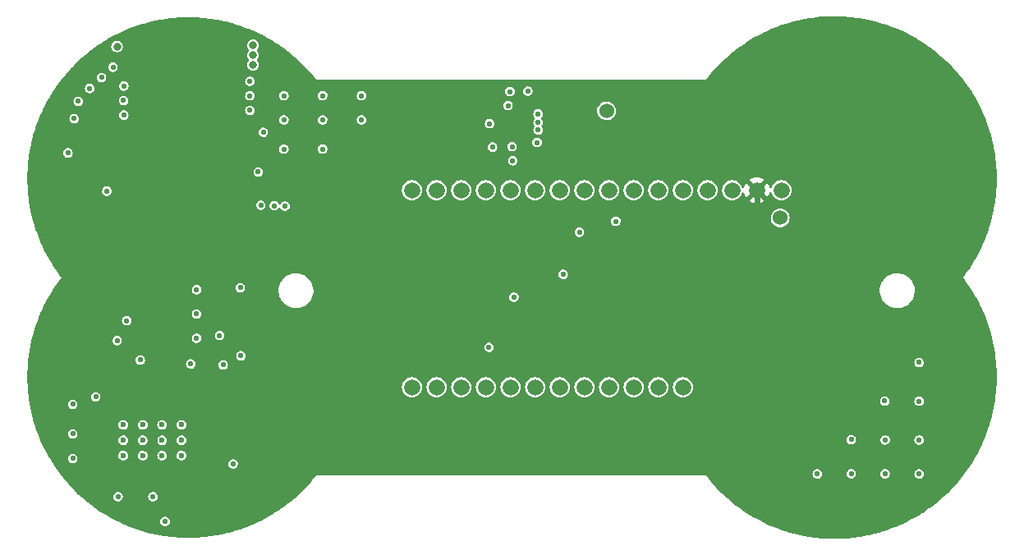
<source format=gbr>
%TF.GenerationSoftware,KiCad,Pcbnew,(6.0.0)*%
%TF.CreationDate,2022-02-26T01:06:40-08:00*%
%TF.ProjectId,Dog_Tracker,446f675f-5472-4616-936b-65722e6b6963,rev?*%
%TF.SameCoordinates,Original*%
%TF.FileFunction,Copper,L3,Inr*%
%TF.FilePolarity,Positive*%
%FSLAX46Y46*%
G04 Gerber Fmt 4.6, Leading zero omitted, Abs format (unit mm)*
G04 Created by KiCad (PCBNEW (6.0.0)) date 2022-02-26 01:06:40*
%MOMM*%
%LPD*%
G01*
G04 APERTURE LIST*
%TA.AperFunction,ComponentPad*%
%ADD10C,0.600000*%
%TD*%
%TA.AperFunction,ComponentPad*%
%ADD11C,1.665000*%
%TD*%
%TA.AperFunction,ComponentPad*%
%ADD12C,1.524000*%
%TD*%
%TA.AperFunction,ViaPad*%
%ADD13C,0.580000*%
%TD*%
%TA.AperFunction,ViaPad*%
%ADD14C,0.800000*%
%TD*%
%TA.AperFunction,Conductor*%
%ADD15C,0.609600*%
%TD*%
%TA.AperFunction,Conductor*%
%ADD16C,0.200000*%
%TD*%
G04 APERTURE END LIST*
D10*
%TO.N,GND*%
%TO.C,U3*%
X57452397Y-117939500D03*
X55450798Y-117939500D03*
X57452397Y-121114500D03*
X53449199Y-117939500D03*
X57452397Y-119527000D03*
X53449199Y-121114500D03*
X51447600Y-119527000D03*
X51447600Y-121114500D03*
X53449199Y-119527000D03*
X55450798Y-121114500D03*
X51447600Y-117939500D03*
X55450798Y-119527000D03*
%TD*%
D11*
%TO.N,/lora reset*%
%TO.C,IC1*%
X81200000Y-93740000D03*
%TO.N,unconnected-(IC1-Pad2)*%
X83740000Y-93740000D03*
%TO.N,unconnected-(IC1-Pad3)*%
X86280000Y-93740000D03*
%TO.N,/MISO*%
X88820000Y-93740000D03*
%TO.N,/MOSI*%
X91360000Y-93740000D03*
%TO.N,/SCK*%
X93900000Y-93740000D03*
%TO.N,/lora cs*%
X96440000Y-93740000D03*
%TO.N,unconnected-(IC1-Pad8)*%
X98980000Y-93740000D03*
%TO.N,/BUSY*%
X101520000Y-93740000D03*
%TO.N,/GPS_ON*%
X104060000Y-93740000D03*
%TO.N,Net-(IC1-Pad11)*%
X106600000Y-93740000D03*
%TO.N,unconnected-(IC1-Pad12)*%
X109140000Y-93740000D03*
%TO.N,GND*%
X111680000Y-93740000D03*
%TO.N,unconnected-(IC1-Pad14)*%
X114220000Y-93740000D03*
%TO.N,+3V3*%
X116760000Y-93740000D03*
%TO.N,unconnected-(IC1-Pad16)*%
X119300000Y-93740000D03*
%TO.N,+3V8*%
X109140000Y-114060000D03*
%TO.N,unconnected-(IC1-Pad18)*%
X106600000Y-114060000D03*
%TO.N,unconnected-(IC1-Pad19)*%
X104060000Y-114060000D03*
%TO.N,unconnected-(IC1-Pad20)*%
X101520000Y-114060000D03*
%TO.N,/gps reset*%
X98980000Y-114060000D03*
%TO.N,/wakeup*%
X96440000Y-114060000D03*
%TO.N,unconnected-(IC1-Pad23)*%
X93900000Y-114060000D03*
%TO.N,unconnected-(IC1-Pad24)*%
X91360000Y-114060000D03*
%TO.N,unconnected-(IC1-Pad25)*%
X88820000Y-114060000D03*
%TO.N,/pedometer cs*%
X86280000Y-114060000D03*
%TO.N,/I2C_SCL*%
X83740000Y-114060000D03*
%TO.N,/I2C_SDA*%
X81200000Y-114060000D03*
%TD*%
D12*
%TO.N,Net-(IC1-Pad11)*%
%TO.C,LS1*%
X101266000Y-85558000D03*
%TO.N,GND*%
X119173000Y-96607000D03*
%TD*%
D13*
%TO.N,+3V3*%
X81150000Y-120490000D03*
X83700000Y-120540000D03*
X89362500Y-84625000D03*
X52750000Y-109050000D03*
X45550000Y-95850000D03*
X66500000Y-110750000D03*
X52950000Y-110450000D03*
X49850000Y-109250000D03*
%TO.N,GND*%
X58400000Y-111650000D03*
X96800000Y-102425000D03*
X72000000Y-84000000D03*
D14*
X64830000Y-80820000D03*
D13*
X63570000Y-110810000D03*
X64500000Y-82500000D03*
X61378499Y-108727000D03*
X93162500Y-83525000D03*
X64500000Y-85500000D03*
X133500000Y-119500000D03*
X94212500Y-85875000D03*
X133500000Y-123000000D03*
X68000000Y-84000000D03*
X72000000Y-89500000D03*
X45750000Y-89900000D03*
X98475000Y-98075000D03*
X65877798Y-87772202D03*
D14*
X64830000Y-78820000D03*
D13*
X50375000Y-81050000D03*
X46800000Y-84575000D03*
X51800000Y-107200000D03*
X55750000Y-127900000D03*
X123000000Y-123000000D03*
X102225000Y-96950000D03*
X46228000Y-118872000D03*
X91312500Y-83575000D03*
X48600000Y-115050000D03*
D14*
X50800000Y-78920000D03*
D13*
X68000000Y-86500000D03*
X72000000Y-86500000D03*
X59000000Y-106500000D03*
X49200000Y-82125000D03*
X126492429Y-119468341D03*
X89150000Y-109950000D03*
X91110000Y-85020000D03*
X47975000Y-83250000D03*
X53200000Y-111250000D03*
X130000000Y-119500000D03*
X133500000Y-111500000D03*
D14*
X64830000Y-79820000D03*
D13*
X133500000Y-115500000D03*
X94212500Y-87525000D03*
X76000000Y-86500000D03*
X46228000Y-121412000D03*
X59000000Y-104000000D03*
X51500000Y-86000000D03*
X59000000Y-109000000D03*
X51500000Y-83000000D03*
X63500000Y-103800000D03*
X129954578Y-115479696D03*
X129984859Y-122992429D03*
X46228000Y-115824000D03*
X89212500Y-86875000D03*
X50800000Y-109250000D03*
X126492429Y-122977289D03*
X62771500Y-121973000D03*
X94212500Y-86725000D03*
X68000000Y-89500000D03*
X91725000Y-104775000D03*
X46375000Y-86350000D03*
X64500000Y-84000000D03*
X76000000Y-84000000D03*
X51475000Y-84500000D03*
%TO.N,/lora reset*%
X65360000Y-91850000D03*
%TO.N,/SCK*%
X91523000Y-89250000D03*
X65620000Y-95290000D03*
%TO.N,/MOSI*%
X67020000Y-95340000D03*
X91600000Y-90700000D03*
%TO.N,/MISO*%
X68112500Y-95375000D03*
X94112500Y-88825000D03*
%TO.N,/GPS_ON*%
X61750000Y-111750000D03*
%TO.N,/gps reset*%
X54500000Y-125350000D03*
%TO.N,/wakeup*%
X50900000Y-125350000D03*
%TO.N,/pedometer cs*%
X89522701Y-89302701D03*
%TO.N,/BUSY*%
X49750000Y-93840000D03*
%TD*%
D15*
%TO.N,+3V3*%
X74400000Y-120150000D02*
X76900000Y-120150000D01*
X45550000Y-95850000D02*
X53700000Y-95850000D01*
X106930000Y-120200000D02*
X76950000Y-120200000D01*
X50470985Y-108455689D02*
X52155689Y-108455689D01*
X61960000Y-110450000D02*
X71660000Y-120150000D01*
X81424463Y-84625000D02*
X89362500Y-84625000D01*
X53700000Y-95850000D02*
X57100000Y-99250000D01*
X73113189Y-116363189D02*
X73113189Y-92936274D01*
X57100000Y-110450000D02*
X61960000Y-110450000D01*
X71660000Y-120150000D02*
X74400000Y-120150000D01*
D16*
X74400000Y-120150000D02*
X74450000Y-120200000D01*
D15*
X76950000Y-120200000D02*
X73113189Y-116363189D01*
X57100000Y-99250000D02*
X57100000Y-110450000D01*
X52750000Y-110250000D02*
X52950000Y-110450000D01*
X52950000Y-110450000D02*
X57100000Y-110450000D01*
X73113189Y-92936274D02*
X81424463Y-84625000D01*
X49850000Y-109250000D02*
X49850000Y-109076674D01*
X116760000Y-93740000D02*
X116760000Y-110370000D01*
X116760000Y-110370000D02*
X106930000Y-120200000D01*
X49850000Y-109076674D02*
X50470985Y-108455689D01*
X76900000Y-120150000D02*
X76950000Y-120200000D01*
X52155689Y-108455689D02*
X52750000Y-109050000D01*
X52750000Y-109050000D02*
X52750000Y-110250000D01*
%TD*%
%TA.AperFunction,Conductor*%
%TO.N,+3V3*%
G36*
X124965013Y-75803652D02*
G01*
X125406022Y-75816263D01*
X125407876Y-75816330D01*
X125774838Y-75832235D01*
X125779064Y-75832490D01*
X125944542Y-75845244D01*
X126218006Y-75866320D01*
X126219826Y-75866475D01*
X126586607Y-75900463D01*
X126590646Y-75900904D01*
X126991788Y-75951413D01*
X127026646Y-75955802D01*
X127028673Y-75956074D01*
X127394031Y-76008116D01*
X127398025Y-76008751D01*
X127830058Y-76084508D01*
X127832163Y-76084895D01*
X128103965Y-76137330D01*
X128195307Y-76154952D01*
X128199127Y-76155751D01*
X128626492Y-76252180D01*
X128628548Y-76252662D01*
X128828964Y-76301636D01*
X128988390Y-76340594D01*
X128992118Y-76341566D01*
X129209803Y-76401870D01*
X129413838Y-76458393D01*
X129415931Y-76458994D01*
X129771546Y-76564631D01*
X129775092Y-76565742D01*
X130190177Y-76702644D01*
X130192474Y-76703426D01*
X130542824Y-76826507D01*
X130546262Y-76827772D01*
X130953881Y-76984427D01*
X130956205Y-76985347D01*
X131015357Y-77009449D01*
X131300385Y-77125589D01*
X131303669Y-77126982D01*
X131582132Y-77249751D01*
X131702999Y-77303039D01*
X131705323Y-77304092D01*
X132042550Y-77461213D01*
X132045630Y-77462700D01*
X132176564Y-77528156D01*
X132435781Y-77657743D01*
X132438193Y-77658982D01*
X132675522Y-77784080D01*
X132754804Y-77825870D01*
X132767393Y-77832506D01*
X132770349Y-77834115D01*
X133150467Y-78047692D01*
X133152852Y-78049067D01*
X133473411Y-78238696D01*
X133476059Y-78240309D01*
X133845389Y-78471985D01*
X133847766Y-78473516D01*
X133903978Y-78510608D01*
X134158672Y-78678671D01*
X134161310Y-78680460D01*
X134518767Y-78929536D01*
X134521206Y-78931278D01*
X134821770Y-79151514D01*
X134824188Y-79153332D01*
X135026720Y-79309517D01*
X135169226Y-79419412D01*
X135171651Y-79421330D01*
X135460980Y-79655994D01*
X135463285Y-79657910D01*
X135795051Y-79940338D01*
X135797452Y-79942434D01*
X135808016Y-79951898D01*
X136074934Y-80191027D01*
X136077017Y-80192937D01*
X136394859Y-80491165D01*
X136397160Y-80493381D01*
X136510113Y-80605037D01*
X136661993Y-80755174D01*
X136663967Y-80757169D01*
X136967132Y-81070511D01*
X136969448Y-81072970D01*
X137039746Y-81149637D01*
X137220992Y-81347306D01*
X137222739Y-81349254D01*
X137510575Y-81677063D01*
X137512790Y-81679657D01*
X137574816Y-81754353D01*
X137750396Y-81965798D01*
X137752047Y-81967828D01*
X138023818Y-82309297D01*
X138025998Y-82312117D01*
X138249166Y-82609422D01*
X138250548Y-82611302D01*
X138436622Y-82869807D01*
X138505721Y-82965804D01*
X138507817Y-82968808D01*
X138715887Y-83276349D01*
X138717221Y-83278361D01*
X138790616Y-83391477D01*
X138955142Y-83645045D01*
X138957140Y-83648228D01*
X138998787Y-83716810D01*
X139149639Y-83965228D01*
X139150763Y-83967118D01*
X139301611Y-84226215D01*
X139370975Y-84345356D01*
X139372850Y-84348694D01*
X139549360Y-84674385D01*
X139550328Y-84676210D01*
X139745671Y-85052440D01*
X139752201Y-85065016D01*
X139753966Y-85068549D01*
X139914006Y-85401933D01*
X139914916Y-85403870D01*
X140098016Y-85802513D01*
X140099612Y-85806140D01*
X140242843Y-86146362D01*
X140243608Y-86148223D01*
X140389422Y-86510937D01*
X140407492Y-86555887D01*
X140408963Y-86559727D01*
X140523606Y-86874393D01*
X140535046Y-86905793D01*
X140535699Y-86907631D01*
X140679958Y-87323493D01*
X140681278Y-87327516D01*
X140780942Y-87649363D01*
X140789938Y-87678415D01*
X140790465Y-87680160D01*
X140826267Y-87802105D01*
X140914739Y-88103446D01*
X140915887Y-88107620D01*
X141006940Y-88462421D01*
X141007361Y-88464110D01*
X141108737Y-88883378D01*
X141111288Y-88893930D01*
X141112250Y-88898239D01*
X141152312Y-89093738D01*
X141185555Y-89255965D01*
X141185877Y-89257593D01*
X141269133Y-89693068D01*
X141269892Y-89697459D01*
X141321741Y-90033617D01*
X141325342Y-90056965D01*
X141325572Y-90058518D01*
X141372392Y-90389382D01*
X141387891Y-90498913D01*
X141388453Y-90503484D01*
X141425515Y-90858741D01*
X141426032Y-90863700D01*
X141426172Y-90865129D01*
X141456386Y-91191744D01*
X141467291Y-91309635D01*
X141467636Y-91314320D01*
X141472342Y-91400008D01*
X141487387Y-91673984D01*
X141487456Y-91675362D01*
X141507135Y-92123258D01*
X141507254Y-92128062D01*
X141509321Y-92486169D01*
X141509322Y-92487453D01*
X141508285Y-92722127D01*
X141507608Y-92875302D01*
X141507331Y-92937868D01*
X141507214Y-92942751D01*
X141502016Y-93062685D01*
X141491816Y-93298022D01*
X141491759Y-93299210D01*
X141488947Y-93352472D01*
X141468544Y-93738868D01*
X141467874Y-93751548D01*
X141467512Y-93756522D01*
X141458210Y-93856903D01*
X141434984Y-94107538D01*
X141434879Y-94108625D01*
X141396727Y-94484760D01*
X141388858Y-94562336D01*
X141388246Y-94567360D01*
X141361587Y-94754513D01*
X141339039Y-94912810D01*
X141338894Y-94913798D01*
X141270466Y-95368346D01*
X141269589Y-95373457D01*
X141261698Y-95414363D01*
X141211230Y-95675967D01*
X141204330Y-95711731D01*
X141204174Y-95712521D01*
X141162458Y-95920717D01*
X141112986Y-96167620D01*
X141111841Y-96172774D01*
X141031334Y-96502232D01*
X141031211Y-96502728D01*
X140917647Y-96954859D01*
X140916776Y-96958328D01*
X140915358Y-96963503D01*
X140902405Y-97007109D01*
X140820812Y-97281782D01*
X140820606Y-97282466D01*
X140682314Y-97738530D01*
X140680614Y-97743729D01*
X140573645Y-98048219D01*
X140573443Y-98048789D01*
X140513488Y-98216810D01*
X140410138Y-98506441D01*
X140408152Y-98511640D01*
X140291154Y-98798775D01*
X140291103Y-98798900D01*
X140100909Y-99260181D01*
X140098648Y-99265335D01*
X139991965Y-99494305D01*
X139975415Y-99529827D01*
X139975233Y-99530214D01*
X139755355Y-99997977D01*
X139752788Y-100003130D01*
X139630335Y-100235439D01*
X139630179Y-100235733D01*
X139374285Y-100718101D01*
X139371424Y-100723205D01*
X139264467Y-100904011D01*
X139264346Y-100904216D01*
X138958602Y-101418842D01*
X138955444Y-101423881D01*
X138906894Y-101497457D01*
X138906825Y-101497562D01*
X138772759Y-101700235D01*
X138511569Y-102095086D01*
X138508088Y-102100082D01*
X138507188Y-102101309D01*
X138031809Y-102749564D01*
X138031780Y-102749572D01*
X138031744Y-102749634D01*
X138031682Y-102749670D01*
X138031645Y-102749807D01*
X138031573Y-102749931D01*
X138031592Y-102750000D01*
X138031573Y-102750069D01*
X138031645Y-102750193D01*
X138031682Y-102750330D01*
X138031744Y-102750366D01*
X138031780Y-102750428D01*
X138031809Y-102750436D01*
X138038277Y-102759256D01*
X138038277Y-102759257D01*
X138508088Y-103399918D01*
X138511569Y-103404914D01*
X138734009Y-103741185D01*
X138905213Y-104000000D01*
X138906816Y-104002424D01*
X138906894Y-104002543D01*
X138955444Y-104076119D01*
X138958602Y-104081158D01*
X139264346Y-104595784D01*
X139264467Y-104595989D01*
X139371424Y-104776795D01*
X139374285Y-104781899D01*
X139478983Y-104979257D01*
X139630258Y-105264415D01*
X139752788Y-105496871D01*
X139755355Y-105502023D01*
X139975233Y-105969786D01*
X139975415Y-105970173D01*
X140098648Y-106234665D01*
X140100909Y-106239819D01*
X140291103Y-106701100D01*
X140392500Y-106949948D01*
X140408152Y-106988360D01*
X140410138Y-106993559D01*
X140573438Y-107451197D01*
X140573645Y-107451781D01*
X140680614Y-107756271D01*
X140682314Y-107761470D01*
X140820606Y-108217534D01*
X140820812Y-108218218D01*
X140907936Y-108511508D01*
X140915356Y-108536488D01*
X140916774Y-108541664D01*
X141031211Y-108997272D01*
X141031334Y-108997768D01*
X141094157Y-109254859D01*
X141111841Y-109327226D01*
X141112986Y-109332380D01*
X141194528Y-109739334D01*
X141204155Y-109787382D01*
X141204317Y-109788201D01*
X141209291Y-109813984D01*
X141269589Y-110126543D01*
X141270466Y-110131654D01*
X141338894Y-110586202D01*
X141339039Y-110587190D01*
X141351402Y-110673984D01*
X141388246Y-110932640D01*
X141388855Y-110937641D01*
X141430961Y-111352745D01*
X141434879Y-111391373D01*
X141434984Y-111392459D01*
X141459114Y-111652851D01*
X141467511Y-111743470D01*
X141467873Y-111748445D01*
X141474524Y-111874393D01*
X141491759Y-112200790D01*
X141491816Y-112201978D01*
X141503921Y-112481249D01*
X141507214Y-112557233D01*
X141507331Y-112562132D01*
X141509322Y-113012547D01*
X141509321Y-113013831D01*
X141507254Y-113371938D01*
X141507135Y-113376742D01*
X141487456Y-113824638D01*
X141487389Y-113825973D01*
X141474345Y-114063522D01*
X141467637Y-114185668D01*
X141467292Y-114190353D01*
X141429172Y-114602440D01*
X141426176Y-114634832D01*
X141426035Y-114636265D01*
X141388454Y-114996507D01*
X141387892Y-115001078D01*
X141353915Y-115241185D01*
X141325572Y-115441482D01*
X141325342Y-115443035D01*
X141269892Y-115802541D01*
X141269133Y-115806932D01*
X141204326Y-116145910D01*
X141185878Y-116242402D01*
X141185555Y-116244035D01*
X141112252Y-116601752D01*
X141111288Y-116606070D01*
X141007366Y-117035870D01*
X141006940Y-117037579D01*
X140915887Y-117392380D01*
X140914739Y-117396554D01*
X140796133Y-117800535D01*
X140790474Y-117819809D01*
X140789948Y-117821553D01*
X140751104Y-117946993D01*
X140681278Y-118172484D01*
X140679958Y-118176507D01*
X140535699Y-118592369D01*
X140535048Y-118594200D01*
X140427680Y-118888903D01*
X140408973Y-118940248D01*
X140407502Y-118944087D01*
X140255600Y-119321948D01*
X140243621Y-119351746D01*
X140242855Y-119353609D01*
X140099612Y-119693860D01*
X140098016Y-119697487D01*
X139962937Y-119991579D01*
X139914916Y-120096130D01*
X139914006Y-120098067D01*
X139753966Y-120431451D01*
X139752207Y-120434972D01*
X139550328Y-120823790D01*
X139549360Y-120825615D01*
X139382660Y-121133206D01*
X139372862Y-121151285D01*
X139370975Y-121154644D01*
X139150763Y-121532882D01*
X139149639Y-121534772D01*
X139051878Y-121695761D01*
X138957140Y-121851772D01*
X138955142Y-121854955D01*
X138717228Y-122221629D01*
X138715887Y-122223651D01*
X138507817Y-122531192D01*
X138505721Y-122534196D01*
X138250548Y-122888698D01*
X138249166Y-122890578D01*
X138060832Y-123141477D01*
X138026000Y-123187880D01*
X138023818Y-123190703D01*
X137752047Y-123532172D01*
X137750396Y-123534202D01*
X137512790Y-123820343D01*
X137510575Y-123822937D01*
X137222739Y-124150746D01*
X137220992Y-124152694D01*
X137048368Y-124340959D01*
X136969448Y-124427030D01*
X136967132Y-124429489D01*
X136663967Y-124742831D01*
X136661993Y-124744826D01*
X136397160Y-125006619D01*
X136394859Y-125008835D01*
X136077017Y-125307063D01*
X136074934Y-125308973D01*
X136006313Y-125370450D01*
X135797452Y-125557566D01*
X135795051Y-125559662D01*
X135463285Y-125842090D01*
X135460980Y-125844006D01*
X135171651Y-126078670D01*
X135169226Y-126080588D01*
X134824188Y-126346668D01*
X134821770Y-126348486D01*
X134582136Y-126524076D01*
X134521206Y-126568722D01*
X134518767Y-126570464D01*
X134161310Y-126819540D01*
X134158672Y-126821329D01*
X134039408Y-126900027D01*
X133874250Y-127009009D01*
X133847779Y-127026476D01*
X133845389Y-127028015D01*
X133476059Y-127259691D01*
X133473411Y-127261304D01*
X133152852Y-127450933D01*
X133150467Y-127452308D01*
X132770360Y-127665879D01*
X132767404Y-127667488D01*
X132754069Y-127674517D01*
X132438193Y-127841018D01*
X132435781Y-127842257D01*
X132176564Y-127971844D01*
X132045630Y-128037300D01*
X132042550Y-128038787D01*
X131705323Y-128195908D01*
X131702999Y-128196961D01*
X131587805Y-128247748D01*
X131303669Y-128373018D01*
X131300385Y-128374411D01*
X131124899Y-128445916D01*
X130956205Y-128514653D01*
X130953881Y-128515573D01*
X130546262Y-128672228D01*
X130542824Y-128673493D01*
X130192474Y-128796574D01*
X130190177Y-128797356D01*
X129775092Y-128934258D01*
X129771546Y-128935369D01*
X129415931Y-129041006D01*
X129413838Y-129041607D01*
X129280522Y-129078539D01*
X128992118Y-129158434D01*
X128988390Y-129159406D01*
X128860470Y-129190665D01*
X128628548Y-129247338D01*
X128626492Y-129247820D01*
X128199127Y-129344249D01*
X128195307Y-129345048D01*
X128134569Y-129356766D01*
X127832163Y-129415105D01*
X127830058Y-129415492D01*
X127398025Y-129491249D01*
X127394031Y-129491884D01*
X127028673Y-129543926D01*
X127026646Y-129544198D01*
X126590646Y-129599096D01*
X126586607Y-129599537D01*
X126219826Y-129633525D01*
X126218006Y-129633680D01*
X125944542Y-129654756D01*
X125779064Y-129667510D01*
X125774838Y-129667765D01*
X125407876Y-129683670D01*
X125406022Y-129683737D01*
X124965013Y-129696348D01*
X124960684Y-129696397D01*
X124594371Y-129694283D01*
X124592611Y-129694260D01*
X124369896Y-129689863D01*
X124150568Y-129685532D01*
X124146155Y-129685367D01*
X123781600Y-129665348D01*
X123779940Y-129665246D01*
X123337562Y-129635084D01*
X123333059Y-129634696D01*
X122971290Y-129596955D01*
X122969730Y-129596782D01*
X122728366Y-129568558D01*
X122527956Y-129545123D01*
X122523400Y-129544505D01*
X122466363Y-129535708D01*
X122165522Y-129489305D01*
X122164066Y-129489072D01*
X121723716Y-129415866D01*
X121719085Y-129415007D01*
X121617617Y-129394215D01*
X121366001Y-129342654D01*
X121364982Y-129342439D01*
X120950053Y-129252667D01*
X120926652Y-129247604D01*
X120921976Y-129246498D01*
X120575164Y-129157495D01*
X120573922Y-129157170D01*
X120140851Y-129041313D01*
X120138737Y-129040747D01*
X120134047Y-129039394D01*
X119979346Y-128991489D01*
X119794410Y-128934221D01*
X119793277Y-128933864D01*
X119361850Y-128795793D01*
X119357138Y-128794182D01*
X119025704Y-128673431D01*
X119024805Y-128673098D01*
X118597754Y-128513295D01*
X118593042Y-128511424D01*
X118271273Y-128375961D01*
X118270603Y-128375675D01*
X117848287Y-128193928D01*
X117843589Y-128191791D01*
X117532964Y-128042676D01*
X117532352Y-128042380D01*
X117115275Y-127838468D01*
X117110592Y-127836055D01*
X116812526Y-127674517D01*
X116811919Y-127674186D01*
X116413675Y-127455037D01*
X116400424Y-127447745D01*
X116395770Y-127445053D01*
X116112056Y-127272767D01*
X116111447Y-127272395D01*
X115714152Y-127028047D01*
X115705390Y-127022658D01*
X115700805Y-127019698D01*
X115433673Y-126838967D01*
X115433319Y-126838727D01*
X115031866Y-126564237D01*
X115027383Y-126561024D01*
X114779315Y-126374814D01*
X114381513Y-126073619D01*
X114377115Y-126070131D01*
X114232702Y-125950213D01*
X114152600Y-125883697D01*
X114152272Y-125883423D01*
X113962077Y-125724393D01*
X113755757Y-125551880D01*
X113751458Y-125548116D01*
X113557939Y-125370675D01*
X113557870Y-125370612D01*
X113156118Y-125000279D01*
X113151941Y-124996245D01*
X113133504Y-124977593D01*
X113004204Y-124846792D01*
X113004045Y-124846630D01*
X112593246Y-124429489D01*
X112584082Y-124420184D01*
X112580021Y-124415860D01*
X112521344Y-124350363D01*
X112521249Y-124350258D01*
X112047584Y-123820343D01*
X112043641Y-123815931D01*
X112039703Y-123811305D01*
X112039689Y-123811287D01*
X111532564Y-123185546D01*
X111532538Y-123185450D01*
X111532508Y-123185432D01*
X111532493Y-123185397D01*
X111532329Y-123185329D01*
X111532179Y-123185243D01*
X111532044Y-123185280D01*
X71300070Y-123185280D01*
X71299933Y-123185242D01*
X71299778Y-123185331D01*
X71299617Y-123185397D01*
X71299603Y-123185431D01*
X71299573Y-123185448D01*
X71299546Y-123185544D01*
X70880812Y-123697268D01*
X70792564Y-123805113D01*
X70788598Y-123809727D01*
X70338822Y-124308168D01*
X70309232Y-124340959D01*
X70309136Y-124341065D01*
X70252777Y-124403379D01*
X70248686Y-124407694D01*
X69827934Y-124830933D01*
X69827765Y-124831102D01*
X69681582Y-124977593D01*
X69677354Y-124981637D01*
X69426257Y-125210917D01*
X69275405Y-125348661D01*
X69117799Y-125491810D01*
X69083145Y-125523285D01*
X69078797Y-125527056D01*
X68682255Y-125855457D01*
X68681924Y-125855730D01*
X68458857Y-126039191D01*
X68454405Y-126042688D01*
X68057256Y-126340453D01*
X68056837Y-126340766D01*
X67810218Y-126524076D01*
X67805684Y-126527294D01*
X67741902Y-126570464D01*
X67405040Y-126798466D01*
X67404527Y-126798811D01*
X67138730Y-126976818D01*
X67134119Y-126979763D01*
X66728821Y-127226407D01*
X66728210Y-127226776D01*
X66446021Y-127396318D01*
X66441355Y-127398988D01*
X66030834Y-127622378D01*
X66030122Y-127622762D01*
X65733712Y-127781599D01*
X65729007Y-127783995D01*
X65313110Y-127984906D01*
X65312596Y-127985152D01*
X65129676Y-128071903D01*
X65003502Y-128131742D01*
X64998772Y-128133867D01*
X64577872Y-128312657D01*
X64576951Y-128313044D01*
X64257105Y-128445925D01*
X64252411Y-128447764D01*
X63828056Y-128604280D01*
X63826831Y-128604732D01*
X63825809Y-128605105D01*
X63802575Y-128613446D01*
X63496359Y-128723377D01*
X63491642Y-128724965D01*
X63061742Y-128860318D01*
X63060736Y-128860629D01*
X62722971Y-128963479D01*
X62718297Y-128964803D01*
X62284944Y-129078549D01*
X62283779Y-129078849D01*
X62137050Y-129115768D01*
X61938849Y-129165637D01*
X61934167Y-129166720D01*
X61498002Y-129258936D01*
X61496651Y-129259214D01*
X61145830Y-129329381D01*
X61141195Y-129330218D01*
X60872800Y-129373539D01*
X60702903Y-129400961D01*
X60701560Y-129401170D01*
X60608955Y-129415007D01*
X60345787Y-129454328D01*
X60341212Y-129454926D01*
X59901624Y-129504230D01*
X59900063Y-129504395D01*
X59802625Y-129514096D01*
X59540612Y-129540181D01*
X59536139Y-129540546D01*
X59096062Y-129568466D01*
X59094448Y-129568558D01*
X58966726Y-129574968D01*
X58732267Y-129586734D01*
X58727846Y-129586878D01*
X58388567Y-129591977D01*
X58288127Y-129593487D01*
X58286384Y-129593501D01*
X57922567Y-129593886D01*
X57918292Y-129593816D01*
X57589659Y-129582867D01*
X57479859Y-129579209D01*
X57478006Y-129579134D01*
X57378512Y-129574352D01*
X57113510Y-129561613D01*
X57109334Y-129561342D01*
X56754272Y-129532291D01*
X56673013Y-129525642D01*
X56671070Y-129525468D01*
X56307085Y-129490007D01*
X56302980Y-129489539D01*
X55869667Y-129432902D01*
X55867641Y-129432621D01*
X55505028Y-129379224D01*
X55501037Y-129378570D01*
X55301741Y-129342654D01*
X55071675Y-129301193D01*
X55069646Y-129300810D01*
X54924698Y-129272137D01*
X54709358Y-129229539D01*
X54705497Y-129228712D01*
X54360884Y-129149247D01*
X54280947Y-129130814D01*
X54278801Y-129130298D01*
X53921952Y-129041313D01*
X53918227Y-129040324D01*
X53499393Y-128922166D01*
X53497156Y-128921512D01*
X53144617Y-128814977D01*
X53141035Y-128813836D01*
X52728846Y-128675731D01*
X52726553Y-128674938D01*
X52718954Y-128672228D01*
X52379221Y-128551074D01*
X52375876Y-128549826D01*
X51971134Y-128392083D01*
X51968854Y-128391168D01*
X51627628Y-128250249D01*
X51624412Y-128248868D01*
X51319746Y-128112826D01*
X51228099Y-128071903D01*
X51225721Y-128070811D01*
X50891623Y-127913226D01*
X50888503Y-127911702D01*
X50853400Y-127893946D01*
X55254493Y-127893946D01*
X55255657Y-127902848D01*
X55255657Y-127902851D01*
X55267058Y-127990032D01*
X55272711Y-128033262D01*
X55329297Y-128161864D01*
X55335074Y-128168737D01*
X55335075Y-128168738D01*
X55338245Y-128172509D01*
X55419704Y-128269416D01*
X55536663Y-128347271D01*
X55545233Y-128349948D01*
X55545232Y-128349948D01*
X55627401Y-128375619D01*
X55670772Y-128389169D01*
X55679742Y-128389333D01*
X55679746Y-128389334D01*
X55744544Y-128390521D01*
X55811250Y-128391744D01*
X55879937Y-128373018D01*
X55938145Y-128357149D01*
X55938147Y-128357148D01*
X55946804Y-128354788D01*
X56066538Y-128281271D01*
X56160825Y-128177105D01*
X56222086Y-128050662D01*
X56245396Y-127912107D01*
X56245544Y-127900000D01*
X56225626Y-127760917D01*
X56183146Y-127667488D01*
X56171187Y-127641185D01*
X56171186Y-127641183D01*
X56167472Y-127633015D01*
X56075758Y-127526576D01*
X56068227Y-127521695D01*
X56068224Y-127521692D01*
X55965388Y-127455037D01*
X55965386Y-127455036D01*
X55957857Y-127450156D01*
X55949260Y-127447585D01*
X55949258Y-127447584D01*
X55869216Y-127423647D01*
X55823246Y-127409899D01*
X55814270Y-127409844D01*
X55814269Y-127409844D01*
X55755015Y-127409482D01*
X55682747Y-127409041D01*
X55547654Y-127447651D01*
X55428828Y-127522624D01*
X55422886Y-127529352D01*
X55422885Y-127529353D01*
X55412788Y-127540786D01*
X55335821Y-127627935D01*
X55276109Y-127755117D01*
X55274729Y-127763981D01*
X55274728Y-127763984D01*
X55263507Y-127836055D01*
X55254493Y-127893946D01*
X50853400Y-127893946D01*
X50631292Y-127781599D01*
X50501438Y-127715916D01*
X50499039Y-127714670D01*
X50172897Y-127540786D01*
X50169938Y-127539157D01*
X49878439Y-127373560D01*
X49792909Y-127324971D01*
X49790490Y-127323560D01*
X49473143Y-127133804D01*
X49470348Y-127132083D01*
X49147926Y-126927707D01*
X49104247Y-126900020D01*
X49101825Y-126898445D01*
X49012086Y-126838620D01*
X48794081Y-126693287D01*
X48791451Y-126691486D01*
X48534718Y-126510790D01*
X48437005Y-126442017D01*
X48434586Y-126440270D01*
X48137248Y-126220235D01*
X48134785Y-126218365D01*
X47792908Y-125952142D01*
X47790491Y-125950213D01*
X47504195Y-125715762D01*
X47501899Y-125713835D01*
X47173307Y-125431426D01*
X47170916Y-125429318D01*
X47091228Y-125357246D01*
X47076522Y-125343946D01*
X50404493Y-125343946D01*
X50405657Y-125352848D01*
X50405657Y-125352851D01*
X50417391Y-125442580D01*
X50422711Y-125483262D01*
X50479297Y-125611864D01*
X50485074Y-125618737D01*
X50485075Y-125618738D01*
X50492108Y-125627105D01*
X50569704Y-125719416D01*
X50686663Y-125797271D01*
X50820772Y-125839169D01*
X50829742Y-125839333D01*
X50829746Y-125839334D01*
X50894544Y-125840521D01*
X50961250Y-125841744D01*
X51018624Y-125826102D01*
X51088145Y-125807149D01*
X51088147Y-125807148D01*
X51096804Y-125804788D01*
X51216538Y-125731271D01*
X51310825Y-125627105D01*
X51372086Y-125500662D01*
X51395396Y-125362107D01*
X51395544Y-125350000D01*
X51394677Y-125343946D01*
X54004493Y-125343946D01*
X54005657Y-125352848D01*
X54005657Y-125352851D01*
X54017391Y-125442580D01*
X54022711Y-125483262D01*
X54079297Y-125611864D01*
X54085074Y-125618737D01*
X54085075Y-125618738D01*
X54092108Y-125627105D01*
X54169704Y-125719416D01*
X54286663Y-125797271D01*
X54420772Y-125839169D01*
X54429742Y-125839333D01*
X54429746Y-125839334D01*
X54494544Y-125840521D01*
X54561250Y-125841744D01*
X54618624Y-125826102D01*
X54688145Y-125807149D01*
X54688147Y-125807148D01*
X54696804Y-125804788D01*
X54816538Y-125731271D01*
X54910825Y-125627105D01*
X54972086Y-125500662D01*
X54995396Y-125362107D01*
X54995544Y-125350000D01*
X54975626Y-125210917D01*
X54917472Y-125083015D01*
X54825758Y-124976576D01*
X54818227Y-124971695D01*
X54818224Y-124971692D01*
X54715388Y-124905037D01*
X54715386Y-124905036D01*
X54707857Y-124900156D01*
X54699260Y-124897585D01*
X54699258Y-124897584D01*
X54619216Y-124873647D01*
X54573246Y-124859899D01*
X54564270Y-124859844D01*
X54564269Y-124859844D01*
X54505015Y-124859482D01*
X54432747Y-124859041D01*
X54297654Y-124897651D01*
X54178828Y-124972624D01*
X54085821Y-125077935D01*
X54026109Y-125205117D01*
X54024729Y-125213981D01*
X54024728Y-125213984D01*
X54008402Y-125318843D01*
X54004493Y-125343946D01*
X51394677Y-125343946D01*
X51375626Y-125210917D01*
X51317472Y-125083015D01*
X51225758Y-124976576D01*
X51218227Y-124971695D01*
X51218224Y-124971692D01*
X51115388Y-124905037D01*
X51115386Y-124905036D01*
X51107857Y-124900156D01*
X51099260Y-124897585D01*
X51099258Y-124897584D01*
X51019216Y-124873647D01*
X50973246Y-124859899D01*
X50964270Y-124859844D01*
X50964269Y-124859844D01*
X50905015Y-124859482D01*
X50832747Y-124859041D01*
X50697654Y-124897651D01*
X50578828Y-124972624D01*
X50485821Y-125077935D01*
X50426109Y-125205117D01*
X50424729Y-125213981D01*
X50424728Y-125213984D01*
X50408402Y-125318843D01*
X50404493Y-125343946D01*
X47076522Y-125343946D01*
X46896560Y-125181184D01*
X46894443Y-125179224D01*
X46604970Y-124905037D01*
X46579730Y-124881129D01*
X46577388Y-124878852D01*
X46560974Y-124862472D01*
X46443079Y-124744826D01*
X46315658Y-124617674D01*
X46313722Y-124615700D01*
X46059314Y-124350258D01*
X46013675Y-124302639D01*
X46011370Y-124300169D01*
X45762856Y-124026556D01*
X45761055Y-124024529D01*
X45476422Y-123697268D01*
X45474179Y-123694617D01*
X45239509Y-123409287D01*
X45237868Y-123407248D01*
X44969226Y-123066424D01*
X44967057Y-123063591D01*
X44923402Y-123004859D01*
X44915291Y-122993946D01*
X122504493Y-122993946D01*
X122505657Y-123002848D01*
X122505657Y-123002851D01*
X122514160Y-123067874D01*
X122522711Y-123133262D01*
X122553276Y-123202726D01*
X122572329Y-123246027D01*
X122579297Y-123261864D01*
X122585074Y-123268737D01*
X122585075Y-123268738D01*
X122663340Y-123361845D01*
X122669704Y-123369416D01*
X122786663Y-123447271D01*
X122795233Y-123449948D01*
X122795232Y-123449948D01*
X122904781Y-123484173D01*
X122920772Y-123489169D01*
X122929742Y-123489333D01*
X122929746Y-123489334D01*
X122994544Y-123490521D01*
X123061250Y-123491744D01*
X123145159Y-123468868D01*
X123188145Y-123457149D01*
X123188147Y-123457148D01*
X123196804Y-123454788D01*
X123316538Y-123381271D01*
X123410825Y-123277105D01*
X123455186Y-123185544D01*
X123468172Y-123158741D01*
X123468172Y-123158740D01*
X123472086Y-123150662D01*
X123495396Y-123012107D01*
X123495544Y-123000000D01*
X123491425Y-122971235D01*
X125996922Y-122971235D01*
X125998086Y-122980137D01*
X125998086Y-122980140D01*
X126009559Y-123067874D01*
X126015140Y-123110551D01*
X126071726Y-123239153D01*
X126077503Y-123246026D01*
X126077504Y-123246027D01*
X126096595Y-123268738D01*
X126162133Y-123346705D01*
X126279092Y-123424560D01*
X126413201Y-123466458D01*
X126422171Y-123466622D01*
X126422175Y-123466623D01*
X126486973Y-123467810D01*
X126553679Y-123469033D01*
X126623154Y-123450092D01*
X126680574Y-123434438D01*
X126680576Y-123434437D01*
X126689233Y-123432077D01*
X126808967Y-123358560D01*
X126903254Y-123254394D01*
X126936611Y-123185546D01*
X126960601Y-123136030D01*
X126960601Y-123136029D01*
X126964515Y-123127951D01*
X126987825Y-122989396D01*
X126987862Y-122986375D01*
X129489352Y-122986375D01*
X129490516Y-122995277D01*
X129490516Y-122995280D01*
X129500009Y-123067874D01*
X129507570Y-123125691D01*
X129564156Y-123254293D01*
X129569933Y-123261166D01*
X129569934Y-123261167D01*
X129641836Y-123346705D01*
X129654563Y-123361845D01*
X129771522Y-123439700D01*
X129780092Y-123442377D01*
X129780091Y-123442377D01*
X129848602Y-123463781D01*
X129905631Y-123481598D01*
X129914601Y-123481762D01*
X129914605Y-123481763D01*
X129979403Y-123482950D01*
X130046109Y-123484173D01*
X130145233Y-123457149D01*
X130173004Y-123449578D01*
X130173006Y-123449577D01*
X130181663Y-123447217D01*
X130301397Y-123373700D01*
X130395684Y-123269534D01*
X130424428Y-123210206D01*
X130453031Y-123151170D01*
X130453031Y-123151169D01*
X130456945Y-123143091D01*
X130480255Y-123004536D01*
X130480384Y-122993946D01*
X133004493Y-122993946D01*
X133005657Y-123002848D01*
X133005657Y-123002851D01*
X133014160Y-123067874D01*
X133022711Y-123133262D01*
X133053276Y-123202726D01*
X133072329Y-123246027D01*
X133079297Y-123261864D01*
X133085074Y-123268737D01*
X133085075Y-123268738D01*
X133163340Y-123361845D01*
X133169704Y-123369416D01*
X133286663Y-123447271D01*
X133295233Y-123449948D01*
X133295232Y-123449948D01*
X133404781Y-123484173D01*
X133420772Y-123489169D01*
X133429742Y-123489333D01*
X133429746Y-123489334D01*
X133494544Y-123490521D01*
X133561250Y-123491744D01*
X133645159Y-123468868D01*
X133688145Y-123457149D01*
X133688147Y-123457148D01*
X133696804Y-123454788D01*
X133816538Y-123381271D01*
X133910825Y-123277105D01*
X133955186Y-123185544D01*
X133968172Y-123158741D01*
X133968172Y-123158740D01*
X133972086Y-123150662D01*
X133995396Y-123012107D01*
X133995544Y-123000000D01*
X133975626Y-122860917D01*
X133933058Y-122767295D01*
X133921187Y-122741185D01*
X133921186Y-122741183D01*
X133917472Y-122733015D01*
X133825758Y-122626576D01*
X133818227Y-122621695D01*
X133818224Y-122621692D01*
X133715388Y-122555037D01*
X133715386Y-122555036D01*
X133707857Y-122550156D01*
X133699260Y-122547585D01*
X133699258Y-122547584D01*
X133615294Y-122522474D01*
X133573246Y-122509899D01*
X133564270Y-122509844D01*
X133564269Y-122509844D01*
X133505015Y-122509482D01*
X133432747Y-122509041D01*
X133297654Y-122547651D01*
X133178828Y-122622624D01*
X133085821Y-122727935D01*
X133026109Y-122855117D01*
X133024729Y-122863981D01*
X133024728Y-122863984D01*
X133006643Y-122980140D01*
X133004493Y-122993946D01*
X130480384Y-122993946D01*
X130480403Y-122992429D01*
X130460485Y-122853346D01*
X130409488Y-122741185D01*
X130406046Y-122733614D01*
X130406045Y-122733612D01*
X130402331Y-122725444D01*
X130310617Y-122619005D01*
X130303086Y-122614124D01*
X130303083Y-122614121D01*
X130200247Y-122547466D01*
X130200245Y-122547465D01*
X130192716Y-122542585D01*
X130184119Y-122540014D01*
X130184117Y-122540013D01*
X130083237Y-122509844D01*
X130058105Y-122502328D01*
X130049129Y-122502273D01*
X130049128Y-122502273D01*
X129989874Y-122501911D01*
X129917606Y-122501470D01*
X129782513Y-122540080D01*
X129663687Y-122615053D01*
X129657745Y-122621781D01*
X129657744Y-122621782D01*
X129654189Y-122625807D01*
X129570680Y-122720364D01*
X129510968Y-122847546D01*
X129509588Y-122856410D01*
X129509587Y-122856413D01*
X129490767Y-122977289D01*
X129489352Y-122986375D01*
X126987862Y-122986375D01*
X126987973Y-122977289D01*
X126968055Y-122838206D01*
X126918170Y-122728490D01*
X126913616Y-122718474D01*
X126913615Y-122718472D01*
X126909901Y-122710304D01*
X126818187Y-122603865D01*
X126810656Y-122598984D01*
X126810653Y-122598981D01*
X126707817Y-122532326D01*
X126707815Y-122532325D01*
X126700286Y-122527445D01*
X126691689Y-122524874D01*
X126691687Y-122524873D01*
X126611645Y-122500936D01*
X126565675Y-122487188D01*
X126556699Y-122487133D01*
X126556698Y-122487133D01*
X126497444Y-122486771D01*
X126425176Y-122486330D01*
X126290083Y-122524940D01*
X126171257Y-122599913D01*
X126165315Y-122606641D01*
X126165314Y-122606642D01*
X126151943Y-122621782D01*
X126078250Y-122705224D01*
X126018538Y-122832406D01*
X126017158Y-122841270D01*
X126017157Y-122841273D01*
X126001169Y-122943961D01*
X125996922Y-122971235D01*
X123491425Y-122971235D01*
X123475626Y-122860917D01*
X123433058Y-122767295D01*
X123421187Y-122741185D01*
X123421186Y-122741183D01*
X123417472Y-122733015D01*
X123325758Y-122626576D01*
X123318227Y-122621695D01*
X123318224Y-122621692D01*
X123215388Y-122555037D01*
X123215386Y-122555036D01*
X123207857Y-122550156D01*
X123199260Y-122547585D01*
X123199258Y-122547584D01*
X123115294Y-122522474D01*
X123073246Y-122509899D01*
X123064270Y-122509844D01*
X123064269Y-122509844D01*
X123005015Y-122509482D01*
X122932747Y-122509041D01*
X122797654Y-122547651D01*
X122678828Y-122622624D01*
X122585821Y-122727935D01*
X122526109Y-122855117D01*
X122524729Y-122863981D01*
X122524728Y-122863984D01*
X122506643Y-122980140D01*
X122504493Y-122993946D01*
X44915291Y-122993946D01*
X44746824Y-122767295D01*
X44745410Y-122765353D01*
X44493314Y-122411620D01*
X44491248Y-122408629D01*
X44286055Y-122102237D01*
X44284724Y-122100209D01*
X44213889Y-121989903D01*
X44199147Y-121966946D01*
X62275993Y-121966946D01*
X62277157Y-121975848D01*
X62277157Y-121975851D01*
X62278995Y-121989903D01*
X62294211Y-122106262D01*
X62350797Y-122234864D01*
X62356574Y-122241737D01*
X62356575Y-122241738D01*
X62363608Y-122250105D01*
X62441204Y-122342416D01*
X62558163Y-122420271D01*
X62692272Y-122462169D01*
X62701242Y-122462333D01*
X62701246Y-122462334D01*
X62766044Y-122463521D01*
X62832750Y-122464744D01*
X62890124Y-122449102D01*
X62959645Y-122430149D01*
X62959647Y-122430148D01*
X62968304Y-122427788D01*
X63088038Y-122354271D01*
X63182325Y-122250105D01*
X63243586Y-122123662D01*
X63266896Y-121985107D01*
X63267044Y-121973000D01*
X63247126Y-121833917D01*
X63202771Y-121736363D01*
X63192687Y-121714185D01*
X63192686Y-121714183D01*
X63188972Y-121706015D01*
X63097258Y-121599576D01*
X63089727Y-121594695D01*
X63089724Y-121594692D01*
X62986888Y-121528037D01*
X62986886Y-121528036D01*
X62979357Y-121523156D01*
X62970760Y-121520585D01*
X62970758Y-121520584D01*
X62873332Y-121491448D01*
X62844746Y-121482899D01*
X62835770Y-121482844D01*
X62835769Y-121482844D01*
X62776515Y-121482482D01*
X62704247Y-121482041D01*
X62569154Y-121520651D01*
X62450328Y-121595624D01*
X62357321Y-121700935D01*
X62297609Y-121828117D01*
X62296229Y-121836981D01*
X62296228Y-121836984D01*
X62285834Y-121903744D01*
X62275993Y-121966946D01*
X44199147Y-121966946D01*
X44049824Y-121734415D01*
X44047847Y-121731232D01*
X44034527Y-121709061D01*
X43858177Y-121415543D01*
X43856995Y-121413534D01*
X43852625Y-121405946D01*
X45732493Y-121405946D01*
X45733657Y-121414848D01*
X45733657Y-121414851D01*
X45749339Y-121534772D01*
X45750711Y-121545262D01*
X45807297Y-121673864D01*
X45813074Y-121680737D01*
X45813075Y-121680738D01*
X45858204Y-121734425D01*
X45897704Y-121781416D01*
X46014663Y-121859271D01*
X46148772Y-121901169D01*
X46157742Y-121901333D01*
X46157746Y-121901334D01*
X46222544Y-121902521D01*
X46289250Y-121903744D01*
X46346624Y-121888102D01*
X46416145Y-121869149D01*
X46416147Y-121869148D01*
X46424804Y-121866788D01*
X46544538Y-121793271D01*
X46638825Y-121689105D01*
X46675307Y-121613807D01*
X46696172Y-121570741D01*
X46696172Y-121570740D01*
X46700086Y-121562662D01*
X46723396Y-121424107D01*
X46723544Y-121412000D01*
X46703626Y-121272917D01*
X46645472Y-121145015D01*
X46613856Y-121108323D01*
X50941991Y-121108323D01*
X50943155Y-121117225D01*
X50943155Y-121117228D01*
X50946789Y-121145015D01*
X50960580Y-121250479D01*
X51018320Y-121381703D01*
X51024097Y-121388576D01*
X51024098Y-121388577D01*
X51103384Y-121482899D01*
X51110570Y-121491448D01*
X51229913Y-121570890D01*
X51366757Y-121613642D01*
X51375729Y-121613806D01*
X51375732Y-121613807D01*
X51441063Y-121615004D01*
X51510099Y-121616270D01*
X51519133Y-121613807D01*
X51639758Y-121580921D01*
X51639760Y-121580920D01*
X51648417Y-121578560D01*
X51770591Y-121503545D01*
X51789329Y-121482844D01*
X51860778Y-121403907D01*
X51866800Y-121397254D01*
X51901689Y-121325243D01*
X51925395Y-121276314D01*
X51925395Y-121276313D01*
X51929310Y-121268233D01*
X51953096Y-121126854D01*
X51953247Y-121114500D01*
X51952362Y-121108323D01*
X52943590Y-121108323D01*
X52944754Y-121117225D01*
X52944754Y-121117228D01*
X52948388Y-121145015D01*
X52962179Y-121250479D01*
X53019919Y-121381703D01*
X53025696Y-121388576D01*
X53025697Y-121388577D01*
X53104983Y-121482899D01*
X53112169Y-121491448D01*
X53231512Y-121570890D01*
X53368356Y-121613642D01*
X53377328Y-121613806D01*
X53377331Y-121613807D01*
X53442662Y-121615004D01*
X53511698Y-121616270D01*
X53520732Y-121613807D01*
X53641357Y-121580921D01*
X53641359Y-121580920D01*
X53650016Y-121578560D01*
X53772190Y-121503545D01*
X53790928Y-121482844D01*
X53862377Y-121403907D01*
X53868399Y-121397254D01*
X53903288Y-121325243D01*
X53926994Y-121276314D01*
X53926994Y-121276313D01*
X53930909Y-121268233D01*
X53954695Y-121126854D01*
X53954846Y-121114500D01*
X53953961Y-121108323D01*
X54945189Y-121108323D01*
X54946353Y-121117225D01*
X54946353Y-121117228D01*
X54949987Y-121145015D01*
X54963778Y-121250479D01*
X55021518Y-121381703D01*
X55027295Y-121388576D01*
X55027296Y-121388577D01*
X55106582Y-121482899D01*
X55113768Y-121491448D01*
X55233111Y-121570890D01*
X55369955Y-121613642D01*
X55378927Y-121613806D01*
X55378930Y-121613807D01*
X55444261Y-121615004D01*
X55513297Y-121616270D01*
X55522331Y-121613807D01*
X55642956Y-121580921D01*
X55642958Y-121580920D01*
X55651615Y-121578560D01*
X55773789Y-121503545D01*
X55792527Y-121482844D01*
X55863976Y-121403907D01*
X55869998Y-121397254D01*
X55904887Y-121325243D01*
X55928593Y-121276314D01*
X55928593Y-121276313D01*
X55932508Y-121268233D01*
X55956294Y-121126854D01*
X55956445Y-121114500D01*
X55955560Y-121108323D01*
X56946788Y-121108323D01*
X56947952Y-121117225D01*
X56947952Y-121117228D01*
X56951586Y-121145015D01*
X56965377Y-121250479D01*
X57023117Y-121381703D01*
X57028894Y-121388576D01*
X57028895Y-121388577D01*
X57108181Y-121482899D01*
X57115367Y-121491448D01*
X57234710Y-121570890D01*
X57371554Y-121613642D01*
X57380526Y-121613806D01*
X57380529Y-121613807D01*
X57445860Y-121615004D01*
X57514896Y-121616270D01*
X57523930Y-121613807D01*
X57644555Y-121580921D01*
X57644557Y-121580920D01*
X57653214Y-121578560D01*
X57775388Y-121503545D01*
X57794126Y-121482844D01*
X57865575Y-121403907D01*
X57871597Y-121397254D01*
X57906486Y-121325243D01*
X57930192Y-121276314D01*
X57930192Y-121276313D01*
X57934107Y-121268233D01*
X57957893Y-121126854D01*
X57958044Y-121114500D01*
X57937720Y-120972582D01*
X57930720Y-120957185D01*
X57915846Y-120924472D01*
X57878381Y-120842072D01*
X57859995Y-120820734D01*
X57790657Y-120740263D01*
X57790654Y-120740260D01*
X57784797Y-120733463D01*
X57664492Y-120655485D01*
X57527136Y-120614407D01*
X57518160Y-120614352D01*
X57518159Y-120614352D01*
X57457952Y-120613984D01*
X57383773Y-120613531D01*
X57245926Y-120652928D01*
X57124677Y-120729430D01*
X57029774Y-120836888D01*
X56968844Y-120966663D01*
X56946788Y-121108323D01*
X55955560Y-121108323D01*
X55936121Y-120972582D01*
X55929121Y-120957185D01*
X55914247Y-120924472D01*
X55876782Y-120842072D01*
X55858396Y-120820734D01*
X55789058Y-120740263D01*
X55789055Y-120740260D01*
X55783198Y-120733463D01*
X55662893Y-120655485D01*
X55525537Y-120614407D01*
X55516561Y-120614352D01*
X55516560Y-120614352D01*
X55456353Y-120613984D01*
X55382174Y-120613531D01*
X55244327Y-120652928D01*
X55123078Y-120729430D01*
X55028175Y-120836888D01*
X54967245Y-120966663D01*
X54945189Y-121108323D01*
X53953961Y-121108323D01*
X53934522Y-120972582D01*
X53927522Y-120957185D01*
X53912648Y-120924472D01*
X53875183Y-120842072D01*
X53856797Y-120820734D01*
X53787459Y-120740263D01*
X53787456Y-120740260D01*
X53781599Y-120733463D01*
X53661294Y-120655485D01*
X53523938Y-120614407D01*
X53514962Y-120614352D01*
X53514961Y-120614352D01*
X53454754Y-120613984D01*
X53380575Y-120613531D01*
X53242728Y-120652928D01*
X53121479Y-120729430D01*
X53026576Y-120836888D01*
X52965646Y-120966663D01*
X52943590Y-121108323D01*
X51952362Y-121108323D01*
X51932923Y-120972582D01*
X51925923Y-120957185D01*
X51911049Y-120924472D01*
X51873584Y-120842072D01*
X51855198Y-120820734D01*
X51785860Y-120740263D01*
X51785857Y-120740260D01*
X51780000Y-120733463D01*
X51659695Y-120655485D01*
X51522339Y-120614407D01*
X51513363Y-120614352D01*
X51513362Y-120614352D01*
X51453155Y-120613984D01*
X51378976Y-120613531D01*
X51241129Y-120652928D01*
X51119880Y-120729430D01*
X51024977Y-120836888D01*
X50964047Y-120966663D01*
X50941991Y-121108323D01*
X46613856Y-121108323D01*
X46553758Y-121038576D01*
X46546227Y-121033695D01*
X46546224Y-121033692D01*
X46443388Y-120967037D01*
X46443386Y-120967036D01*
X46435857Y-120962156D01*
X46427260Y-120959585D01*
X46427258Y-120959584D01*
X46347216Y-120935647D01*
X46301246Y-120921899D01*
X46292270Y-120921844D01*
X46292269Y-120921844D01*
X46233015Y-120921482D01*
X46160747Y-120921041D01*
X46025654Y-120959651D01*
X45906828Y-121034624D01*
X45813821Y-121139935D01*
X45754109Y-121267117D01*
X45752729Y-121275981D01*
X45752728Y-121275984D01*
X45736268Y-121381703D01*
X45732493Y-121405946D01*
X43852625Y-121405946D01*
X43639829Y-121036448D01*
X43637957Y-121033079D01*
X43464246Y-120708912D01*
X43463207Y-120706932D01*
X43264277Y-120319337D01*
X43262529Y-120315796D01*
X43105172Y-119984000D01*
X43104271Y-119982058D01*
X43092972Y-119957149D01*
X42924042Y-119584736D01*
X42922433Y-119581031D01*
X42897420Y-119520823D01*
X50941991Y-119520823D01*
X50943155Y-119529725D01*
X50943155Y-119529728D01*
X50944414Y-119539354D01*
X50960580Y-119662979D01*
X51018320Y-119794203D01*
X51024097Y-119801076D01*
X51024098Y-119801077D01*
X51085915Y-119874617D01*
X51110570Y-119903948D01*
X51229913Y-119983390D01*
X51366757Y-120026142D01*
X51375729Y-120026306D01*
X51375732Y-120026307D01*
X51441063Y-120027504D01*
X51510099Y-120028770D01*
X51519133Y-120026307D01*
X51639758Y-119993421D01*
X51639760Y-119993420D01*
X51648417Y-119991060D01*
X51770591Y-119916045D01*
X51808090Y-119874617D01*
X51860778Y-119816407D01*
X51866800Y-119809754D01*
X51909324Y-119721985D01*
X51925395Y-119688814D01*
X51925395Y-119688813D01*
X51929310Y-119680733D01*
X51953096Y-119539354D01*
X51953247Y-119527000D01*
X51952362Y-119520823D01*
X52943590Y-119520823D01*
X52944754Y-119529725D01*
X52944754Y-119529728D01*
X52946013Y-119539354D01*
X52962179Y-119662979D01*
X53019919Y-119794203D01*
X53025696Y-119801076D01*
X53025697Y-119801077D01*
X53087514Y-119874617D01*
X53112169Y-119903948D01*
X53231512Y-119983390D01*
X53368356Y-120026142D01*
X53377328Y-120026306D01*
X53377331Y-120026307D01*
X53442662Y-120027504D01*
X53511698Y-120028770D01*
X53520732Y-120026307D01*
X53641357Y-119993421D01*
X53641359Y-119993420D01*
X53650016Y-119991060D01*
X53772190Y-119916045D01*
X53809689Y-119874617D01*
X53862377Y-119816407D01*
X53868399Y-119809754D01*
X53910923Y-119721985D01*
X53926994Y-119688814D01*
X53926994Y-119688813D01*
X53930909Y-119680733D01*
X53954695Y-119539354D01*
X53954846Y-119527000D01*
X53953961Y-119520823D01*
X54945189Y-119520823D01*
X54946353Y-119529725D01*
X54946353Y-119529728D01*
X54947612Y-119539354D01*
X54963778Y-119662979D01*
X55021518Y-119794203D01*
X55027295Y-119801076D01*
X55027296Y-119801077D01*
X55089113Y-119874617D01*
X55113768Y-119903948D01*
X55233111Y-119983390D01*
X55369955Y-120026142D01*
X55378927Y-120026306D01*
X55378930Y-120026307D01*
X55444261Y-120027504D01*
X55513297Y-120028770D01*
X55522331Y-120026307D01*
X55642956Y-119993421D01*
X55642958Y-119993420D01*
X55651615Y-119991060D01*
X55773789Y-119916045D01*
X55811288Y-119874617D01*
X55863976Y-119816407D01*
X55869998Y-119809754D01*
X55912522Y-119721985D01*
X55928593Y-119688814D01*
X55928593Y-119688813D01*
X55932508Y-119680733D01*
X55956294Y-119539354D01*
X55956445Y-119527000D01*
X55955560Y-119520823D01*
X56946788Y-119520823D01*
X56947952Y-119529725D01*
X56947952Y-119529728D01*
X56949211Y-119539354D01*
X56965377Y-119662979D01*
X57023117Y-119794203D01*
X57028894Y-119801076D01*
X57028895Y-119801077D01*
X57090712Y-119874617D01*
X57115367Y-119903948D01*
X57234710Y-119983390D01*
X57371554Y-120026142D01*
X57380526Y-120026306D01*
X57380529Y-120026307D01*
X57445860Y-120027504D01*
X57514896Y-120028770D01*
X57523930Y-120026307D01*
X57644555Y-119993421D01*
X57644557Y-119993420D01*
X57653214Y-119991060D01*
X57775388Y-119916045D01*
X57812887Y-119874617D01*
X57865575Y-119816407D01*
X57871597Y-119809754D01*
X57914121Y-119721985D01*
X57930192Y-119688814D01*
X57930192Y-119688813D01*
X57934107Y-119680733D01*
X57957893Y-119539354D01*
X57958044Y-119527000D01*
X57948954Y-119463525D01*
X57948777Y-119462287D01*
X125996922Y-119462287D01*
X125998086Y-119471189D01*
X125998086Y-119471192D01*
X126012935Y-119584740D01*
X126015140Y-119601603D01*
X126038228Y-119654074D01*
X126057347Y-119697525D01*
X126071726Y-119730205D01*
X126077503Y-119737078D01*
X126077504Y-119737079D01*
X126138594Y-119809754D01*
X126162133Y-119837757D01*
X126279092Y-119915612D01*
X126287662Y-119918289D01*
X126287661Y-119918289D01*
X126380428Y-119947271D01*
X126413201Y-119957510D01*
X126422171Y-119957674D01*
X126422175Y-119957675D01*
X126486973Y-119958862D01*
X126553679Y-119960085D01*
X126618929Y-119942296D01*
X126680574Y-119925490D01*
X126680576Y-119925489D01*
X126689233Y-119923129D01*
X126808967Y-119849612D01*
X126903254Y-119745446D01*
X126947523Y-119654074D01*
X126960601Y-119627082D01*
X126960601Y-119627081D01*
X126964515Y-119619003D01*
X126985554Y-119493946D01*
X129504493Y-119493946D01*
X129505657Y-119502848D01*
X129505657Y-119502851D01*
X129516366Y-119584740D01*
X129522711Y-119633262D01*
X129579297Y-119761864D01*
X129585074Y-119768737D01*
X129585075Y-119768738D01*
X129592108Y-119777105D01*
X129669704Y-119869416D01*
X129786663Y-119947271D01*
X129827679Y-119960085D01*
X129911794Y-119986364D01*
X129920772Y-119989169D01*
X129929742Y-119989333D01*
X129929746Y-119989334D01*
X129994544Y-119990521D01*
X130061250Y-119991744D01*
X130118624Y-119976102D01*
X130188145Y-119957149D01*
X130188147Y-119957148D01*
X130196804Y-119954788D01*
X130316538Y-119881271D01*
X130410825Y-119777105D01*
X130462136Y-119671199D01*
X130468172Y-119658741D01*
X130468172Y-119658740D01*
X130472086Y-119650662D01*
X130495396Y-119512107D01*
X130495544Y-119500000D01*
X130494677Y-119493946D01*
X133004493Y-119493946D01*
X133005657Y-119502848D01*
X133005657Y-119502851D01*
X133016366Y-119584740D01*
X133022711Y-119633262D01*
X133079297Y-119761864D01*
X133085074Y-119768737D01*
X133085075Y-119768738D01*
X133092108Y-119777105D01*
X133169704Y-119869416D01*
X133286663Y-119947271D01*
X133327679Y-119960085D01*
X133411794Y-119986364D01*
X133420772Y-119989169D01*
X133429742Y-119989333D01*
X133429746Y-119989334D01*
X133494544Y-119990521D01*
X133561250Y-119991744D01*
X133618624Y-119976102D01*
X133688145Y-119957149D01*
X133688147Y-119957148D01*
X133696804Y-119954788D01*
X133816538Y-119881271D01*
X133910825Y-119777105D01*
X133962136Y-119671199D01*
X133968172Y-119658741D01*
X133968172Y-119658740D01*
X133972086Y-119650662D01*
X133995396Y-119512107D01*
X133995544Y-119500000D01*
X133975626Y-119360917D01*
X133928611Y-119257514D01*
X133921187Y-119241185D01*
X133921186Y-119241183D01*
X133917472Y-119233015D01*
X133825758Y-119126576D01*
X133818227Y-119121695D01*
X133818224Y-119121692D01*
X133715388Y-119055037D01*
X133715386Y-119055036D01*
X133707857Y-119050156D01*
X133699260Y-119047585D01*
X133699258Y-119047584D01*
X133601996Y-119018497D01*
X133573246Y-119009899D01*
X133564270Y-119009844D01*
X133564269Y-119009844D01*
X133505015Y-119009482D01*
X133432747Y-119009041D01*
X133297654Y-119047651D01*
X133178828Y-119122624D01*
X133172886Y-119129352D01*
X133172885Y-119129353D01*
X133132324Y-119175280D01*
X133085821Y-119227935D01*
X133026109Y-119355117D01*
X133024729Y-119363981D01*
X133024728Y-119363984D01*
X133006595Y-119480448D01*
X133004493Y-119493946D01*
X130494677Y-119493946D01*
X130475626Y-119360917D01*
X130428611Y-119257514D01*
X130421187Y-119241185D01*
X130421186Y-119241183D01*
X130417472Y-119233015D01*
X130325758Y-119126576D01*
X130318227Y-119121695D01*
X130318224Y-119121692D01*
X130215388Y-119055037D01*
X130215386Y-119055036D01*
X130207857Y-119050156D01*
X130199260Y-119047585D01*
X130199258Y-119047584D01*
X130101996Y-119018497D01*
X130073246Y-119009899D01*
X130064270Y-119009844D01*
X130064269Y-119009844D01*
X130005015Y-119009482D01*
X129932747Y-119009041D01*
X129797654Y-119047651D01*
X129678828Y-119122624D01*
X129672886Y-119129352D01*
X129672885Y-119129353D01*
X129632324Y-119175280D01*
X129585821Y-119227935D01*
X129526109Y-119355117D01*
X129524729Y-119363981D01*
X129524728Y-119363984D01*
X129506595Y-119480448D01*
X129504493Y-119493946D01*
X126985554Y-119493946D01*
X126987825Y-119480448D01*
X126987973Y-119468341D01*
X126968055Y-119329258D01*
X126930378Y-119246393D01*
X126913616Y-119209526D01*
X126913615Y-119209524D01*
X126909901Y-119201356D01*
X126818187Y-119094917D01*
X126810656Y-119090036D01*
X126810653Y-119090033D01*
X126707817Y-119023378D01*
X126707815Y-119023377D01*
X126700286Y-119018497D01*
X126691689Y-119015926D01*
X126691687Y-119015925D01*
X126611645Y-118991988D01*
X126565675Y-118978240D01*
X126556699Y-118978185D01*
X126556698Y-118978185D01*
X126497444Y-118977823D01*
X126425176Y-118977382D01*
X126290083Y-119015992D01*
X126171257Y-119090965D01*
X126078250Y-119196276D01*
X126018538Y-119323458D01*
X126017158Y-119332322D01*
X126017157Y-119332325D01*
X126009865Y-119379163D01*
X125996922Y-119462287D01*
X57948777Y-119462287D01*
X57938993Y-119393968D01*
X57938992Y-119393965D01*
X57937720Y-119385082D01*
X57926923Y-119361334D01*
X57918576Y-119342977D01*
X57878381Y-119254572D01*
X57793240Y-119155761D01*
X57790657Y-119152763D01*
X57790654Y-119152760D01*
X57784797Y-119145963D01*
X57664492Y-119067985D01*
X57527136Y-119026907D01*
X57518160Y-119026852D01*
X57518159Y-119026852D01*
X57457952Y-119026484D01*
X57383773Y-119026031D01*
X57245926Y-119065428D01*
X57124677Y-119141930D01*
X57029774Y-119249388D01*
X56968844Y-119379163D01*
X56967463Y-119388035D01*
X56948902Y-119507246D01*
X56946788Y-119520823D01*
X55955560Y-119520823D01*
X55947355Y-119463525D01*
X55937394Y-119393968D01*
X55937393Y-119393965D01*
X55936121Y-119385082D01*
X55925324Y-119361334D01*
X55916977Y-119342977D01*
X55876782Y-119254572D01*
X55791641Y-119155761D01*
X55789058Y-119152763D01*
X55789055Y-119152760D01*
X55783198Y-119145963D01*
X55662893Y-119067985D01*
X55525537Y-119026907D01*
X55516561Y-119026852D01*
X55516560Y-119026852D01*
X55456353Y-119026484D01*
X55382174Y-119026031D01*
X55244327Y-119065428D01*
X55123078Y-119141930D01*
X55028175Y-119249388D01*
X54967245Y-119379163D01*
X54965864Y-119388035D01*
X54947303Y-119507246D01*
X54945189Y-119520823D01*
X53953961Y-119520823D01*
X53945756Y-119463525D01*
X53935795Y-119393968D01*
X53935794Y-119393965D01*
X53934522Y-119385082D01*
X53923725Y-119361334D01*
X53915378Y-119342977D01*
X53875183Y-119254572D01*
X53790042Y-119155761D01*
X53787459Y-119152763D01*
X53787456Y-119152760D01*
X53781599Y-119145963D01*
X53661294Y-119067985D01*
X53523938Y-119026907D01*
X53514962Y-119026852D01*
X53514961Y-119026852D01*
X53454754Y-119026484D01*
X53380575Y-119026031D01*
X53242728Y-119065428D01*
X53121479Y-119141930D01*
X53026576Y-119249388D01*
X52965646Y-119379163D01*
X52964265Y-119388035D01*
X52945704Y-119507246D01*
X52943590Y-119520823D01*
X51952362Y-119520823D01*
X51944157Y-119463525D01*
X51934196Y-119393968D01*
X51934195Y-119393965D01*
X51932923Y-119385082D01*
X51922126Y-119361334D01*
X51913779Y-119342977D01*
X51873584Y-119254572D01*
X51788443Y-119155761D01*
X51785860Y-119152763D01*
X51785857Y-119152760D01*
X51780000Y-119145963D01*
X51659695Y-119067985D01*
X51522339Y-119026907D01*
X51513363Y-119026852D01*
X51513362Y-119026852D01*
X51453155Y-119026484D01*
X51378976Y-119026031D01*
X51241129Y-119065428D01*
X51119880Y-119141930D01*
X51024977Y-119249388D01*
X50964047Y-119379163D01*
X50962666Y-119388035D01*
X50944105Y-119507246D01*
X50941991Y-119520823D01*
X42897420Y-119520823D01*
X42781814Y-119242556D01*
X42781045Y-119240661D01*
X42632455Y-118865946D01*
X45732493Y-118865946D01*
X45733657Y-118874848D01*
X45733657Y-118874851D01*
X45747514Y-118980813D01*
X45750711Y-119005262D01*
X45807297Y-119133864D01*
X45813074Y-119140737D01*
X45813075Y-119140738D01*
X45880716Y-119221206D01*
X45897704Y-119241416D01*
X46014663Y-119319271D01*
X46023233Y-119321948D01*
X46023232Y-119321948D01*
X46124574Y-119353609D01*
X46148772Y-119361169D01*
X46157742Y-119361333D01*
X46157746Y-119361334D01*
X46222544Y-119362521D01*
X46289250Y-119363744D01*
X46383136Y-119338148D01*
X46416145Y-119329149D01*
X46416147Y-119329148D01*
X46424804Y-119326788D01*
X46544538Y-119253271D01*
X46638825Y-119149105D01*
X46680561Y-119062962D01*
X46696172Y-119030741D01*
X46696172Y-119030740D01*
X46700086Y-119022662D01*
X46723396Y-118884107D01*
X46723544Y-118872000D01*
X46703626Y-118732917D01*
X46645472Y-118605015D01*
X46553758Y-118498576D01*
X46546227Y-118493695D01*
X46546224Y-118493692D01*
X46443388Y-118427037D01*
X46443386Y-118427036D01*
X46435857Y-118422156D01*
X46427260Y-118419585D01*
X46427258Y-118419584D01*
X46331387Y-118390913D01*
X46301246Y-118381899D01*
X46292270Y-118381844D01*
X46292269Y-118381844D01*
X46233015Y-118381482D01*
X46160747Y-118381041D01*
X46025654Y-118419651D01*
X45906828Y-118494624D01*
X45813821Y-118599935D01*
X45754109Y-118727117D01*
X45752729Y-118735981D01*
X45752728Y-118735984D01*
X45737996Y-118830606D01*
X45732493Y-118865946D01*
X42632455Y-118865946D01*
X42619977Y-118834479D01*
X42618514Y-118830606D01*
X42494935Y-118486371D01*
X42494291Y-118484531D01*
X42352770Y-118070265D01*
X42351468Y-118066235D01*
X42310997Y-117933323D01*
X50941991Y-117933323D01*
X50943155Y-117942225D01*
X50943155Y-117942228D01*
X50944414Y-117951854D01*
X50960580Y-118075479D01*
X51018320Y-118206703D01*
X51024097Y-118213576D01*
X51024098Y-118213577D01*
X51031392Y-118222254D01*
X51110570Y-118316448D01*
X51229913Y-118395890D01*
X51366757Y-118438642D01*
X51375729Y-118438806D01*
X51375732Y-118438807D01*
X51441063Y-118440004D01*
X51510099Y-118441270D01*
X51519133Y-118438807D01*
X51639758Y-118405921D01*
X51639760Y-118405920D01*
X51648417Y-118403560D01*
X51770591Y-118328545D01*
X51866800Y-118222254D01*
X51929310Y-118093233D01*
X51953096Y-117951854D01*
X51953247Y-117939500D01*
X51952362Y-117933323D01*
X52943590Y-117933323D01*
X52944754Y-117942225D01*
X52944754Y-117942228D01*
X52946013Y-117951854D01*
X52962179Y-118075479D01*
X53019919Y-118206703D01*
X53025696Y-118213576D01*
X53025697Y-118213577D01*
X53032991Y-118222254D01*
X53112169Y-118316448D01*
X53231512Y-118395890D01*
X53368356Y-118438642D01*
X53377328Y-118438806D01*
X53377331Y-118438807D01*
X53442662Y-118440004D01*
X53511698Y-118441270D01*
X53520732Y-118438807D01*
X53641357Y-118405921D01*
X53641359Y-118405920D01*
X53650016Y-118403560D01*
X53772190Y-118328545D01*
X53868399Y-118222254D01*
X53930909Y-118093233D01*
X53954695Y-117951854D01*
X53954846Y-117939500D01*
X53953961Y-117933323D01*
X54945189Y-117933323D01*
X54946353Y-117942225D01*
X54946353Y-117942228D01*
X54947612Y-117951854D01*
X54963778Y-118075479D01*
X55021518Y-118206703D01*
X55027295Y-118213576D01*
X55027296Y-118213577D01*
X55034590Y-118222254D01*
X55113768Y-118316448D01*
X55233111Y-118395890D01*
X55369955Y-118438642D01*
X55378927Y-118438806D01*
X55378930Y-118438807D01*
X55444261Y-118440004D01*
X55513297Y-118441270D01*
X55522331Y-118438807D01*
X55642956Y-118405921D01*
X55642958Y-118405920D01*
X55651615Y-118403560D01*
X55773789Y-118328545D01*
X55869998Y-118222254D01*
X55932508Y-118093233D01*
X55956294Y-117951854D01*
X55956445Y-117939500D01*
X55955560Y-117933323D01*
X56946788Y-117933323D01*
X56947952Y-117942225D01*
X56947952Y-117942228D01*
X56949211Y-117951854D01*
X56965377Y-118075479D01*
X57023117Y-118206703D01*
X57028894Y-118213576D01*
X57028895Y-118213577D01*
X57036189Y-118222254D01*
X57115367Y-118316448D01*
X57234710Y-118395890D01*
X57371554Y-118438642D01*
X57380526Y-118438806D01*
X57380529Y-118438807D01*
X57445860Y-118440004D01*
X57514896Y-118441270D01*
X57523930Y-118438807D01*
X57644555Y-118405921D01*
X57644557Y-118405920D01*
X57653214Y-118403560D01*
X57775388Y-118328545D01*
X57871597Y-118222254D01*
X57934107Y-118093233D01*
X57957893Y-117951854D01*
X57958044Y-117939500D01*
X57937720Y-117797582D01*
X57878381Y-117667072D01*
X57859995Y-117645734D01*
X57790657Y-117565263D01*
X57790654Y-117565260D01*
X57784797Y-117558463D01*
X57664492Y-117480485D01*
X57527136Y-117439407D01*
X57518160Y-117439352D01*
X57518159Y-117439352D01*
X57457952Y-117438984D01*
X57383773Y-117438531D01*
X57245926Y-117477928D01*
X57124677Y-117554430D01*
X57029774Y-117661888D01*
X56968844Y-117791663D01*
X56946788Y-117933323D01*
X55955560Y-117933323D01*
X55936121Y-117797582D01*
X55876782Y-117667072D01*
X55858396Y-117645734D01*
X55789058Y-117565263D01*
X55789055Y-117565260D01*
X55783198Y-117558463D01*
X55662893Y-117480485D01*
X55525537Y-117439407D01*
X55516561Y-117439352D01*
X55516560Y-117439352D01*
X55456353Y-117438984D01*
X55382174Y-117438531D01*
X55244327Y-117477928D01*
X55123078Y-117554430D01*
X55028175Y-117661888D01*
X54967245Y-117791663D01*
X54945189Y-117933323D01*
X53953961Y-117933323D01*
X53934522Y-117797582D01*
X53875183Y-117667072D01*
X53856797Y-117645734D01*
X53787459Y-117565263D01*
X53787456Y-117565260D01*
X53781599Y-117558463D01*
X53661294Y-117480485D01*
X53523938Y-117439407D01*
X53514962Y-117439352D01*
X53514961Y-117439352D01*
X53454754Y-117438984D01*
X53380575Y-117438531D01*
X53242728Y-117477928D01*
X53121479Y-117554430D01*
X53026576Y-117661888D01*
X52965646Y-117791663D01*
X52943590Y-117933323D01*
X51952362Y-117933323D01*
X51932923Y-117797582D01*
X51873584Y-117667072D01*
X51855198Y-117645734D01*
X51785860Y-117565263D01*
X51785857Y-117565260D01*
X51780000Y-117558463D01*
X51659695Y-117480485D01*
X51522339Y-117439407D01*
X51513363Y-117439352D01*
X51513362Y-117439352D01*
X51453155Y-117438984D01*
X51378976Y-117438531D01*
X51241129Y-117477928D01*
X51119880Y-117554430D01*
X51024977Y-117661888D01*
X50964047Y-117791663D01*
X50941991Y-117933323D01*
X42310997Y-117933323D01*
X42245204Y-117717253D01*
X42244677Y-117715474D01*
X42123069Y-117293929D01*
X42121941Y-117289750D01*
X42033195Y-116937040D01*
X42032777Y-116935329D01*
X41931429Y-116507347D01*
X41930485Y-116503025D01*
X41878684Y-116244035D01*
X41859377Y-116147505D01*
X41859069Y-116145910D01*
X41847883Y-116085864D01*
X41797969Y-115817946D01*
X45732493Y-115817946D01*
X45733657Y-115826848D01*
X45733657Y-115826851D01*
X45749547Y-115948363D01*
X45750711Y-115957262D01*
X45807297Y-116085864D01*
X45813074Y-116092737D01*
X45813075Y-116092738D01*
X45820108Y-116101105D01*
X45897704Y-116193416D01*
X46014663Y-116271271D01*
X46148772Y-116313169D01*
X46157742Y-116313333D01*
X46157746Y-116313334D01*
X46222544Y-116314521D01*
X46289250Y-116315744D01*
X46346624Y-116300102D01*
X46416145Y-116281149D01*
X46416147Y-116281148D01*
X46424804Y-116278788D01*
X46544538Y-116205271D01*
X46638825Y-116101105D01*
X46692954Y-115989382D01*
X46696172Y-115982741D01*
X46696172Y-115982740D01*
X46700086Y-115974662D01*
X46723396Y-115836107D01*
X46723544Y-115824000D01*
X46703626Y-115684917D01*
X46645472Y-115557015D01*
X46553758Y-115450576D01*
X46546227Y-115445695D01*
X46546224Y-115445692D01*
X46443388Y-115379037D01*
X46443386Y-115379036D01*
X46435857Y-115374156D01*
X46427260Y-115371585D01*
X46427258Y-115371584D01*
X46345033Y-115346994D01*
X46301246Y-115333899D01*
X46292270Y-115333844D01*
X46292269Y-115333844D01*
X46233015Y-115333482D01*
X46160747Y-115333041D01*
X46025654Y-115371651D01*
X45906828Y-115446624D01*
X45900886Y-115453352D01*
X45900885Y-115453353D01*
X45862692Y-115496599D01*
X45813821Y-115551935D01*
X45754109Y-115679117D01*
X45752729Y-115687981D01*
X45752728Y-115687984D01*
X45734892Y-115802541D01*
X45732493Y-115817946D01*
X41797969Y-115817946D01*
X41778295Y-115712347D01*
X41777549Y-115707899D01*
X41775444Y-115693807D01*
X41724170Y-115350647D01*
X41723948Y-115349093D01*
X41721871Y-115333899D01*
X41682234Y-115043946D01*
X48104493Y-115043946D01*
X48105657Y-115052848D01*
X48105657Y-115052851D01*
X48121547Y-115174363D01*
X48122711Y-115183262D01*
X48179297Y-115311864D01*
X48185074Y-115318737D01*
X48185075Y-115318738D01*
X48213661Y-115352745D01*
X48269704Y-115419416D01*
X48386663Y-115497271D01*
X48520772Y-115539169D01*
X48529742Y-115539333D01*
X48529746Y-115539334D01*
X48594544Y-115540521D01*
X48661250Y-115541744D01*
X48718624Y-115526102D01*
X48788145Y-115507149D01*
X48788147Y-115507148D01*
X48796804Y-115504788D01*
X48847530Y-115473642D01*
X129459071Y-115473642D01*
X129460235Y-115482544D01*
X129460235Y-115482547D01*
X129476125Y-115604059D01*
X129477289Y-115612958D01*
X129533875Y-115741560D01*
X129539652Y-115748433D01*
X129539653Y-115748434D01*
X129618502Y-115842236D01*
X129624282Y-115849112D01*
X129741241Y-115926967D01*
X129749811Y-115929644D01*
X129749810Y-115929644D01*
X129864506Y-115965477D01*
X129875350Y-115968865D01*
X129884320Y-115969029D01*
X129884324Y-115969030D01*
X129949122Y-115970217D01*
X130015828Y-115971440D01*
X130094132Y-115950092D01*
X130142723Y-115936845D01*
X130142725Y-115936844D01*
X130151382Y-115934484D01*
X130271116Y-115860967D01*
X130365403Y-115756801D01*
X130395923Y-115693807D01*
X130422750Y-115638437D01*
X130422750Y-115638436D01*
X130426664Y-115630358D01*
X130449613Y-115493946D01*
X133004493Y-115493946D01*
X133005657Y-115502848D01*
X133005657Y-115502851D01*
X133021547Y-115624363D01*
X133022711Y-115633262D01*
X133041844Y-115676745D01*
X133073514Y-115748720D01*
X133079297Y-115761864D01*
X133085074Y-115768737D01*
X133085075Y-115768738D01*
X133162602Y-115860967D01*
X133169704Y-115869416D01*
X133286663Y-115947271D01*
X133420772Y-115989169D01*
X133429742Y-115989333D01*
X133429746Y-115989334D01*
X133494544Y-115990521D01*
X133561250Y-115991744D01*
X133618624Y-115976102D01*
X133688145Y-115957149D01*
X133688147Y-115957148D01*
X133696804Y-115954788D01*
X133816538Y-115881271D01*
X133910825Y-115777105D01*
X133944355Y-115707899D01*
X133968172Y-115658741D01*
X133968172Y-115658740D01*
X133972086Y-115650662D01*
X133995396Y-115512107D01*
X133995544Y-115500000D01*
X133975626Y-115360917D01*
X133917472Y-115233015D01*
X133825758Y-115126576D01*
X133818227Y-115121695D01*
X133818224Y-115121692D01*
X133715388Y-115055037D01*
X133715386Y-115055036D01*
X133707857Y-115050156D01*
X133699260Y-115047585D01*
X133699258Y-115047584D01*
X133619216Y-115023647D01*
X133573246Y-115009899D01*
X133564270Y-115009844D01*
X133564269Y-115009844D01*
X133505015Y-115009482D01*
X133432747Y-115009041D01*
X133297654Y-115047651D01*
X133178828Y-115122624D01*
X133085821Y-115227935D01*
X133026109Y-115355117D01*
X133024729Y-115363981D01*
X133024728Y-115363984D01*
X133006268Y-115482547D01*
X133004493Y-115493946D01*
X130449613Y-115493946D01*
X130449974Y-115491803D01*
X130450122Y-115479696D01*
X130430204Y-115340613D01*
X130397750Y-115269236D01*
X130375765Y-115220881D01*
X130375764Y-115220879D01*
X130372050Y-115212711D01*
X130280336Y-115106272D01*
X130272805Y-115101391D01*
X130272802Y-115101388D01*
X130169966Y-115034733D01*
X130169964Y-115034732D01*
X130162435Y-115029852D01*
X130153838Y-115027281D01*
X130153836Y-115027280D01*
X130050936Y-114996507D01*
X130027824Y-114989595D01*
X130018848Y-114989540D01*
X130018847Y-114989540D01*
X129959593Y-114989178D01*
X129887325Y-114988737D01*
X129752232Y-115027347D01*
X129633406Y-115102320D01*
X129627464Y-115109048D01*
X129627463Y-115109049D01*
X129616297Y-115121692D01*
X129540399Y-115207631D01*
X129480687Y-115334813D01*
X129479307Y-115343677D01*
X129479306Y-115343680D01*
X129463278Y-115446624D01*
X129459071Y-115473642D01*
X48847530Y-115473642D01*
X48916538Y-115431271D01*
X49010825Y-115327105D01*
X49056411Y-115233015D01*
X49068172Y-115208741D01*
X49068172Y-115208740D01*
X49072086Y-115200662D01*
X49095396Y-115062107D01*
X49095470Y-115056017D01*
X49095485Y-115054859D01*
X49095485Y-115054854D01*
X49095544Y-115050000D01*
X49075626Y-114910917D01*
X49043172Y-114839540D01*
X49021187Y-114791185D01*
X49021186Y-114791183D01*
X49017472Y-114783015D01*
X48925758Y-114676576D01*
X48918227Y-114671695D01*
X48918224Y-114671692D01*
X48815388Y-114605037D01*
X48815386Y-114605036D01*
X48807857Y-114600156D01*
X48799260Y-114597585D01*
X48799258Y-114597584D01*
X48719216Y-114573647D01*
X48673246Y-114559899D01*
X48664270Y-114559844D01*
X48664269Y-114559844D01*
X48605015Y-114559482D01*
X48532747Y-114559041D01*
X48397654Y-114597651D01*
X48278828Y-114672624D01*
X48185821Y-114777935D01*
X48126109Y-114905117D01*
X48124729Y-114913981D01*
X48124728Y-114913984D01*
X48106332Y-115032136D01*
X48104493Y-115043946D01*
X41682234Y-115043946D01*
X41664035Y-114910813D01*
X41663495Y-114906236D01*
X41627875Y-114548451D01*
X41627737Y-114546983D01*
X41588925Y-114104691D01*
X41588601Y-114099992D01*
X41588225Y-114092487D01*
X41585867Y-114045507D01*
X80162103Y-114045507D01*
X80179055Y-114247379D01*
X80234894Y-114442113D01*
X80237713Y-114447598D01*
X80324676Y-114616810D01*
X80324679Y-114616815D01*
X80327494Y-114622292D01*
X80453327Y-114781054D01*
X80458021Y-114785049D01*
X80589556Y-114896994D01*
X80607600Y-114912351D01*
X80784439Y-115011183D01*
X80977105Y-115073784D01*
X81178262Y-115097770D01*
X81184397Y-115097298D01*
X81184399Y-115097298D01*
X81374105Y-115082701D01*
X81374110Y-115082700D01*
X81380246Y-115082228D01*
X81386176Y-115080572D01*
X81386178Y-115080572D01*
X81478272Y-115054859D01*
X81575366Y-115027750D01*
X81604394Y-115013087D01*
X81750686Y-114939190D01*
X81750688Y-114939189D01*
X81756187Y-114936411D01*
X81915824Y-114811689D01*
X81942268Y-114781054D01*
X82026579Y-114683378D01*
X82048195Y-114658336D01*
X82148258Y-114482192D01*
X82212203Y-114289967D01*
X82237593Y-114088983D01*
X82237998Y-114060000D01*
X82236577Y-114045507D01*
X82702103Y-114045507D01*
X82719055Y-114247379D01*
X82774894Y-114442113D01*
X82777713Y-114447598D01*
X82864676Y-114616810D01*
X82864679Y-114616815D01*
X82867494Y-114622292D01*
X82993327Y-114781054D01*
X82998021Y-114785049D01*
X83129556Y-114896994D01*
X83147600Y-114912351D01*
X83324439Y-115011183D01*
X83517105Y-115073784D01*
X83718262Y-115097770D01*
X83724397Y-115097298D01*
X83724399Y-115097298D01*
X83914105Y-115082701D01*
X83914110Y-115082700D01*
X83920246Y-115082228D01*
X83926176Y-115080572D01*
X83926178Y-115080572D01*
X84018272Y-115054859D01*
X84115366Y-115027750D01*
X84144394Y-115013087D01*
X84290686Y-114939190D01*
X84290688Y-114939189D01*
X84296187Y-114936411D01*
X84455824Y-114811689D01*
X84482268Y-114781054D01*
X84566579Y-114683378D01*
X84588195Y-114658336D01*
X84688258Y-114482192D01*
X84752203Y-114289967D01*
X84777593Y-114088983D01*
X84777998Y-114060000D01*
X84776577Y-114045507D01*
X85242103Y-114045507D01*
X85259055Y-114247379D01*
X85314894Y-114442113D01*
X85317713Y-114447598D01*
X85404676Y-114616810D01*
X85404679Y-114616815D01*
X85407494Y-114622292D01*
X85533327Y-114781054D01*
X85538021Y-114785049D01*
X85669556Y-114896994D01*
X85687600Y-114912351D01*
X85864439Y-115011183D01*
X86057105Y-115073784D01*
X86258262Y-115097770D01*
X86264397Y-115097298D01*
X86264399Y-115097298D01*
X86454105Y-115082701D01*
X86454110Y-115082700D01*
X86460246Y-115082228D01*
X86466176Y-115080572D01*
X86466178Y-115080572D01*
X86558272Y-115054859D01*
X86655366Y-115027750D01*
X86684394Y-115013087D01*
X86830686Y-114939190D01*
X86830688Y-114939189D01*
X86836187Y-114936411D01*
X86995824Y-114811689D01*
X87022268Y-114781054D01*
X87106579Y-114683378D01*
X87128195Y-114658336D01*
X87228258Y-114482192D01*
X87292203Y-114289967D01*
X87317593Y-114088983D01*
X87317998Y-114060000D01*
X87316577Y-114045507D01*
X87782103Y-114045507D01*
X87799055Y-114247379D01*
X87854894Y-114442113D01*
X87857713Y-114447598D01*
X87944676Y-114616810D01*
X87944679Y-114616815D01*
X87947494Y-114622292D01*
X88073327Y-114781054D01*
X88078021Y-114785049D01*
X88209556Y-114896994D01*
X88227600Y-114912351D01*
X88404439Y-115011183D01*
X88597105Y-115073784D01*
X88798262Y-115097770D01*
X88804397Y-115097298D01*
X88804399Y-115097298D01*
X88994105Y-115082701D01*
X88994110Y-115082700D01*
X89000246Y-115082228D01*
X89006176Y-115080572D01*
X89006178Y-115080572D01*
X89098272Y-115054859D01*
X89195366Y-115027750D01*
X89224394Y-115013087D01*
X89370686Y-114939190D01*
X89370688Y-114939189D01*
X89376187Y-114936411D01*
X89535824Y-114811689D01*
X89562268Y-114781054D01*
X89646579Y-114683378D01*
X89668195Y-114658336D01*
X89768258Y-114482192D01*
X89832203Y-114289967D01*
X89857593Y-114088983D01*
X89857998Y-114060000D01*
X89856577Y-114045507D01*
X90322103Y-114045507D01*
X90339055Y-114247379D01*
X90394894Y-114442113D01*
X90397713Y-114447598D01*
X90484676Y-114616810D01*
X90484679Y-114616815D01*
X90487494Y-114622292D01*
X90613327Y-114781054D01*
X90618021Y-114785049D01*
X90749556Y-114896994D01*
X90767600Y-114912351D01*
X90944439Y-115011183D01*
X91137105Y-115073784D01*
X91338262Y-115097770D01*
X91344397Y-115097298D01*
X91344399Y-115097298D01*
X91534105Y-115082701D01*
X91534110Y-115082700D01*
X91540246Y-115082228D01*
X91546176Y-115080572D01*
X91546178Y-115080572D01*
X91638272Y-115054859D01*
X91735366Y-115027750D01*
X91764394Y-115013087D01*
X91910686Y-114939190D01*
X91910688Y-114939189D01*
X91916187Y-114936411D01*
X92075824Y-114811689D01*
X92102268Y-114781054D01*
X92186579Y-114683378D01*
X92208195Y-114658336D01*
X92308258Y-114482192D01*
X92372203Y-114289967D01*
X92397593Y-114088983D01*
X92397998Y-114060000D01*
X92396577Y-114045507D01*
X92862103Y-114045507D01*
X92879055Y-114247379D01*
X92934894Y-114442113D01*
X92937713Y-114447598D01*
X93024676Y-114616810D01*
X93024679Y-114616815D01*
X93027494Y-114622292D01*
X93153327Y-114781054D01*
X93158021Y-114785049D01*
X93289556Y-114896994D01*
X93307600Y-114912351D01*
X93484439Y-115011183D01*
X93677105Y-115073784D01*
X93878262Y-115097770D01*
X93884397Y-115097298D01*
X93884399Y-115097298D01*
X94074105Y-115082701D01*
X94074110Y-115082700D01*
X94080246Y-115082228D01*
X94086176Y-115080572D01*
X94086178Y-115080572D01*
X94178272Y-115054859D01*
X94275366Y-115027750D01*
X94304394Y-115013087D01*
X94450686Y-114939190D01*
X94450688Y-114939189D01*
X94456187Y-114936411D01*
X94615824Y-114811689D01*
X94642268Y-114781054D01*
X94726579Y-114683378D01*
X94748195Y-114658336D01*
X94848258Y-114482192D01*
X94912203Y-114289967D01*
X94937593Y-114088983D01*
X94937998Y-114060000D01*
X94936577Y-114045507D01*
X95402103Y-114045507D01*
X95419055Y-114247379D01*
X95474894Y-114442113D01*
X95477713Y-114447598D01*
X95564676Y-114616810D01*
X95564679Y-114616815D01*
X95567494Y-114622292D01*
X95693327Y-114781054D01*
X95698021Y-114785049D01*
X95829556Y-114896994D01*
X95847600Y-114912351D01*
X96024439Y-115011183D01*
X96217105Y-115073784D01*
X96418262Y-115097770D01*
X96424397Y-115097298D01*
X96424399Y-115097298D01*
X96614105Y-115082701D01*
X96614110Y-115082700D01*
X96620246Y-115082228D01*
X96626176Y-115080572D01*
X96626178Y-115080572D01*
X96718272Y-115054859D01*
X96815366Y-115027750D01*
X96844394Y-115013087D01*
X96990686Y-114939190D01*
X96990688Y-114939189D01*
X96996187Y-114936411D01*
X97155824Y-114811689D01*
X97182268Y-114781054D01*
X97266579Y-114683378D01*
X97288195Y-114658336D01*
X97388258Y-114482192D01*
X97452203Y-114289967D01*
X97477593Y-114088983D01*
X97477998Y-114060000D01*
X97476577Y-114045507D01*
X97942103Y-114045507D01*
X97959055Y-114247379D01*
X98014894Y-114442113D01*
X98017713Y-114447598D01*
X98104676Y-114616810D01*
X98104679Y-114616815D01*
X98107494Y-114622292D01*
X98233327Y-114781054D01*
X98238021Y-114785049D01*
X98369556Y-114896994D01*
X98387600Y-114912351D01*
X98564439Y-115011183D01*
X98757105Y-115073784D01*
X98958262Y-115097770D01*
X98964397Y-115097298D01*
X98964399Y-115097298D01*
X99154105Y-115082701D01*
X99154110Y-115082700D01*
X99160246Y-115082228D01*
X99166176Y-115080572D01*
X99166178Y-115080572D01*
X99258272Y-115054859D01*
X99355366Y-115027750D01*
X99384394Y-115013087D01*
X99530686Y-114939190D01*
X99530688Y-114939189D01*
X99536187Y-114936411D01*
X99695824Y-114811689D01*
X99722268Y-114781054D01*
X99806579Y-114683378D01*
X99828195Y-114658336D01*
X99928258Y-114482192D01*
X99992203Y-114289967D01*
X100017593Y-114088983D01*
X100017998Y-114060000D01*
X100016577Y-114045507D01*
X100482103Y-114045507D01*
X100499055Y-114247379D01*
X100554894Y-114442113D01*
X100557713Y-114447598D01*
X100644676Y-114616810D01*
X100644679Y-114616815D01*
X100647494Y-114622292D01*
X100773327Y-114781054D01*
X100778021Y-114785049D01*
X100909556Y-114896994D01*
X100927600Y-114912351D01*
X101104439Y-115011183D01*
X101297105Y-115073784D01*
X101498262Y-115097770D01*
X101504397Y-115097298D01*
X101504399Y-115097298D01*
X101694105Y-115082701D01*
X101694110Y-115082700D01*
X101700246Y-115082228D01*
X101706176Y-115080572D01*
X101706178Y-115080572D01*
X101798272Y-115054859D01*
X101895366Y-115027750D01*
X101924394Y-115013087D01*
X102070686Y-114939190D01*
X102070688Y-114939189D01*
X102076187Y-114936411D01*
X102235824Y-114811689D01*
X102262268Y-114781054D01*
X102346579Y-114683378D01*
X102368195Y-114658336D01*
X102468258Y-114482192D01*
X102532203Y-114289967D01*
X102557593Y-114088983D01*
X102557998Y-114060000D01*
X102556577Y-114045507D01*
X103022103Y-114045507D01*
X103039055Y-114247379D01*
X103094894Y-114442113D01*
X103097713Y-114447598D01*
X103184676Y-114616810D01*
X103184679Y-114616815D01*
X103187494Y-114622292D01*
X103313327Y-114781054D01*
X103318021Y-114785049D01*
X103449556Y-114896994D01*
X103467600Y-114912351D01*
X103644439Y-115011183D01*
X103837105Y-115073784D01*
X104038262Y-115097770D01*
X104044397Y-115097298D01*
X104044399Y-115097298D01*
X104234105Y-115082701D01*
X104234110Y-115082700D01*
X104240246Y-115082228D01*
X104246176Y-115080572D01*
X104246178Y-115080572D01*
X104338272Y-115054859D01*
X104435366Y-115027750D01*
X104464394Y-115013087D01*
X104610686Y-114939190D01*
X104610688Y-114939189D01*
X104616187Y-114936411D01*
X104775824Y-114811689D01*
X104802268Y-114781054D01*
X104886579Y-114683378D01*
X104908195Y-114658336D01*
X105008258Y-114482192D01*
X105072203Y-114289967D01*
X105097593Y-114088983D01*
X105097998Y-114060000D01*
X105096577Y-114045507D01*
X105562103Y-114045507D01*
X105579055Y-114247379D01*
X105634894Y-114442113D01*
X105637713Y-114447598D01*
X105724676Y-114616810D01*
X105724679Y-114616815D01*
X105727494Y-114622292D01*
X105853327Y-114781054D01*
X105858021Y-114785049D01*
X105989556Y-114896994D01*
X106007600Y-114912351D01*
X106184439Y-115011183D01*
X106377105Y-115073784D01*
X106578262Y-115097770D01*
X106584397Y-115097298D01*
X106584399Y-115097298D01*
X106774105Y-115082701D01*
X106774110Y-115082700D01*
X106780246Y-115082228D01*
X106786176Y-115080572D01*
X106786178Y-115080572D01*
X106878272Y-115054859D01*
X106975366Y-115027750D01*
X107004394Y-115013087D01*
X107150686Y-114939190D01*
X107150688Y-114939189D01*
X107156187Y-114936411D01*
X107315824Y-114811689D01*
X107342268Y-114781054D01*
X107426579Y-114683378D01*
X107448195Y-114658336D01*
X107548258Y-114482192D01*
X107612203Y-114289967D01*
X107637593Y-114088983D01*
X107637998Y-114060000D01*
X107636577Y-114045507D01*
X108102103Y-114045507D01*
X108119055Y-114247379D01*
X108174894Y-114442113D01*
X108177713Y-114447598D01*
X108264676Y-114616810D01*
X108264679Y-114616815D01*
X108267494Y-114622292D01*
X108393327Y-114781054D01*
X108398021Y-114785049D01*
X108529556Y-114896994D01*
X108547600Y-114912351D01*
X108724439Y-115011183D01*
X108917105Y-115073784D01*
X109118262Y-115097770D01*
X109124397Y-115097298D01*
X109124399Y-115097298D01*
X109314105Y-115082701D01*
X109314110Y-115082700D01*
X109320246Y-115082228D01*
X109326176Y-115080572D01*
X109326178Y-115080572D01*
X109418272Y-115054859D01*
X109515366Y-115027750D01*
X109544394Y-115013087D01*
X109690686Y-114939190D01*
X109690688Y-114939189D01*
X109696187Y-114936411D01*
X109855824Y-114811689D01*
X109882268Y-114781054D01*
X109966579Y-114683378D01*
X109988195Y-114658336D01*
X110088258Y-114482192D01*
X110152203Y-114289967D01*
X110177593Y-114088983D01*
X110177998Y-114060000D01*
X110158229Y-113858385D01*
X110156448Y-113852486D01*
X110156447Y-113852481D01*
X110101458Y-113670349D01*
X110099677Y-113664450D01*
X110004571Y-113485581D01*
X110000681Y-113480811D01*
X110000678Y-113480807D01*
X109880428Y-113333366D01*
X109880425Y-113333363D01*
X109876533Y-113328591D01*
X109859518Y-113314515D01*
X109725191Y-113203390D01*
X109725188Y-113203388D01*
X109720441Y-113199461D01*
X109542240Y-113103108D01*
X109445479Y-113073155D01*
X109354605Y-113045025D01*
X109354602Y-113045024D01*
X109348718Y-113043203D01*
X109342593Y-113042559D01*
X109342592Y-113042559D01*
X109153375Y-113022671D01*
X109153374Y-113022671D01*
X109147247Y-113022027D01*
X109063846Y-113029617D01*
X108951638Y-113039829D01*
X108951635Y-113039830D01*
X108945499Y-113040388D01*
X108939593Y-113042126D01*
X108939589Y-113042127D01*
X108832154Y-113073747D01*
X108751159Y-113097585D01*
X108571630Y-113191440D01*
X108413751Y-113318379D01*
X108283534Y-113473565D01*
X108185939Y-113651089D01*
X108124685Y-113844188D01*
X108123999Y-113850305D01*
X108123998Y-113850309D01*
X108122404Y-113864519D01*
X108102103Y-114045507D01*
X107636577Y-114045507D01*
X107618229Y-113858385D01*
X107616448Y-113852486D01*
X107616447Y-113852481D01*
X107561458Y-113670349D01*
X107559677Y-113664450D01*
X107464571Y-113485581D01*
X107460681Y-113480811D01*
X107460678Y-113480807D01*
X107340428Y-113333366D01*
X107340425Y-113333363D01*
X107336533Y-113328591D01*
X107319518Y-113314515D01*
X107185191Y-113203390D01*
X107185188Y-113203388D01*
X107180441Y-113199461D01*
X107002240Y-113103108D01*
X106905479Y-113073155D01*
X106814605Y-113045025D01*
X106814602Y-113045024D01*
X106808718Y-113043203D01*
X106802593Y-113042559D01*
X106802592Y-113042559D01*
X106613375Y-113022671D01*
X106613374Y-113022671D01*
X106607247Y-113022027D01*
X106523846Y-113029617D01*
X106411638Y-113039829D01*
X106411635Y-113039830D01*
X106405499Y-113040388D01*
X106399593Y-113042126D01*
X106399589Y-113042127D01*
X106292154Y-113073747D01*
X106211159Y-113097585D01*
X106031630Y-113191440D01*
X105873751Y-113318379D01*
X105743534Y-113473565D01*
X105645939Y-113651089D01*
X105584685Y-113844188D01*
X105583999Y-113850305D01*
X105583998Y-113850309D01*
X105582404Y-113864519D01*
X105562103Y-114045507D01*
X105096577Y-114045507D01*
X105078229Y-113858385D01*
X105076448Y-113852486D01*
X105076447Y-113852481D01*
X105021458Y-113670349D01*
X105019677Y-113664450D01*
X104924571Y-113485581D01*
X104920681Y-113480811D01*
X104920678Y-113480807D01*
X104800428Y-113333366D01*
X104800425Y-113333363D01*
X104796533Y-113328591D01*
X104779518Y-113314515D01*
X104645191Y-113203390D01*
X104645188Y-113203388D01*
X104640441Y-113199461D01*
X104462240Y-113103108D01*
X104365479Y-113073155D01*
X104274605Y-113045025D01*
X104274602Y-113045024D01*
X104268718Y-113043203D01*
X104262593Y-113042559D01*
X104262592Y-113042559D01*
X104073375Y-113022671D01*
X104073374Y-113022671D01*
X104067247Y-113022027D01*
X103983846Y-113029617D01*
X103871638Y-113039829D01*
X103871635Y-113039830D01*
X103865499Y-113040388D01*
X103859593Y-113042126D01*
X103859589Y-113042127D01*
X103752154Y-113073747D01*
X103671159Y-113097585D01*
X103491630Y-113191440D01*
X103333751Y-113318379D01*
X103203534Y-113473565D01*
X103105939Y-113651089D01*
X103044685Y-113844188D01*
X103043999Y-113850305D01*
X103043998Y-113850309D01*
X103042404Y-113864519D01*
X103022103Y-114045507D01*
X102556577Y-114045507D01*
X102538229Y-113858385D01*
X102536448Y-113852486D01*
X102536447Y-113852481D01*
X102481458Y-113670349D01*
X102479677Y-113664450D01*
X102384571Y-113485581D01*
X102380681Y-113480811D01*
X102380678Y-113480807D01*
X102260428Y-113333366D01*
X102260425Y-113333363D01*
X102256533Y-113328591D01*
X102239518Y-113314515D01*
X102105191Y-113203390D01*
X102105188Y-113203388D01*
X102100441Y-113199461D01*
X101922240Y-113103108D01*
X101825479Y-113073155D01*
X101734605Y-113045025D01*
X101734602Y-113045024D01*
X101728718Y-113043203D01*
X101722593Y-113042559D01*
X101722592Y-113042559D01*
X101533375Y-113022671D01*
X101533374Y-113022671D01*
X101527247Y-113022027D01*
X101443846Y-113029617D01*
X101331638Y-113039829D01*
X101331635Y-113039830D01*
X101325499Y-113040388D01*
X101319593Y-113042126D01*
X101319589Y-113042127D01*
X101212154Y-113073747D01*
X101131159Y-113097585D01*
X100951630Y-113191440D01*
X100793751Y-113318379D01*
X100663534Y-113473565D01*
X100565939Y-113651089D01*
X100504685Y-113844188D01*
X100503999Y-113850305D01*
X100503998Y-113850309D01*
X100502404Y-113864519D01*
X100482103Y-114045507D01*
X100016577Y-114045507D01*
X99998229Y-113858385D01*
X99996448Y-113852486D01*
X99996447Y-113852481D01*
X99941458Y-113670349D01*
X99939677Y-113664450D01*
X99844571Y-113485581D01*
X99840681Y-113480811D01*
X99840678Y-113480807D01*
X99720428Y-113333366D01*
X99720425Y-113333363D01*
X99716533Y-113328591D01*
X99699518Y-113314515D01*
X99565191Y-113203390D01*
X99565188Y-113203388D01*
X99560441Y-113199461D01*
X99382240Y-113103108D01*
X99285479Y-113073155D01*
X99194605Y-113045025D01*
X99194602Y-113045024D01*
X99188718Y-113043203D01*
X99182593Y-113042559D01*
X99182592Y-113042559D01*
X98993375Y-113022671D01*
X98993374Y-113022671D01*
X98987247Y-113022027D01*
X98903846Y-113029617D01*
X98791638Y-113039829D01*
X98791635Y-113039830D01*
X98785499Y-113040388D01*
X98779593Y-113042126D01*
X98779589Y-113042127D01*
X98672154Y-113073747D01*
X98591159Y-113097585D01*
X98411630Y-113191440D01*
X98253751Y-113318379D01*
X98123534Y-113473565D01*
X98025939Y-113651089D01*
X97964685Y-113844188D01*
X97963999Y-113850305D01*
X97963998Y-113850309D01*
X97962404Y-113864519D01*
X97942103Y-114045507D01*
X97476577Y-114045507D01*
X97458229Y-113858385D01*
X97456448Y-113852486D01*
X97456447Y-113852481D01*
X97401458Y-113670349D01*
X97399677Y-113664450D01*
X97304571Y-113485581D01*
X97300681Y-113480811D01*
X97300678Y-113480807D01*
X97180428Y-113333366D01*
X97180425Y-113333363D01*
X97176533Y-113328591D01*
X97159518Y-113314515D01*
X97025191Y-113203390D01*
X97025188Y-113203388D01*
X97020441Y-113199461D01*
X96842240Y-113103108D01*
X96745479Y-113073155D01*
X96654605Y-113045025D01*
X96654602Y-113045024D01*
X96648718Y-113043203D01*
X96642593Y-113042559D01*
X96642592Y-113042559D01*
X96453375Y-113022671D01*
X96453374Y-113022671D01*
X96447247Y-113022027D01*
X96363846Y-113029617D01*
X96251638Y-113039829D01*
X96251635Y-113039830D01*
X96245499Y-113040388D01*
X96239593Y-113042126D01*
X96239589Y-113042127D01*
X96132154Y-113073747D01*
X96051159Y-113097585D01*
X95871630Y-113191440D01*
X95713751Y-113318379D01*
X95583534Y-113473565D01*
X95485939Y-113651089D01*
X95424685Y-113844188D01*
X95423999Y-113850305D01*
X95423998Y-113850309D01*
X95422404Y-113864519D01*
X95402103Y-114045507D01*
X94936577Y-114045507D01*
X94918229Y-113858385D01*
X94916448Y-113852486D01*
X94916447Y-113852481D01*
X94861458Y-113670349D01*
X94859677Y-113664450D01*
X94764571Y-113485581D01*
X94760681Y-113480811D01*
X94760678Y-113480807D01*
X94640428Y-113333366D01*
X94640425Y-113333363D01*
X94636533Y-113328591D01*
X94619518Y-113314515D01*
X94485191Y-113203390D01*
X94485188Y-113203388D01*
X94480441Y-113199461D01*
X94302240Y-113103108D01*
X94205479Y-113073155D01*
X94114605Y-113045025D01*
X94114602Y-113045024D01*
X94108718Y-113043203D01*
X94102593Y-113042559D01*
X94102592Y-113042559D01*
X93913375Y-113022671D01*
X93913374Y-113022671D01*
X93907247Y-113022027D01*
X93823846Y-113029617D01*
X93711638Y-113039829D01*
X93711635Y-113039830D01*
X93705499Y-113040388D01*
X93699593Y-113042126D01*
X93699589Y-113042127D01*
X93592154Y-113073747D01*
X93511159Y-113097585D01*
X93331630Y-113191440D01*
X93173751Y-113318379D01*
X93043534Y-113473565D01*
X92945939Y-113651089D01*
X92884685Y-113844188D01*
X92883999Y-113850305D01*
X92883998Y-113850309D01*
X92882404Y-113864519D01*
X92862103Y-114045507D01*
X92396577Y-114045507D01*
X92378229Y-113858385D01*
X92376448Y-113852486D01*
X92376447Y-113852481D01*
X92321458Y-113670349D01*
X92319677Y-113664450D01*
X92224571Y-113485581D01*
X92220681Y-113480811D01*
X92220678Y-113480807D01*
X92100428Y-113333366D01*
X92100425Y-113333363D01*
X92096533Y-113328591D01*
X92079518Y-113314515D01*
X91945191Y-113203390D01*
X91945188Y-113203388D01*
X91940441Y-113199461D01*
X91762240Y-113103108D01*
X91665479Y-113073155D01*
X91574605Y-113045025D01*
X91574602Y-113045024D01*
X91568718Y-113043203D01*
X91562593Y-113042559D01*
X91562592Y-113042559D01*
X91373375Y-113022671D01*
X91373374Y-113022671D01*
X91367247Y-113022027D01*
X91283846Y-113029617D01*
X91171638Y-113039829D01*
X91171635Y-113039830D01*
X91165499Y-113040388D01*
X91159593Y-113042126D01*
X91159589Y-113042127D01*
X91052154Y-113073747D01*
X90971159Y-113097585D01*
X90791630Y-113191440D01*
X90633751Y-113318379D01*
X90503534Y-113473565D01*
X90405939Y-113651089D01*
X90344685Y-113844188D01*
X90343999Y-113850305D01*
X90343998Y-113850309D01*
X90342404Y-113864519D01*
X90322103Y-114045507D01*
X89856577Y-114045507D01*
X89838229Y-113858385D01*
X89836448Y-113852486D01*
X89836447Y-113852481D01*
X89781458Y-113670349D01*
X89779677Y-113664450D01*
X89684571Y-113485581D01*
X89680681Y-113480811D01*
X89680678Y-113480807D01*
X89560428Y-113333366D01*
X89560425Y-113333363D01*
X89556533Y-113328591D01*
X89539518Y-113314515D01*
X89405191Y-113203390D01*
X89405188Y-113203388D01*
X89400441Y-113199461D01*
X89222240Y-113103108D01*
X89125479Y-113073155D01*
X89034605Y-113045025D01*
X89034602Y-113045024D01*
X89028718Y-113043203D01*
X89022593Y-113042559D01*
X89022592Y-113042559D01*
X88833375Y-113022671D01*
X88833374Y-113022671D01*
X88827247Y-113022027D01*
X88743846Y-113029617D01*
X88631638Y-113039829D01*
X88631635Y-113039830D01*
X88625499Y-113040388D01*
X88619593Y-113042126D01*
X88619589Y-113042127D01*
X88512154Y-113073747D01*
X88431159Y-113097585D01*
X88251630Y-113191440D01*
X88093751Y-113318379D01*
X87963534Y-113473565D01*
X87865939Y-113651089D01*
X87804685Y-113844188D01*
X87803999Y-113850305D01*
X87803998Y-113850309D01*
X87802404Y-113864519D01*
X87782103Y-114045507D01*
X87316577Y-114045507D01*
X87298229Y-113858385D01*
X87296448Y-113852486D01*
X87296447Y-113852481D01*
X87241458Y-113670349D01*
X87239677Y-113664450D01*
X87144571Y-113485581D01*
X87140681Y-113480811D01*
X87140678Y-113480807D01*
X87020428Y-113333366D01*
X87020425Y-113333363D01*
X87016533Y-113328591D01*
X86999518Y-113314515D01*
X86865191Y-113203390D01*
X86865188Y-113203388D01*
X86860441Y-113199461D01*
X86682240Y-113103108D01*
X86585479Y-113073155D01*
X86494605Y-113045025D01*
X86494602Y-113045024D01*
X86488718Y-113043203D01*
X86482593Y-113042559D01*
X86482592Y-113042559D01*
X86293375Y-113022671D01*
X86293374Y-113022671D01*
X86287247Y-113022027D01*
X86203846Y-113029617D01*
X86091638Y-113039829D01*
X86091635Y-113039830D01*
X86085499Y-113040388D01*
X86079593Y-113042126D01*
X86079589Y-113042127D01*
X85972154Y-113073747D01*
X85891159Y-113097585D01*
X85711630Y-113191440D01*
X85553751Y-113318379D01*
X85423534Y-113473565D01*
X85325939Y-113651089D01*
X85264685Y-113844188D01*
X85263999Y-113850305D01*
X85263998Y-113850309D01*
X85262404Y-113864519D01*
X85242103Y-114045507D01*
X84776577Y-114045507D01*
X84758229Y-113858385D01*
X84756448Y-113852486D01*
X84756447Y-113852481D01*
X84701458Y-113670349D01*
X84699677Y-113664450D01*
X84604571Y-113485581D01*
X84600681Y-113480811D01*
X84600678Y-113480807D01*
X84480428Y-113333366D01*
X84480425Y-113333363D01*
X84476533Y-113328591D01*
X84459518Y-113314515D01*
X84325191Y-113203390D01*
X84325188Y-113203388D01*
X84320441Y-113199461D01*
X84142240Y-113103108D01*
X84045479Y-113073155D01*
X83954605Y-113045025D01*
X83954602Y-113045024D01*
X83948718Y-113043203D01*
X83942593Y-113042559D01*
X83942592Y-113042559D01*
X83753375Y-113022671D01*
X83753374Y-113022671D01*
X83747247Y-113022027D01*
X83663846Y-113029617D01*
X83551638Y-113039829D01*
X83551635Y-113039830D01*
X83545499Y-113040388D01*
X83539593Y-113042126D01*
X83539589Y-113042127D01*
X83432154Y-113073747D01*
X83351159Y-113097585D01*
X83171630Y-113191440D01*
X83013751Y-113318379D01*
X82883534Y-113473565D01*
X82785939Y-113651089D01*
X82724685Y-113844188D01*
X82723999Y-113850305D01*
X82723998Y-113850309D01*
X82722404Y-113864519D01*
X82702103Y-114045507D01*
X82236577Y-114045507D01*
X82218229Y-113858385D01*
X82216448Y-113852486D01*
X82216447Y-113852481D01*
X82161458Y-113670349D01*
X82159677Y-113664450D01*
X82064571Y-113485581D01*
X82060681Y-113480811D01*
X82060678Y-113480807D01*
X81940428Y-113333366D01*
X81940425Y-113333363D01*
X81936533Y-113328591D01*
X81919518Y-113314515D01*
X81785191Y-113203390D01*
X81785188Y-113203388D01*
X81780441Y-113199461D01*
X81602240Y-113103108D01*
X81505479Y-113073155D01*
X81414605Y-113045025D01*
X81414602Y-113045024D01*
X81408718Y-113043203D01*
X81402593Y-113042559D01*
X81402592Y-113042559D01*
X81213375Y-113022671D01*
X81213374Y-113022671D01*
X81207247Y-113022027D01*
X81123846Y-113029617D01*
X81011638Y-113039829D01*
X81011635Y-113039830D01*
X81005499Y-113040388D01*
X80999593Y-113042126D01*
X80999589Y-113042127D01*
X80892154Y-113073747D01*
X80811159Y-113097585D01*
X80631630Y-113191440D01*
X80473751Y-113318379D01*
X80343534Y-113473565D01*
X80245939Y-113651089D01*
X80184685Y-113844188D01*
X80183999Y-113850305D01*
X80183998Y-113850309D01*
X80182404Y-113864519D01*
X80162103Y-114045507D01*
X41585867Y-114045507D01*
X41575469Y-113838315D01*
X41570665Y-113742594D01*
X41570604Y-113741216D01*
X41560793Y-113491023D01*
X41553137Y-113295788D01*
X41553042Y-113291041D01*
X41552812Y-113073747D01*
X41552666Y-112935468D01*
X41552671Y-112934184D01*
X41556765Y-112486148D01*
X41556905Y-112481249D01*
X41573857Y-112128584D01*
X41573920Y-112127397D01*
X41599799Y-111677602D01*
X41600185Y-111672622D01*
X41627603Y-111391185D01*
X41634125Y-111324249D01*
X41634230Y-111323214D01*
X41636161Y-111305037D01*
X41642649Y-111243946D01*
X52704493Y-111243946D01*
X52705657Y-111252848D01*
X52705657Y-111252851D01*
X52721134Y-111371206D01*
X52722711Y-111383262D01*
X52726758Y-111392459D01*
X52775285Y-111502745D01*
X52779297Y-111511864D01*
X52785074Y-111518737D01*
X52785075Y-111518738D01*
X52857684Y-111605117D01*
X52869704Y-111619416D01*
X52986663Y-111697271D01*
X52995233Y-111699948D01*
X52995232Y-111699948D01*
X53107665Y-111735074D01*
X53120772Y-111739169D01*
X53129742Y-111739333D01*
X53129746Y-111739334D01*
X53194544Y-111740521D01*
X53261250Y-111741744D01*
X53318624Y-111726102D01*
X53388145Y-111707149D01*
X53388147Y-111707148D01*
X53396804Y-111704788D01*
X53495895Y-111643946D01*
X57904493Y-111643946D01*
X57905657Y-111652848D01*
X57905657Y-111652851D01*
X57920849Y-111769024D01*
X57922711Y-111783262D01*
X57930367Y-111800662D01*
X57970327Y-111891477D01*
X57979297Y-111911864D01*
X57985074Y-111918737D01*
X57985075Y-111918738D01*
X58046443Y-111991744D01*
X58069704Y-112019416D01*
X58186663Y-112097271D01*
X58195233Y-112099948D01*
X58195232Y-112099948D01*
X58295492Y-112131271D01*
X58320772Y-112139169D01*
X58329742Y-112139333D01*
X58329746Y-112139334D01*
X58394544Y-112140521D01*
X58461250Y-112141744D01*
X58543149Y-112119416D01*
X58588145Y-112107149D01*
X58588147Y-112107148D01*
X58596804Y-112104788D01*
X58716538Y-112031271D01*
X58810825Y-111927105D01*
X58872086Y-111800662D01*
X58881628Y-111743946D01*
X61254493Y-111743946D01*
X61255657Y-111752848D01*
X61255657Y-111752851D01*
X61262966Y-111808741D01*
X61272711Y-111883262D01*
X61329297Y-112011864D01*
X61335074Y-112018737D01*
X61335075Y-112018738D01*
X61335645Y-112019416D01*
X61419704Y-112119416D01*
X61536663Y-112197271D01*
X61670772Y-112239169D01*
X61679742Y-112239333D01*
X61679746Y-112239334D01*
X61744544Y-112240521D01*
X61811250Y-112241744D01*
X61868624Y-112226102D01*
X61938145Y-112207149D01*
X61938147Y-112207148D01*
X61946804Y-112204788D01*
X62066538Y-112131271D01*
X62160825Y-112027105D01*
X62206050Y-111933761D01*
X62218172Y-111908741D01*
X62218172Y-111908740D01*
X62222086Y-111900662D01*
X62245396Y-111762107D01*
X62245544Y-111750000D01*
X62225626Y-111610917D01*
X62187519Y-111527105D01*
X62172442Y-111493946D01*
X133004493Y-111493946D01*
X133005657Y-111502848D01*
X133005657Y-111502851D01*
X133021547Y-111624363D01*
X133022711Y-111633262D01*
X133052117Y-111700092D01*
X133073396Y-111748452D01*
X133079297Y-111761864D01*
X133085074Y-111768737D01*
X133085075Y-111768738D01*
X133092108Y-111777105D01*
X133169704Y-111869416D01*
X133286663Y-111947271D01*
X133420772Y-111989169D01*
X133429742Y-111989333D01*
X133429746Y-111989334D01*
X133494544Y-111990521D01*
X133561250Y-111991744D01*
X133618624Y-111976102D01*
X133688145Y-111957149D01*
X133688147Y-111957148D01*
X133696804Y-111954788D01*
X133816538Y-111881271D01*
X133910825Y-111777105D01*
X133959034Y-111677602D01*
X133968172Y-111658741D01*
X133968172Y-111658740D01*
X133972086Y-111650662D01*
X133995396Y-111512107D01*
X133995470Y-111506017D01*
X133995485Y-111504859D01*
X133995485Y-111504854D01*
X133995544Y-111500000D01*
X133975626Y-111360917D01*
X133935058Y-111271692D01*
X133921187Y-111241185D01*
X133921186Y-111241183D01*
X133917472Y-111233015D01*
X133825758Y-111126576D01*
X133818227Y-111121695D01*
X133818224Y-111121692D01*
X133715388Y-111055037D01*
X133715386Y-111055036D01*
X133707857Y-111050156D01*
X133699260Y-111047585D01*
X133699258Y-111047584D01*
X133619216Y-111023647D01*
X133573246Y-111009899D01*
X133564270Y-111009844D01*
X133564269Y-111009844D01*
X133505015Y-111009482D01*
X133432747Y-111009041D01*
X133297654Y-111047651D01*
X133178828Y-111122624D01*
X133085821Y-111227935D01*
X133026109Y-111355117D01*
X133024729Y-111363981D01*
X133024728Y-111363984D01*
X133007254Y-111476215D01*
X133004493Y-111493946D01*
X62172442Y-111493946D01*
X62171187Y-111491185D01*
X62171186Y-111491183D01*
X62167472Y-111483015D01*
X62075758Y-111376576D01*
X62068227Y-111371695D01*
X62068224Y-111371692D01*
X61965388Y-111305037D01*
X61965386Y-111305036D01*
X61957857Y-111300156D01*
X61949260Y-111297585D01*
X61949258Y-111297584D01*
X61846666Y-111266903D01*
X61823246Y-111259899D01*
X61814270Y-111259844D01*
X61814269Y-111259844D01*
X61755015Y-111259482D01*
X61682747Y-111259041D01*
X61547654Y-111297651D01*
X61428828Y-111372624D01*
X61422886Y-111379352D01*
X61422885Y-111379353D01*
X61411310Y-111392459D01*
X61335821Y-111477935D01*
X61276109Y-111605117D01*
X61274729Y-111613981D01*
X61274728Y-111613984D01*
X61261344Y-111699948D01*
X61254493Y-111743946D01*
X58881628Y-111743946D01*
X58895396Y-111662107D01*
X58895544Y-111650000D01*
X58875626Y-111510917D01*
X58821471Y-111391810D01*
X58821187Y-111391185D01*
X58821186Y-111391183D01*
X58817472Y-111383015D01*
X58725758Y-111276576D01*
X58718227Y-111271695D01*
X58718224Y-111271692D01*
X58615388Y-111205037D01*
X58615386Y-111205036D01*
X58607857Y-111200156D01*
X58599260Y-111197585D01*
X58599258Y-111197584D01*
X58515515Y-111172540D01*
X58473246Y-111159899D01*
X58464270Y-111159844D01*
X58464269Y-111159844D01*
X58405015Y-111159482D01*
X58332747Y-111159041D01*
X58197654Y-111197651D01*
X58078828Y-111272624D01*
X58072886Y-111279352D01*
X58072885Y-111279353D01*
X58050202Y-111305037D01*
X57985821Y-111377935D01*
X57926109Y-111505117D01*
X57924729Y-111513981D01*
X57924728Y-111513984D01*
X57906157Y-111633262D01*
X57904493Y-111643946D01*
X53495895Y-111643946D01*
X53516538Y-111631271D01*
X53610825Y-111527105D01*
X53672086Y-111400662D01*
X53695396Y-111262107D01*
X53695544Y-111250000D01*
X53675626Y-111110917D01*
X53643172Y-111039540D01*
X53621187Y-110991185D01*
X53621186Y-110991183D01*
X53617472Y-110983015D01*
X53525758Y-110876576D01*
X53518227Y-110871695D01*
X53518224Y-110871692D01*
X53415388Y-110805037D01*
X53415386Y-110805036D01*
X53413704Y-110803946D01*
X63074493Y-110803946D01*
X63075657Y-110812848D01*
X63075657Y-110812851D01*
X63084880Y-110883378D01*
X63092711Y-110943262D01*
X63149297Y-111071864D01*
X63155074Y-111078737D01*
X63155075Y-111078738D01*
X63201005Y-111133378D01*
X63239704Y-111179416D01*
X63356663Y-111257271D01*
X63490772Y-111299169D01*
X63499742Y-111299333D01*
X63499746Y-111299334D01*
X63564544Y-111300521D01*
X63631250Y-111301744D01*
X63738062Y-111272624D01*
X63758145Y-111267149D01*
X63758147Y-111267148D01*
X63766804Y-111264788D01*
X63886538Y-111191271D01*
X63980825Y-111087105D01*
X64031256Y-110983015D01*
X64038172Y-110968741D01*
X64038172Y-110968740D01*
X64042086Y-110960662D01*
X64065396Y-110822107D01*
X64065544Y-110810000D01*
X64045626Y-110670917D01*
X63987472Y-110543015D01*
X63895758Y-110436576D01*
X63888227Y-110431695D01*
X63888224Y-110431692D01*
X63785388Y-110365037D01*
X63785386Y-110365036D01*
X63777857Y-110360156D01*
X63769260Y-110357585D01*
X63769258Y-110357584D01*
X63689216Y-110333647D01*
X63643246Y-110319899D01*
X63634270Y-110319844D01*
X63634269Y-110319844D01*
X63575015Y-110319482D01*
X63502747Y-110319041D01*
X63367654Y-110357651D01*
X63248828Y-110432624D01*
X63242886Y-110439352D01*
X63242885Y-110439353D01*
X63239330Y-110443378D01*
X63155821Y-110537935D01*
X63096109Y-110665117D01*
X63094729Y-110673981D01*
X63094728Y-110673984D01*
X63080951Y-110762472D01*
X63074493Y-110803946D01*
X53413704Y-110803946D01*
X53407857Y-110800156D01*
X53399260Y-110797585D01*
X53399258Y-110797584D01*
X53319216Y-110773647D01*
X53273246Y-110759899D01*
X53264270Y-110759844D01*
X53264269Y-110759844D01*
X53205015Y-110759482D01*
X53132747Y-110759041D01*
X52997654Y-110797651D01*
X52878828Y-110872624D01*
X52785821Y-110977935D01*
X52726109Y-111105117D01*
X52724729Y-111113981D01*
X52724728Y-111113984D01*
X52707254Y-111226215D01*
X52704493Y-111243946D01*
X41642649Y-111243946D01*
X41682137Y-110872108D01*
X41682776Y-110867062D01*
X41733235Y-110524403D01*
X41733385Y-110523415D01*
X41746441Y-110439382D01*
X41803593Y-110071533D01*
X41804482Y-110066494D01*
X41828724Y-109943946D01*
X88654493Y-109943946D01*
X88655657Y-109952848D01*
X88655657Y-109952851D01*
X88671547Y-110074363D01*
X88672711Y-110083262D01*
X88729297Y-110211864D01*
X88735074Y-110218737D01*
X88735075Y-110218738D01*
X88742108Y-110227105D01*
X88819704Y-110319416D01*
X88936663Y-110397271D01*
X89070772Y-110439169D01*
X89079742Y-110439333D01*
X89079746Y-110439334D01*
X89144544Y-110440521D01*
X89211250Y-110441744D01*
X89268624Y-110426102D01*
X89338145Y-110407149D01*
X89338147Y-110407148D01*
X89346804Y-110404788D01*
X89466538Y-110331271D01*
X89476832Y-110319899D01*
X89554800Y-110233761D01*
X89560825Y-110227105D01*
X89622086Y-110100662D01*
X89645396Y-109962107D01*
X89645544Y-109950000D01*
X89625626Y-109810917D01*
X89567472Y-109683015D01*
X89475758Y-109576576D01*
X89468227Y-109571695D01*
X89468224Y-109571692D01*
X89365388Y-109505037D01*
X89365386Y-109505036D01*
X89357857Y-109500156D01*
X89349260Y-109497585D01*
X89349258Y-109497584D01*
X89269216Y-109473647D01*
X89223246Y-109459899D01*
X89214270Y-109459844D01*
X89214269Y-109459844D01*
X89155015Y-109459482D01*
X89082747Y-109459041D01*
X88947654Y-109497651D01*
X88828828Y-109572624D01*
X88735821Y-109677935D01*
X88676109Y-109805117D01*
X88674729Y-109813981D01*
X88674728Y-109813984D01*
X88673822Y-109819807D01*
X88654493Y-109943946D01*
X41828724Y-109943946D01*
X41870846Y-109731009D01*
X41871020Y-109730146D01*
X41876226Y-109704788D01*
X41946482Y-109362540D01*
X41963865Y-109277862D01*
X41965035Y-109272713D01*
X41972209Y-109243946D01*
X50304493Y-109243946D01*
X50305657Y-109252848D01*
X50305657Y-109252851D01*
X50315383Y-109327226D01*
X50322711Y-109383262D01*
X50379297Y-109511864D01*
X50385074Y-109518737D01*
X50385075Y-109518738D01*
X50392108Y-109527105D01*
X50469704Y-109619416D01*
X50586663Y-109697271D01*
X50720772Y-109739169D01*
X50729742Y-109739333D01*
X50729746Y-109739334D01*
X50794544Y-109740521D01*
X50861250Y-109741744D01*
X50918624Y-109726102D01*
X50988145Y-109707149D01*
X50988147Y-109707148D01*
X50996804Y-109704788D01*
X51116538Y-109631271D01*
X51210825Y-109527105D01*
X51272086Y-109400662D01*
X51295396Y-109262107D01*
X51295544Y-109250000D01*
X51275626Y-109110917D01*
X51232880Y-109016903D01*
X51222442Y-108993946D01*
X58504493Y-108993946D01*
X58505657Y-109002848D01*
X58505657Y-109002851D01*
X58521547Y-109124363D01*
X58522711Y-109133262D01*
X58579297Y-109261864D01*
X58585074Y-109268737D01*
X58585075Y-109268738D01*
X58638572Y-109332380D01*
X58669704Y-109369416D01*
X58786663Y-109447271D01*
X58920772Y-109489169D01*
X58929742Y-109489333D01*
X58929746Y-109489334D01*
X58994544Y-109490521D01*
X59061250Y-109491744D01*
X59118624Y-109476102D01*
X59188145Y-109457149D01*
X59188147Y-109457148D01*
X59196804Y-109454788D01*
X59316538Y-109381271D01*
X59410825Y-109277105D01*
X59472086Y-109150662D01*
X59495396Y-109012107D01*
X59495544Y-109000000D01*
X59475626Y-108860917D01*
X59443172Y-108789540D01*
X59421187Y-108741185D01*
X59421186Y-108741183D01*
X59417472Y-108733015D01*
X59407073Y-108720946D01*
X60882992Y-108720946D01*
X60884156Y-108729848D01*
X60884156Y-108729851D01*
X60893988Y-108805037D01*
X60901210Y-108860262D01*
X60957796Y-108988864D01*
X60963573Y-108995737D01*
X60963574Y-108995738D01*
X60967157Y-109000000D01*
X61048203Y-109096416D01*
X61165162Y-109174271D01*
X61299271Y-109216169D01*
X61308241Y-109216333D01*
X61308245Y-109216334D01*
X61373043Y-109217521D01*
X61439749Y-109218744D01*
X61497123Y-109203102D01*
X61566644Y-109184149D01*
X61566646Y-109184148D01*
X61575303Y-109181788D01*
X61695037Y-109108271D01*
X61789324Y-109004105D01*
X61850585Y-108877662D01*
X61873895Y-108739107D01*
X61874043Y-108727000D01*
X61854125Y-108587917D01*
X61795971Y-108460015D01*
X61704257Y-108353576D01*
X61696726Y-108348695D01*
X61696723Y-108348692D01*
X61593887Y-108282037D01*
X61593885Y-108282036D01*
X61586356Y-108277156D01*
X61577759Y-108274585D01*
X61577757Y-108274584D01*
X61497715Y-108250647D01*
X61451745Y-108236899D01*
X61442769Y-108236844D01*
X61442768Y-108236844D01*
X61383514Y-108236482D01*
X61311246Y-108236041D01*
X61176153Y-108274651D01*
X61057327Y-108349624D01*
X60964320Y-108454935D01*
X60904608Y-108582117D01*
X60903228Y-108590981D01*
X60903227Y-108590984D01*
X60896627Y-108633378D01*
X60882992Y-108720946D01*
X59407073Y-108720946D01*
X59325758Y-108626576D01*
X59318227Y-108621695D01*
X59318224Y-108621692D01*
X59215388Y-108555037D01*
X59215386Y-108555036D01*
X59207857Y-108550156D01*
X59199260Y-108547585D01*
X59199258Y-108547584D01*
X59119216Y-108523647D01*
X59073246Y-108509899D01*
X59064270Y-108509844D01*
X59064269Y-108509844D01*
X59005015Y-108509482D01*
X58932747Y-108509041D01*
X58797654Y-108547651D01*
X58678828Y-108622624D01*
X58585821Y-108727935D01*
X58526109Y-108855117D01*
X58524729Y-108863981D01*
X58524728Y-108863984D01*
X58507254Y-108976215D01*
X58504493Y-108993946D01*
X51222442Y-108993946D01*
X51221187Y-108991185D01*
X51221186Y-108991183D01*
X51217472Y-108983015D01*
X51125758Y-108876576D01*
X51118227Y-108871695D01*
X51118224Y-108871692D01*
X51015388Y-108805037D01*
X51015386Y-108805036D01*
X51007857Y-108800156D01*
X50999260Y-108797585D01*
X50999258Y-108797584D01*
X50919216Y-108773647D01*
X50873246Y-108759899D01*
X50864270Y-108759844D01*
X50864269Y-108759844D01*
X50805015Y-108759482D01*
X50732747Y-108759041D01*
X50597654Y-108797651D01*
X50478828Y-108872624D01*
X50472886Y-108879352D01*
X50472885Y-108879353D01*
X50432325Y-108925279D01*
X50385821Y-108977935D01*
X50326109Y-109105117D01*
X50324729Y-109113981D01*
X50324728Y-109113984D01*
X50308443Y-109218579D01*
X50304493Y-109243946D01*
X41972209Y-109243946D01*
X42046404Y-108946409D01*
X42046602Y-108945625D01*
X42162589Y-108492891D01*
X42164034Y-108487712D01*
X42171484Y-108463061D01*
X42240071Y-108236096D01*
X42259240Y-108172663D01*
X42259448Y-108171981D01*
X42387646Y-107756271D01*
X42399300Y-107718483D01*
X42401019Y-107713311D01*
X42410584Y-107686492D01*
X42461519Y-107543661D01*
X42508458Y-107412039D01*
X42508667Y-107411457D01*
X42587440Y-107193946D01*
X51304493Y-107193946D01*
X51305657Y-107202848D01*
X51305657Y-107202851D01*
X51307495Y-107216903D01*
X51322711Y-107333262D01*
X51379297Y-107461864D01*
X51385074Y-107468737D01*
X51385075Y-107468738D01*
X51392108Y-107477105D01*
X51469704Y-107569416D01*
X51586663Y-107647271D01*
X51595233Y-107649948D01*
X51595232Y-107649948D01*
X51705978Y-107684547D01*
X51720772Y-107689169D01*
X51729742Y-107689333D01*
X51729746Y-107689334D01*
X51794544Y-107690521D01*
X51861250Y-107691744D01*
X51918624Y-107676102D01*
X51988145Y-107657149D01*
X51988147Y-107657148D01*
X51996804Y-107654788D01*
X52116538Y-107581271D01*
X52210825Y-107477105D01*
X52272086Y-107350662D01*
X52295396Y-107212107D01*
X52295544Y-107200000D01*
X52275626Y-107060917D01*
X52217472Y-106933015D01*
X52125758Y-106826576D01*
X52118227Y-106821695D01*
X52118224Y-106821692D01*
X52015388Y-106755037D01*
X52015386Y-106755036D01*
X52007857Y-106750156D01*
X51999260Y-106747585D01*
X51999258Y-106747584D01*
X51919216Y-106723647D01*
X51873246Y-106709899D01*
X51864270Y-106709844D01*
X51864269Y-106709844D01*
X51805015Y-106709482D01*
X51732747Y-106709041D01*
X51597654Y-106747651D01*
X51478828Y-106822624D01*
X51385821Y-106927935D01*
X51326109Y-107055117D01*
X51324729Y-107063981D01*
X51324728Y-107063984D01*
X51323822Y-107069807D01*
X51304493Y-107193946D01*
X42587440Y-107193946D01*
X42673405Y-106956578D01*
X42675415Y-106951388D01*
X42750726Y-106769024D01*
X42792714Y-106667353D01*
X42792856Y-106667012D01*
X42865171Y-106493946D01*
X58504493Y-106493946D01*
X58505657Y-106502848D01*
X58505657Y-106502851D01*
X58507495Y-106516903D01*
X58522711Y-106633262D01*
X58579297Y-106761864D01*
X58585074Y-106768737D01*
X58585075Y-106768738D01*
X58592108Y-106777105D01*
X58669704Y-106869416D01*
X58786663Y-106947271D01*
X58920772Y-106989169D01*
X58929742Y-106989333D01*
X58929746Y-106989334D01*
X58994544Y-106990521D01*
X59061250Y-106991744D01*
X59118624Y-106976102D01*
X59188145Y-106957149D01*
X59188147Y-106957148D01*
X59196804Y-106954788D01*
X59316538Y-106881271D01*
X59410825Y-106777105D01*
X59472086Y-106650662D01*
X59495396Y-106512107D01*
X59495544Y-106500000D01*
X59475626Y-106360917D01*
X59417472Y-106233015D01*
X59325758Y-106126576D01*
X59318227Y-106121695D01*
X59318224Y-106121692D01*
X59215388Y-106055037D01*
X59215386Y-106055036D01*
X59207857Y-106050156D01*
X59199260Y-106047585D01*
X59199258Y-106047584D01*
X59119216Y-106023647D01*
X59073246Y-106009899D01*
X59064270Y-106009844D01*
X59064269Y-106009844D01*
X59005015Y-106009482D01*
X58932747Y-106009041D01*
X58797654Y-106047651D01*
X58678828Y-106122624D01*
X58585821Y-106227935D01*
X58526109Y-106355117D01*
X58524729Y-106363981D01*
X58524728Y-106363984D01*
X58523822Y-106369807D01*
X58504493Y-106493946D01*
X42865171Y-106493946D01*
X42984293Y-106208861D01*
X42986592Y-106203687D01*
X43019755Y-106133378D01*
X43109886Y-105942291D01*
X43109980Y-105942093D01*
X43129772Y-105900500D01*
X43331207Y-105477169D01*
X43333796Y-105472033D01*
X43371243Y-105401796D01*
X43456074Y-105242684D01*
X43462994Y-105229788D01*
X43700516Y-104787107D01*
X43713347Y-104763194D01*
X43716233Y-104758103D01*
X43822303Y-104580711D01*
X43822425Y-104580507D01*
X43870041Y-104501215D01*
X44129780Y-104068681D01*
X44132949Y-104063676D01*
X44179435Y-103993946D01*
X58504493Y-103993946D01*
X58505657Y-104002848D01*
X58505657Y-104002851D01*
X58515324Y-104076776D01*
X58522711Y-104133262D01*
X58579297Y-104261864D01*
X58585074Y-104268737D01*
X58585075Y-104268738D01*
X58634419Y-104327440D01*
X58669704Y-104369416D01*
X58786663Y-104447271D01*
X58795233Y-104449948D01*
X58795232Y-104449948D01*
X58876684Y-104475395D01*
X58920772Y-104489169D01*
X58929742Y-104489333D01*
X58929746Y-104489334D01*
X58994544Y-104490521D01*
X59061250Y-104491744D01*
X59121218Y-104475395D01*
X59188145Y-104457149D01*
X59188147Y-104457148D01*
X59196804Y-104454788D01*
X59316538Y-104381271D01*
X59410825Y-104277105D01*
X59460480Y-104174617D01*
X59468172Y-104158741D01*
X59468172Y-104158740D01*
X59472086Y-104150662D01*
X59495396Y-104012107D01*
X59495544Y-104000000D01*
X59475626Y-103860917D01*
X59445176Y-103793946D01*
X63004493Y-103793946D01*
X63005657Y-103802848D01*
X63005657Y-103802851D01*
X63014413Y-103869807D01*
X63022711Y-103933262D01*
X63079297Y-104061864D01*
X63085074Y-104068737D01*
X63085075Y-104068738D01*
X63160731Y-104158741D01*
X63169704Y-104169416D01*
X63286663Y-104247271D01*
X63420772Y-104289169D01*
X63429742Y-104289333D01*
X63429746Y-104289334D01*
X63494544Y-104290521D01*
X63561250Y-104291744D01*
X63670439Y-104261976D01*
X63688145Y-104257149D01*
X63688147Y-104257148D01*
X63696804Y-104254788D01*
X63769380Y-104210226D01*
X67447819Y-104210226D01*
X67483907Y-104475395D01*
X67558792Y-104732317D01*
X67560752Y-104736570D01*
X67560753Y-104736571D01*
X67575678Y-104768946D01*
X67670831Y-104975348D01*
X67703072Y-105024524D01*
X67814996Y-105195236D01*
X67815000Y-105195241D01*
X67817562Y-105199149D01*
X67995760Y-105398803D01*
X68201512Y-105569925D01*
X68205505Y-105572348D01*
X68426306Y-105706334D01*
X68426310Y-105706336D01*
X68430298Y-105708756D01*
X68434606Y-105710563D01*
X68434607Y-105710563D01*
X68672776Y-105810436D01*
X68672781Y-105810438D01*
X68677091Y-105812245D01*
X68681623Y-105813396D01*
X68681626Y-105813397D01*
X68931933Y-105876967D01*
X68931936Y-105876968D01*
X68936470Y-105878119D01*
X68941126Y-105878588D01*
X68941127Y-105878588D01*
X69155602Y-105900184D01*
X69155603Y-105900184D01*
X69158741Y-105900500D01*
X69317944Y-105900500D01*
X69320267Y-105900327D01*
X69320277Y-105900327D01*
X69512212Y-105886064D01*
X69512216Y-105886063D01*
X69516877Y-105885717D01*
X69521441Y-105884684D01*
X69521443Y-105884684D01*
X69660765Y-105853158D01*
X69777891Y-105826655D01*
X69811984Y-105813397D01*
X70022956Y-105731355D01*
X70022958Y-105731354D01*
X70027309Y-105729662D01*
X70068125Y-105706334D01*
X70113730Y-105680268D01*
X70259650Y-105596868D01*
X70469811Y-105431190D01*
X70653175Y-105236269D01*
X70805714Y-105016385D01*
X70854819Y-104916810D01*
X70922011Y-104780559D01*
X70922012Y-104780556D01*
X70924076Y-104776371D01*
X70926057Y-104770184D01*
X70926453Y-104768946D01*
X91229493Y-104768946D01*
X91230657Y-104777848D01*
X91230657Y-104777851D01*
X91232495Y-104791903D01*
X91247711Y-104908262D01*
X91304297Y-105036864D01*
X91310074Y-105043737D01*
X91310075Y-105043738D01*
X91317108Y-105052105D01*
X91394704Y-105144416D01*
X91511663Y-105222271D01*
X91645772Y-105264169D01*
X91654742Y-105264333D01*
X91654746Y-105264334D01*
X91719544Y-105265521D01*
X91786250Y-105266744D01*
X91885561Y-105239669D01*
X91913145Y-105232149D01*
X91913147Y-105232148D01*
X91921804Y-105229788D01*
X92041538Y-105156271D01*
X92135825Y-105052105D01*
X92164569Y-104992777D01*
X92193172Y-104933741D01*
X92193172Y-104933740D01*
X92197086Y-104925662D01*
X92220396Y-104787107D01*
X92220544Y-104775000D01*
X92200626Y-104635917D01*
X92142472Y-104508015D01*
X92050758Y-104401576D01*
X92043227Y-104396695D01*
X92043224Y-104396692D01*
X91940388Y-104330037D01*
X91940386Y-104330036D01*
X91932857Y-104325156D01*
X91924260Y-104322585D01*
X91924258Y-104322584D01*
X91821134Y-104291744D01*
X91798246Y-104284899D01*
X91789270Y-104284844D01*
X91789269Y-104284844D01*
X91730015Y-104284482D01*
X91657747Y-104284041D01*
X91522654Y-104322651D01*
X91403828Y-104397624D01*
X91397886Y-104404352D01*
X91397885Y-104404353D01*
X91357617Y-104449948D01*
X91310821Y-104502935D01*
X91251109Y-104630117D01*
X91249729Y-104638981D01*
X91249728Y-104638984D01*
X91234534Y-104736571D01*
X91229493Y-104768946D01*
X70926453Y-104768946D01*
X71004239Y-104525942D01*
X71005662Y-104521497D01*
X71043464Y-104289382D01*
X71047927Y-104261976D01*
X71047927Y-104261975D01*
X71048678Y-104257364D01*
X71049295Y-104210226D01*
X129447819Y-104210226D01*
X129483907Y-104475395D01*
X129558792Y-104732317D01*
X129560752Y-104736570D01*
X129560753Y-104736571D01*
X129575678Y-104768946D01*
X129670831Y-104975348D01*
X129703072Y-105024524D01*
X129814996Y-105195236D01*
X129815000Y-105195241D01*
X129817562Y-105199149D01*
X129995760Y-105398803D01*
X130201512Y-105569925D01*
X130205505Y-105572348D01*
X130426306Y-105706334D01*
X130426310Y-105706336D01*
X130430298Y-105708756D01*
X130434606Y-105710563D01*
X130434607Y-105710563D01*
X130672776Y-105810436D01*
X130672781Y-105810438D01*
X130677091Y-105812245D01*
X130681623Y-105813396D01*
X130681626Y-105813397D01*
X130931933Y-105876967D01*
X130931936Y-105876968D01*
X130936470Y-105878119D01*
X130941126Y-105878588D01*
X130941127Y-105878588D01*
X131155602Y-105900184D01*
X131155603Y-105900184D01*
X131158741Y-105900500D01*
X131317944Y-105900500D01*
X131320267Y-105900327D01*
X131320277Y-105900327D01*
X131512212Y-105886064D01*
X131512216Y-105886063D01*
X131516877Y-105885717D01*
X131521441Y-105884684D01*
X131521443Y-105884684D01*
X131660765Y-105853158D01*
X131777891Y-105826655D01*
X131811984Y-105813397D01*
X132022956Y-105731355D01*
X132022958Y-105731354D01*
X132027309Y-105729662D01*
X132068125Y-105706334D01*
X132113730Y-105680268D01*
X132259650Y-105596868D01*
X132469811Y-105431190D01*
X132653175Y-105236269D01*
X132805714Y-105016385D01*
X132854819Y-104916810D01*
X132922011Y-104780559D01*
X132922012Y-104780556D01*
X132924076Y-104776371D01*
X132926057Y-104770184D01*
X133004239Y-104525942D01*
X133005662Y-104521497D01*
X133043464Y-104289382D01*
X133047927Y-104261976D01*
X133047927Y-104261975D01*
X133048678Y-104257364D01*
X133052014Y-104002543D01*
X133052120Y-103994451D01*
X133052120Y-103994448D01*
X133052181Y-103989774D01*
X133016093Y-103724605D01*
X132941208Y-103467683D01*
X132920436Y-103422624D01*
X132885872Y-103347651D01*
X132829169Y-103224652D01*
X132796928Y-103175476D01*
X132685004Y-103004764D01*
X132685000Y-103004759D01*
X132682438Y-103000851D01*
X132504240Y-102801197D01*
X132298488Y-102630075D01*
X132222132Y-102583741D01*
X132073694Y-102493666D01*
X132073690Y-102493664D01*
X132069702Y-102491244D01*
X132015810Y-102468645D01*
X131827224Y-102389564D01*
X131827219Y-102389562D01*
X131822909Y-102387755D01*
X131818377Y-102386604D01*
X131818374Y-102386603D01*
X131568067Y-102323033D01*
X131568064Y-102323032D01*
X131563530Y-102321881D01*
X131558874Y-102321412D01*
X131558873Y-102321412D01*
X131344398Y-102299816D01*
X131344397Y-102299816D01*
X131341259Y-102299500D01*
X131182056Y-102299500D01*
X131179733Y-102299673D01*
X131179723Y-102299673D01*
X130987788Y-102313936D01*
X130987784Y-102313937D01*
X130983123Y-102314283D01*
X130978559Y-102315316D01*
X130978557Y-102315316D01*
X130839235Y-102346842D01*
X130722109Y-102373345D01*
X130717757Y-102375037D01*
X130717755Y-102375038D01*
X130477044Y-102468645D01*
X130477042Y-102468646D01*
X130472691Y-102470338D01*
X130468637Y-102472655D01*
X130468635Y-102472656D01*
X130386270Y-102519732D01*
X130240350Y-102603132D01*
X130030189Y-102768810D01*
X129846825Y-102963731D01*
X129694286Y-103183615D01*
X129692220Y-103187804D01*
X129692219Y-103187806D01*
X129578782Y-103417834D01*
X129575924Y-103423629D01*
X129494338Y-103678503D01*
X129451322Y-103942636D01*
X129450476Y-104007246D01*
X129448137Y-104185967D01*
X129447819Y-104210226D01*
X71049295Y-104210226D01*
X71052014Y-104002543D01*
X71052120Y-103994451D01*
X71052120Y-103994448D01*
X71052181Y-103989774D01*
X71016093Y-103724605D01*
X70941208Y-103467683D01*
X70920436Y-103422624D01*
X70885872Y-103347651D01*
X70829169Y-103224652D01*
X70796928Y-103175476D01*
X70685004Y-103004764D01*
X70685000Y-103004759D01*
X70682438Y-103000851D01*
X70504240Y-102801197D01*
X70298488Y-102630075D01*
X70222132Y-102583741D01*
X70073694Y-102493666D01*
X70073690Y-102493664D01*
X70069702Y-102491244D01*
X70015810Y-102468645D01*
X69897292Y-102418946D01*
X96304493Y-102418946D01*
X96305657Y-102427848D01*
X96305657Y-102427851D01*
X96313711Y-102489437D01*
X96322711Y-102558262D01*
X96379297Y-102686864D01*
X96385074Y-102693737D01*
X96385075Y-102693738D01*
X96463924Y-102787540D01*
X96469704Y-102794416D01*
X96586663Y-102872271D01*
X96720772Y-102914169D01*
X96729742Y-102914333D01*
X96729746Y-102914334D01*
X96794544Y-102915521D01*
X96861250Y-102916744D01*
X96918624Y-102901102D01*
X96988145Y-102882149D01*
X96988147Y-102882148D01*
X96996804Y-102879788D01*
X97116538Y-102806271D01*
X97210825Y-102702105D01*
X97258777Y-102603132D01*
X97268172Y-102583741D01*
X97268172Y-102583740D01*
X97272086Y-102575662D01*
X97295396Y-102437107D01*
X97295544Y-102425000D01*
X97275626Y-102285917D01*
X97217472Y-102158015D01*
X97125758Y-102051576D01*
X97118227Y-102046695D01*
X97118224Y-102046692D01*
X97015388Y-101980037D01*
X97015386Y-101980036D01*
X97007857Y-101975156D01*
X96999260Y-101972585D01*
X96999258Y-101972584D01*
X96919216Y-101948647D01*
X96873246Y-101934899D01*
X96864270Y-101934844D01*
X96864269Y-101934844D01*
X96805015Y-101934482D01*
X96732747Y-101934041D01*
X96597654Y-101972651D01*
X96478828Y-102047624D01*
X96385821Y-102152935D01*
X96326109Y-102280117D01*
X96324729Y-102288981D01*
X96324728Y-102288984D01*
X96309068Y-102389564D01*
X96304493Y-102418946D01*
X69897292Y-102418946D01*
X69827224Y-102389564D01*
X69827219Y-102389562D01*
X69822909Y-102387755D01*
X69818377Y-102386604D01*
X69818374Y-102386603D01*
X69568067Y-102323033D01*
X69568064Y-102323032D01*
X69563530Y-102321881D01*
X69558874Y-102321412D01*
X69558873Y-102321412D01*
X69344398Y-102299816D01*
X69344397Y-102299816D01*
X69341259Y-102299500D01*
X69182056Y-102299500D01*
X69179733Y-102299673D01*
X69179723Y-102299673D01*
X68987788Y-102313936D01*
X68987784Y-102313937D01*
X68983123Y-102314283D01*
X68978559Y-102315316D01*
X68978557Y-102315316D01*
X68839235Y-102346842D01*
X68722109Y-102373345D01*
X68717757Y-102375037D01*
X68717755Y-102375038D01*
X68477044Y-102468645D01*
X68477042Y-102468646D01*
X68472691Y-102470338D01*
X68468637Y-102472655D01*
X68468635Y-102472656D01*
X68386270Y-102519732D01*
X68240350Y-102603132D01*
X68030189Y-102768810D01*
X67846825Y-102963731D01*
X67694286Y-103183615D01*
X67692220Y-103187804D01*
X67692219Y-103187806D01*
X67578782Y-103417834D01*
X67575924Y-103423629D01*
X67494338Y-103678503D01*
X67451322Y-103942636D01*
X67450476Y-104007246D01*
X67448137Y-104185967D01*
X67447819Y-104210226D01*
X63769380Y-104210226D01*
X63816538Y-104181271D01*
X63910825Y-104077105D01*
X63950515Y-103995184D01*
X63968172Y-103958741D01*
X63968172Y-103958740D01*
X63972086Y-103950662D01*
X63995396Y-103812107D01*
X63995544Y-103800000D01*
X63975626Y-103660917D01*
X63924096Y-103547584D01*
X63921187Y-103541185D01*
X63921186Y-103541183D01*
X63917472Y-103533015D01*
X63825758Y-103426576D01*
X63818227Y-103421695D01*
X63818224Y-103421692D01*
X63715388Y-103355037D01*
X63715386Y-103355036D01*
X63707857Y-103350156D01*
X63699260Y-103347585D01*
X63699258Y-103347584D01*
X63619216Y-103323647D01*
X63573246Y-103309899D01*
X63564270Y-103309844D01*
X63564269Y-103309844D01*
X63505015Y-103309482D01*
X63432747Y-103309041D01*
X63297654Y-103347651D01*
X63178828Y-103422624D01*
X63085821Y-103527935D01*
X63026109Y-103655117D01*
X63024729Y-103663981D01*
X63024728Y-103663984D01*
X63013506Y-103736061D01*
X63004493Y-103793946D01*
X59445176Y-103793946D01*
X59417472Y-103733015D01*
X59325758Y-103626576D01*
X59318227Y-103621695D01*
X59318224Y-103621692D01*
X59215388Y-103555037D01*
X59215386Y-103555036D01*
X59207857Y-103550156D01*
X59199260Y-103547585D01*
X59199258Y-103547584D01*
X59111054Y-103521206D01*
X59073246Y-103509899D01*
X59064270Y-103509844D01*
X59064269Y-103509844D01*
X59005015Y-103509482D01*
X58932747Y-103509041D01*
X58797654Y-103547651D01*
X58678828Y-103622624D01*
X58585821Y-103727935D01*
X58526109Y-103855117D01*
X58524729Y-103863981D01*
X58524728Y-103863984D01*
X58509975Y-103958741D01*
X58504493Y-103993946D01*
X44179435Y-103993946D01*
X44179688Y-103993566D01*
X44577236Y-103398691D01*
X44580741Y-103393712D01*
X45053527Y-102755329D01*
X45053527Y-102755328D01*
X45057150Y-102750436D01*
X45057182Y-102750427D01*
X45057217Y-102750366D01*
X45057277Y-102750332D01*
X45057315Y-102750194D01*
X45057388Y-102750067D01*
X45057369Y-102750000D01*
X45057388Y-102749933D01*
X45057315Y-102749806D01*
X45057277Y-102749668D01*
X45057217Y-102749634D01*
X45057182Y-102749573D01*
X45057150Y-102749564D01*
X45026932Y-102708761D01*
X44580741Y-102106288D01*
X44577236Y-102101309D01*
X44179688Y-101506434D01*
X44179609Y-101506316D01*
X44132949Y-101436324D01*
X44129780Y-101431318D01*
X44125314Y-101423881D01*
X43822303Y-100919289D01*
X43716233Y-100741897D01*
X43713347Y-100736806D01*
X43456042Y-100257256D01*
X43455885Y-100256962D01*
X43333796Y-100027967D01*
X43331205Y-100022828D01*
X43109980Y-99557907D01*
X43109886Y-99557709D01*
X42986586Y-99296299D01*
X42984293Y-99291139D01*
X42792856Y-98832988D01*
X42792655Y-98832505D01*
X42778578Y-98798416D01*
X42682835Y-98566579D01*
X42675415Y-98548612D01*
X42673405Y-98543422D01*
X42508667Y-98088543D01*
X42508458Y-98087961D01*
X42501677Y-98068946D01*
X97979493Y-98068946D01*
X97980657Y-98077848D01*
X97980657Y-98077851D01*
X97982495Y-98091903D01*
X97997711Y-98208262D01*
X98054297Y-98336864D01*
X98060074Y-98343737D01*
X98060075Y-98343738D01*
X98067108Y-98352105D01*
X98144704Y-98444416D01*
X98261663Y-98522271D01*
X98395772Y-98564169D01*
X98404742Y-98564333D01*
X98404746Y-98564334D01*
X98469544Y-98565521D01*
X98536250Y-98566744D01*
X98621795Y-98543422D01*
X98663145Y-98532149D01*
X98663147Y-98532148D01*
X98671804Y-98529788D01*
X98791538Y-98456271D01*
X98885825Y-98352105D01*
X98947086Y-98225662D01*
X98970396Y-98087107D01*
X98970544Y-98075000D01*
X98950626Y-97935917D01*
X98918172Y-97864540D01*
X98896187Y-97816185D01*
X98896186Y-97816183D01*
X98892472Y-97808015D01*
X98800758Y-97701576D01*
X98793227Y-97696695D01*
X98793224Y-97696692D01*
X98690388Y-97630037D01*
X98690386Y-97630036D01*
X98682857Y-97625156D01*
X98674260Y-97622585D01*
X98674258Y-97622584D01*
X98594216Y-97598647D01*
X98548246Y-97584899D01*
X98539270Y-97584844D01*
X98539269Y-97584844D01*
X98480015Y-97584482D01*
X98407747Y-97584041D01*
X98272654Y-97622651D01*
X98153828Y-97697624D01*
X98060821Y-97802935D01*
X98001109Y-97930117D01*
X97999729Y-97938981D01*
X97999728Y-97938984D01*
X97998822Y-97944807D01*
X97979493Y-98068946D01*
X42501677Y-98068946D01*
X42411538Y-97816185D01*
X42401013Y-97786670D01*
X42399293Y-97781497D01*
X42396621Y-97772830D01*
X42293790Y-97439382D01*
X42259448Y-97328019D01*
X42259240Y-97327337D01*
X42188065Y-97091810D01*
X42164031Y-97012277D01*
X42162589Y-97007109D01*
X42146407Y-96943946D01*
X101729493Y-96943946D01*
X101730657Y-96952848D01*
X101730657Y-96952851D01*
X101738428Y-97012277D01*
X101747711Y-97083262D01*
X101804297Y-97211864D01*
X101810074Y-97218737D01*
X101810075Y-97218738D01*
X101888924Y-97312540D01*
X101894704Y-97319416D01*
X102011663Y-97397271D01*
X102145772Y-97439169D01*
X102154742Y-97439333D01*
X102154746Y-97439334D01*
X102219544Y-97440521D01*
X102286250Y-97441744D01*
X102366726Y-97419804D01*
X102413145Y-97407149D01*
X102413147Y-97407148D01*
X102421804Y-97404788D01*
X102541538Y-97331271D01*
X102635825Y-97227105D01*
X102697086Y-97100662D01*
X102720396Y-96962107D01*
X102720544Y-96950000D01*
X102700626Y-96810917D01*
X102642472Y-96683015D01*
X102565337Y-96593496D01*
X118205937Y-96593496D01*
X118221732Y-96781590D01*
X118223431Y-96787515D01*
X118270023Y-96950000D01*
X118273760Y-96963034D01*
X118360040Y-97130917D01*
X118363865Y-97135743D01*
X118363867Y-97135746D01*
X118473456Y-97274014D01*
X118473460Y-97274019D01*
X118477285Y-97278844D01*
X118621030Y-97401180D01*
X118626408Y-97404186D01*
X118626410Y-97404187D01*
X118684213Y-97436492D01*
X118785800Y-97493267D01*
X118965317Y-97551595D01*
X119152745Y-97573945D01*
X119158880Y-97573473D01*
X119158882Y-97573473D01*
X119334803Y-97559937D01*
X119334807Y-97559936D01*
X119340945Y-97559464D01*
X119346877Y-97557808D01*
X119346881Y-97557807D01*
X119516804Y-97510363D01*
X119516808Y-97510362D01*
X119522748Y-97508703D01*
X119655306Y-97441744D01*
X119685728Y-97426377D01*
X119685730Y-97426376D01*
X119691229Y-97423598D01*
X119839970Y-97307388D01*
X119843996Y-97302724D01*
X119843999Y-97302721D01*
X119959278Y-97169169D01*
X119959279Y-97169167D01*
X119963307Y-97164501D01*
X120056542Y-97000378D01*
X120116123Y-96821272D01*
X120139780Y-96634005D01*
X120140157Y-96607000D01*
X120121738Y-96419145D01*
X120067181Y-96238445D01*
X119978566Y-96071783D01*
X119859266Y-95925508D01*
X119853475Y-95920717D01*
X119718577Y-95809120D01*
X119718574Y-95809118D01*
X119713827Y-95805191D01*
X119547788Y-95715414D01*
X119367474Y-95659597D01*
X119361356Y-95658954D01*
X119361351Y-95658953D01*
X119185881Y-95640511D01*
X119185879Y-95640511D01*
X119179752Y-95639867D01*
X119064125Y-95650390D01*
X118997914Y-95656415D01*
X118997913Y-95656415D01*
X118991773Y-95656974D01*
X118810697Y-95710268D01*
X118805232Y-95713125D01*
X118649025Y-95794788D01*
X118643420Y-95797718D01*
X118496316Y-95915993D01*
X118374986Y-96060588D01*
X118372016Y-96065991D01*
X118372015Y-96065992D01*
X118313311Y-96172774D01*
X118284052Y-96225996D01*
X118226978Y-96405917D01*
X118226292Y-96412036D01*
X118226291Y-96412039D01*
X118208383Y-96571692D01*
X118205937Y-96593496D01*
X102565337Y-96593496D01*
X102550758Y-96576576D01*
X102543227Y-96571695D01*
X102543224Y-96571692D01*
X102440388Y-96505037D01*
X102440386Y-96505036D01*
X102432857Y-96500156D01*
X102424260Y-96497585D01*
X102424258Y-96497584D01*
X102344216Y-96473647D01*
X102298246Y-96459899D01*
X102289270Y-96459844D01*
X102289269Y-96459844D01*
X102230015Y-96459482D01*
X102157747Y-96459041D01*
X102022654Y-96497651D01*
X101903828Y-96572624D01*
X101897886Y-96579352D01*
X101897885Y-96579353D01*
X101879969Y-96599639D01*
X101810821Y-96677935D01*
X101751109Y-96805117D01*
X101749729Y-96813981D01*
X101749728Y-96813984D01*
X101748594Y-96821272D01*
X101729493Y-96943946D01*
X42146407Y-96943946D01*
X42046602Y-96554375D01*
X42046404Y-96553591D01*
X41965035Y-96227287D01*
X41963865Y-96222138D01*
X41901989Y-95920717D01*
X41871014Y-95769824D01*
X41870841Y-95768968D01*
X41865129Y-95740092D01*
X41804482Y-95433506D01*
X41803593Y-95428467D01*
X41781139Y-95283946D01*
X65124493Y-95283946D01*
X65125657Y-95292848D01*
X65125657Y-95292851D01*
X65135608Y-95368946D01*
X65142711Y-95423262D01*
X65199297Y-95551864D01*
X65205074Y-95558737D01*
X65205075Y-95558738D01*
X65247345Y-95609024D01*
X65289704Y-95659416D01*
X65406663Y-95737271D01*
X65540772Y-95779169D01*
X65549742Y-95779333D01*
X65549746Y-95779334D01*
X65614544Y-95780521D01*
X65681250Y-95781744D01*
X65774685Y-95756271D01*
X65808145Y-95747149D01*
X65808147Y-95747148D01*
X65816804Y-95744788D01*
X65936538Y-95671271D01*
X66030825Y-95567105D01*
X66071742Y-95482652D01*
X66088172Y-95448741D01*
X66088172Y-95448740D01*
X66092086Y-95440662D01*
X66110040Y-95333946D01*
X66524493Y-95333946D01*
X66525657Y-95342848D01*
X66525657Y-95342851D01*
X66536849Y-95428434D01*
X66542711Y-95473262D01*
X66599297Y-95601864D01*
X66605074Y-95608737D01*
X66605075Y-95608738D01*
X66647827Y-95659597D01*
X66689704Y-95709416D01*
X66806663Y-95787271D01*
X66864022Y-95805191D01*
X66918693Y-95822271D01*
X66940772Y-95829169D01*
X66949742Y-95829333D01*
X66949746Y-95829334D01*
X67014544Y-95830521D01*
X67081250Y-95831744D01*
X67138624Y-95816102D01*
X67208145Y-95797149D01*
X67208147Y-95797148D01*
X67216804Y-95794788D01*
X67336538Y-95721271D01*
X67346498Y-95710268D01*
X67388022Y-95664393D01*
X67430825Y-95617105D01*
X67444137Y-95589629D01*
X67491839Y-95537046D01*
X67560398Y-95518600D01*
X67628045Y-95540147D01*
X67672857Y-95593820D01*
X67691797Y-95636864D01*
X67697574Y-95643737D01*
X67697575Y-95643738D01*
X67766696Y-95725967D01*
X67782204Y-95744416D01*
X67899163Y-95822271D01*
X68033272Y-95864169D01*
X68042242Y-95864333D01*
X68042246Y-95864334D01*
X68107044Y-95865521D01*
X68173750Y-95866744D01*
X68231124Y-95851102D01*
X68300645Y-95832149D01*
X68300647Y-95832148D01*
X68309304Y-95829788D01*
X68429038Y-95756271D01*
X68523325Y-95652105D01*
X68584586Y-95525662D01*
X68607896Y-95387107D01*
X68608044Y-95375000D01*
X68588126Y-95235917D01*
X68549479Y-95150917D01*
X68533687Y-95116185D01*
X68533686Y-95116183D01*
X68529972Y-95108015D01*
X68438258Y-95001576D01*
X68430727Y-94996695D01*
X68430724Y-94996692D01*
X68327888Y-94930037D01*
X68327886Y-94930036D01*
X68320357Y-94925156D01*
X68311760Y-94922585D01*
X68311758Y-94922584D01*
X68219645Y-94895037D01*
X68185746Y-94884899D01*
X68176770Y-94884844D01*
X68176769Y-94884844D01*
X68117515Y-94884482D01*
X68045247Y-94884041D01*
X67910154Y-94922651D01*
X67791328Y-94997624D01*
X67785386Y-95004352D01*
X67785385Y-95004353D01*
X67766213Y-95026061D01*
X67698321Y-95102935D01*
X67694507Y-95111058D01*
X67694506Y-95111060D01*
X67688604Y-95123631D01*
X67641546Y-95176792D01*
X67573217Y-95196072D01*
X67505312Y-95175350D01*
X67459849Y-95122230D01*
X67441188Y-95081187D01*
X67441187Y-95081185D01*
X67437472Y-95073015D01*
X67345758Y-94966576D01*
X67338227Y-94961695D01*
X67338224Y-94961692D01*
X67235388Y-94895037D01*
X67235386Y-94895036D01*
X67227857Y-94890156D01*
X67219260Y-94887585D01*
X67219258Y-94887584D01*
X67129780Y-94860825D01*
X67093246Y-94849899D01*
X67084270Y-94849844D01*
X67084269Y-94849844D01*
X67025015Y-94849482D01*
X67011086Y-94849397D01*
X116015157Y-94849397D01*
X116024453Y-94861412D01*
X116082685Y-94902187D01*
X116092175Y-94907665D01*
X116294789Y-95002146D01*
X116305081Y-95005892D01*
X116521021Y-95063753D01*
X116531816Y-95065656D01*
X116754525Y-95085141D01*
X116765475Y-95085141D01*
X116988184Y-95065656D01*
X116998979Y-95063753D01*
X117214919Y-95005892D01*
X117225211Y-95002146D01*
X117427825Y-94907665D01*
X117437315Y-94902187D01*
X117496386Y-94860825D01*
X117504760Y-94850349D01*
X117497691Y-94836901D01*
X116772812Y-94112022D01*
X116758868Y-94104408D01*
X116757035Y-94104539D01*
X116750420Y-94108790D01*
X116021587Y-94837623D01*
X116015157Y-94849397D01*
X67011086Y-94849397D01*
X66952747Y-94849041D01*
X66817654Y-94887651D01*
X66698828Y-94962624D01*
X66692886Y-94969352D01*
X66692885Y-94969353D01*
X66661974Y-95004353D01*
X66605821Y-95067935D01*
X66546109Y-95195117D01*
X66544729Y-95203981D01*
X66544728Y-95203984D01*
X66528704Y-95306903D01*
X66524493Y-95333946D01*
X66110040Y-95333946D01*
X66115396Y-95302107D01*
X66115544Y-95290000D01*
X66095626Y-95150917D01*
X66037472Y-95023015D01*
X65945758Y-94916576D01*
X65938227Y-94911695D01*
X65938224Y-94911692D01*
X65835388Y-94845037D01*
X65835386Y-94845036D01*
X65827857Y-94840156D01*
X65819260Y-94837585D01*
X65819258Y-94837584D01*
X65739216Y-94813647D01*
X65693246Y-94799899D01*
X65684270Y-94799844D01*
X65684269Y-94799844D01*
X65625015Y-94799482D01*
X65552747Y-94799041D01*
X65417654Y-94837651D01*
X65298828Y-94912624D01*
X65292886Y-94919352D01*
X65292885Y-94919353D01*
X65289330Y-94923378D01*
X65205821Y-95017935D01*
X65146109Y-95145117D01*
X65144729Y-95153981D01*
X65144728Y-95153984D01*
X65133244Y-95227745D01*
X65124493Y-95283946D01*
X41781139Y-95283946D01*
X41733385Y-94976585D01*
X41733235Y-94975597D01*
X41700291Y-94751880D01*
X41682776Y-94632934D01*
X41682137Y-94627888D01*
X41666186Y-94477691D01*
X41634224Y-94176729D01*
X41634119Y-94175697D01*
X41632234Y-94156343D01*
X41611864Y-93947261D01*
X41600825Y-93833946D01*
X49254493Y-93833946D01*
X49255657Y-93842848D01*
X49255657Y-93842851D01*
X49269311Y-93947261D01*
X49272711Y-93973262D01*
X49329297Y-94101864D01*
X49335074Y-94108737D01*
X49335075Y-94108738D01*
X49407518Y-94194919D01*
X49419704Y-94209416D01*
X49536663Y-94287271D01*
X49670772Y-94329169D01*
X49679742Y-94329333D01*
X49679746Y-94329334D01*
X49744544Y-94330521D01*
X49811250Y-94331744D01*
X49868624Y-94316102D01*
X49938145Y-94297149D01*
X49938147Y-94297148D01*
X49946804Y-94294788D01*
X50066538Y-94221271D01*
X50160825Y-94117105D01*
X50201687Y-94032765D01*
X50218172Y-93998741D01*
X50218172Y-93998740D01*
X50222086Y-93990662D01*
X50245396Y-93852107D01*
X50245544Y-93840000D01*
X50229148Y-93725507D01*
X80162103Y-93725507D01*
X80165458Y-93765458D01*
X80175809Y-93888720D01*
X80179055Y-93927379D01*
X80180754Y-93933304D01*
X80231141Y-94109024D01*
X80234894Y-94122113D01*
X80237713Y-94127598D01*
X80324676Y-94296810D01*
X80324679Y-94296815D01*
X80327494Y-94302292D01*
X80453327Y-94461054D01*
X80458021Y-94465049D01*
X80572333Y-94562336D01*
X80607600Y-94592351D01*
X80784439Y-94691183D01*
X80977105Y-94753784D01*
X81178262Y-94777770D01*
X81184397Y-94777298D01*
X81184399Y-94777298D01*
X81374105Y-94762701D01*
X81374110Y-94762700D01*
X81380246Y-94762228D01*
X81386176Y-94760572D01*
X81386178Y-94760572D01*
X81477806Y-94734989D01*
X81575366Y-94707750D01*
X81604394Y-94693087D01*
X81750686Y-94619190D01*
X81750688Y-94619189D01*
X81756187Y-94616411D01*
X81915824Y-94491689D01*
X81929758Y-94475547D01*
X82044168Y-94343001D01*
X82048195Y-94338336D01*
X82148258Y-94162192D01*
X82161043Y-94123761D01*
X82199476Y-94008226D01*
X82212203Y-93969967D01*
X82237593Y-93768983D01*
X82237998Y-93740000D01*
X82236577Y-93725507D01*
X82702103Y-93725507D01*
X82705458Y-93765458D01*
X82715809Y-93888720D01*
X82719055Y-93927379D01*
X82720754Y-93933304D01*
X82771141Y-94109024D01*
X82774894Y-94122113D01*
X82777713Y-94127598D01*
X82864676Y-94296810D01*
X82864679Y-94296815D01*
X82867494Y-94302292D01*
X82993327Y-94461054D01*
X82998021Y-94465049D01*
X83112333Y-94562336D01*
X83147600Y-94592351D01*
X83324439Y-94691183D01*
X83517105Y-94753784D01*
X83718262Y-94777770D01*
X83724397Y-94777298D01*
X83724399Y-94777298D01*
X83914105Y-94762701D01*
X83914110Y-94762700D01*
X83920246Y-94762228D01*
X83926176Y-94760572D01*
X83926178Y-94760572D01*
X84017806Y-94734989D01*
X84115366Y-94707750D01*
X84144394Y-94693087D01*
X84290686Y-94619190D01*
X84290688Y-94619189D01*
X84296187Y-94616411D01*
X84455824Y-94491689D01*
X84469758Y-94475547D01*
X84584168Y-94343001D01*
X84588195Y-94338336D01*
X84688258Y-94162192D01*
X84701043Y-94123761D01*
X84739476Y-94008226D01*
X84752203Y-93969967D01*
X84777593Y-93768983D01*
X84777998Y-93740000D01*
X84776577Y-93725507D01*
X85242103Y-93725507D01*
X85245458Y-93765458D01*
X85255809Y-93888720D01*
X85259055Y-93927379D01*
X85260754Y-93933304D01*
X85311141Y-94109024D01*
X85314894Y-94122113D01*
X85317713Y-94127598D01*
X85404676Y-94296810D01*
X85404679Y-94296815D01*
X85407494Y-94302292D01*
X85533327Y-94461054D01*
X85538021Y-94465049D01*
X85652333Y-94562336D01*
X85687600Y-94592351D01*
X85864439Y-94691183D01*
X86057105Y-94753784D01*
X86258262Y-94777770D01*
X86264397Y-94777298D01*
X86264399Y-94777298D01*
X86454105Y-94762701D01*
X86454110Y-94762700D01*
X86460246Y-94762228D01*
X86466176Y-94760572D01*
X86466178Y-94760572D01*
X86557806Y-94734989D01*
X86655366Y-94707750D01*
X86684394Y-94693087D01*
X86830686Y-94619190D01*
X86830688Y-94619189D01*
X86836187Y-94616411D01*
X86995824Y-94491689D01*
X87009758Y-94475547D01*
X87124168Y-94343001D01*
X87128195Y-94338336D01*
X87228258Y-94162192D01*
X87241043Y-94123761D01*
X87279476Y-94008226D01*
X87292203Y-93969967D01*
X87317593Y-93768983D01*
X87317998Y-93740000D01*
X87316577Y-93725507D01*
X87782103Y-93725507D01*
X87785458Y-93765458D01*
X87795809Y-93888720D01*
X87799055Y-93927379D01*
X87800754Y-93933304D01*
X87851141Y-94109024D01*
X87854894Y-94122113D01*
X87857713Y-94127598D01*
X87944676Y-94296810D01*
X87944679Y-94296815D01*
X87947494Y-94302292D01*
X88073327Y-94461054D01*
X88078021Y-94465049D01*
X88192333Y-94562336D01*
X88227600Y-94592351D01*
X88404439Y-94691183D01*
X88597105Y-94753784D01*
X88798262Y-94777770D01*
X88804397Y-94777298D01*
X88804399Y-94777298D01*
X88994105Y-94762701D01*
X88994110Y-94762700D01*
X89000246Y-94762228D01*
X89006176Y-94760572D01*
X89006178Y-94760572D01*
X89097806Y-94734989D01*
X89195366Y-94707750D01*
X89224394Y-94693087D01*
X89370686Y-94619190D01*
X89370688Y-94619189D01*
X89376187Y-94616411D01*
X89535824Y-94491689D01*
X89549758Y-94475547D01*
X89664168Y-94343001D01*
X89668195Y-94338336D01*
X89768258Y-94162192D01*
X89781043Y-94123761D01*
X89819476Y-94008226D01*
X89832203Y-93969967D01*
X89857593Y-93768983D01*
X89857998Y-93740000D01*
X89856577Y-93725507D01*
X90322103Y-93725507D01*
X90325458Y-93765458D01*
X90335809Y-93888720D01*
X90339055Y-93927379D01*
X90340754Y-93933304D01*
X90391141Y-94109024D01*
X90394894Y-94122113D01*
X90397713Y-94127598D01*
X90484676Y-94296810D01*
X90484679Y-94296815D01*
X90487494Y-94302292D01*
X90613327Y-94461054D01*
X90618021Y-94465049D01*
X90732333Y-94562336D01*
X90767600Y-94592351D01*
X90944439Y-94691183D01*
X91137105Y-94753784D01*
X91338262Y-94777770D01*
X91344397Y-94777298D01*
X91344399Y-94777298D01*
X91534105Y-94762701D01*
X91534110Y-94762700D01*
X91540246Y-94762228D01*
X91546176Y-94760572D01*
X91546178Y-94760572D01*
X91637806Y-94734989D01*
X91735366Y-94707750D01*
X91764394Y-94693087D01*
X91910686Y-94619190D01*
X91910688Y-94619189D01*
X91916187Y-94616411D01*
X92075824Y-94491689D01*
X92089758Y-94475547D01*
X92204168Y-94343001D01*
X92208195Y-94338336D01*
X92308258Y-94162192D01*
X92321043Y-94123761D01*
X92359476Y-94008226D01*
X92372203Y-93969967D01*
X92397593Y-93768983D01*
X92397998Y-93740000D01*
X92396577Y-93725507D01*
X92862103Y-93725507D01*
X92865458Y-93765458D01*
X92875809Y-93888720D01*
X92879055Y-93927379D01*
X92880754Y-93933304D01*
X92931141Y-94109024D01*
X92934894Y-94122113D01*
X92937713Y-94127598D01*
X93024676Y-94296810D01*
X93024679Y-94296815D01*
X93027494Y-94302292D01*
X93153327Y-94461054D01*
X93158021Y-94465049D01*
X93272333Y-94562336D01*
X93307600Y-94592351D01*
X93484439Y-94691183D01*
X93677105Y-94753784D01*
X93878262Y-94777770D01*
X93884397Y-94777298D01*
X93884399Y-94777298D01*
X94074105Y-94762701D01*
X94074110Y-94762700D01*
X94080246Y-94762228D01*
X94086176Y-94760572D01*
X94086178Y-94760572D01*
X94177806Y-94734989D01*
X94275366Y-94707750D01*
X94304394Y-94693087D01*
X94450686Y-94619190D01*
X94450688Y-94619189D01*
X94456187Y-94616411D01*
X94615824Y-94491689D01*
X94629758Y-94475547D01*
X94744168Y-94343001D01*
X94748195Y-94338336D01*
X94848258Y-94162192D01*
X94861043Y-94123761D01*
X94899476Y-94008226D01*
X94912203Y-93969967D01*
X94937593Y-93768983D01*
X94937998Y-93740000D01*
X94936577Y-93725507D01*
X95402103Y-93725507D01*
X95405458Y-93765458D01*
X95415809Y-93888720D01*
X95419055Y-93927379D01*
X95420754Y-93933304D01*
X95471141Y-94109024D01*
X95474894Y-94122113D01*
X95477713Y-94127598D01*
X95564676Y-94296810D01*
X95564679Y-94296815D01*
X95567494Y-94302292D01*
X95693327Y-94461054D01*
X95698021Y-94465049D01*
X95812333Y-94562336D01*
X95847600Y-94592351D01*
X96024439Y-94691183D01*
X96217105Y-94753784D01*
X96418262Y-94777770D01*
X96424397Y-94777298D01*
X96424399Y-94777298D01*
X96614105Y-94762701D01*
X96614110Y-94762700D01*
X96620246Y-94762228D01*
X96626176Y-94760572D01*
X96626178Y-94760572D01*
X96717806Y-94734989D01*
X96815366Y-94707750D01*
X96844394Y-94693087D01*
X96990686Y-94619190D01*
X96990688Y-94619189D01*
X96996187Y-94616411D01*
X97155824Y-94491689D01*
X97169758Y-94475547D01*
X97284168Y-94343001D01*
X97288195Y-94338336D01*
X97388258Y-94162192D01*
X97401043Y-94123761D01*
X97439476Y-94008226D01*
X97452203Y-93969967D01*
X97477593Y-93768983D01*
X97477998Y-93740000D01*
X97476577Y-93725507D01*
X97942103Y-93725507D01*
X97945458Y-93765458D01*
X97955809Y-93888720D01*
X97959055Y-93927379D01*
X97960754Y-93933304D01*
X98011141Y-94109024D01*
X98014894Y-94122113D01*
X98017713Y-94127598D01*
X98104676Y-94296810D01*
X98104679Y-94296815D01*
X98107494Y-94302292D01*
X98233327Y-94461054D01*
X98238021Y-94465049D01*
X98352333Y-94562336D01*
X98387600Y-94592351D01*
X98564439Y-94691183D01*
X98757105Y-94753784D01*
X98958262Y-94777770D01*
X98964397Y-94777298D01*
X98964399Y-94777298D01*
X99154105Y-94762701D01*
X99154110Y-94762700D01*
X99160246Y-94762228D01*
X99166176Y-94760572D01*
X99166178Y-94760572D01*
X99257806Y-94734989D01*
X99355366Y-94707750D01*
X99384394Y-94693087D01*
X99530686Y-94619190D01*
X99530688Y-94619189D01*
X99536187Y-94616411D01*
X99695824Y-94491689D01*
X99709758Y-94475547D01*
X99824168Y-94343001D01*
X99828195Y-94338336D01*
X99928258Y-94162192D01*
X99941043Y-94123761D01*
X99979476Y-94008226D01*
X99992203Y-93969967D01*
X100017593Y-93768983D01*
X100017998Y-93740000D01*
X100016577Y-93725507D01*
X100482103Y-93725507D01*
X100485458Y-93765458D01*
X100495809Y-93888720D01*
X100499055Y-93927379D01*
X100500754Y-93933304D01*
X100551141Y-94109024D01*
X100554894Y-94122113D01*
X100557713Y-94127598D01*
X100644676Y-94296810D01*
X100644679Y-94296815D01*
X100647494Y-94302292D01*
X100773327Y-94461054D01*
X100778021Y-94465049D01*
X100892333Y-94562336D01*
X100927600Y-94592351D01*
X101104439Y-94691183D01*
X101297105Y-94753784D01*
X101498262Y-94777770D01*
X101504397Y-94777298D01*
X101504399Y-94777298D01*
X101694105Y-94762701D01*
X101694110Y-94762700D01*
X101700246Y-94762228D01*
X101706176Y-94760572D01*
X101706178Y-94760572D01*
X101797806Y-94734989D01*
X101895366Y-94707750D01*
X101924394Y-94693087D01*
X102070686Y-94619190D01*
X102070688Y-94619189D01*
X102076187Y-94616411D01*
X102235824Y-94491689D01*
X102249758Y-94475547D01*
X102364168Y-94343001D01*
X102368195Y-94338336D01*
X102468258Y-94162192D01*
X102481043Y-94123761D01*
X102519476Y-94008226D01*
X102532203Y-93969967D01*
X102557593Y-93768983D01*
X102557998Y-93740000D01*
X102556577Y-93725507D01*
X103022103Y-93725507D01*
X103025458Y-93765458D01*
X103035809Y-93888720D01*
X103039055Y-93927379D01*
X103040754Y-93933304D01*
X103091141Y-94109024D01*
X103094894Y-94122113D01*
X103097713Y-94127598D01*
X103184676Y-94296810D01*
X103184679Y-94296815D01*
X103187494Y-94302292D01*
X103313327Y-94461054D01*
X103318021Y-94465049D01*
X103432333Y-94562336D01*
X103467600Y-94592351D01*
X103644439Y-94691183D01*
X103837105Y-94753784D01*
X104038262Y-94777770D01*
X104044397Y-94777298D01*
X104044399Y-94777298D01*
X104234105Y-94762701D01*
X104234110Y-94762700D01*
X104240246Y-94762228D01*
X104246176Y-94760572D01*
X104246178Y-94760572D01*
X104337806Y-94734989D01*
X104435366Y-94707750D01*
X104464394Y-94693087D01*
X104610686Y-94619190D01*
X104610688Y-94619189D01*
X104616187Y-94616411D01*
X104775824Y-94491689D01*
X104789758Y-94475547D01*
X104904168Y-94343001D01*
X104908195Y-94338336D01*
X105008258Y-94162192D01*
X105021043Y-94123761D01*
X105059476Y-94008226D01*
X105072203Y-93969967D01*
X105097593Y-93768983D01*
X105097998Y-93740000D01*
X105096577Y-93725507D01*
X105562103Y-93725507D01*
X105565458Y-93765458D01*
X105575809Y-93888720D01*
X105579055Y-93927379D01*
X105580754Y-93933304D01*
X105631141Y-94109024D01*
X105634894Y-94122113D01*
X105637713Y-94127598D01*
X105724676Y-94296810D01*
X105724679Y-94296815D01*
X105727494Y-94302292D01*
X105853327Y-94461054D01*
X105858021Y-94465049D01*
X105972333Y-94562336D01*
X106007600Y-94592351D01*
X106184439Y-94691183D01*
X106377105Y-94753784D01*
X106578262Y-94777770D01*
X106584397Y-94777298D01*
X106584399Y-94777298D01*
X106774105Y-94762701D01*
X106774110Y-94762700D01*
X106780246Y-94762228D01*
X106786176Y-94760572D01*
X106786178Y-94760572D01*
X106877806Y-94734989D01*
X106975366Y-94707750D01*
X107004394Y-94693087D01*
X107150686Y-94619190D01*
X107150688Y-94619189D01*
X107156187Y-94616411D01*
X107315824Y-94491689D01*
X107329758Y-94475547D01*
X107444168Y-94343001D01*
X107448195Y-94338336D01*
X107548258Y-94162192D01*
X107561043Y-94123761D01*
X107599476Y-94008226D01*
X107612203Y-93969967D01*
X107637593Y-93768983D01*
X107637998Y-93740000D01*
X107636577Y-93725507D01*
X108102103Y-93725507D01*
X108105458Y-93765458D01*
X108115809Y-93888720D01*
X108119055Y-93927379D01*
X108120754Y-93933304D01*
X108171141Y-94109024D01*
X108174894Y-94122113D01*
X108177713Y-94127598D01*
X108264676Y-94296810D01*
X108264679Y-94296815D01*
X108267494Y-94302292D01*
X108393327Y-94461054D01*
X108398021Y-94465049D01*
X108512333Y-94562336D01*
X108547600Y-94592351D01*
X108724439Y-94691183D01*
X108917105Y-94753784D01*
X109118262Y-94777770D01*
X109124397Y-94777298D01*
X109124399Y-94777298D01*
X109314105Y-94762701D01*
X109314110Y-94762700D01*
X109320246Y-94762228D01*
X109326176Y-94760572D01*
X109326178Y-94760572D01*
X109417806Y-94734989D01*
X109515366Y-94707750D01*
X109544394Y-94693087D01*
X109690686Y-94619190D01*
X109690688Y-94619189D01*
X109696187Y-94616411D01*
X109855824Y-94491689D01*
X109869758Y-94475547D01*
X109984168Y-94343001D01*
X109988195Y-94338336D01*
X110088258Y-94162192D01*
X110101043Y-94123761D01*
X110139476Y-94008226D01*
X110152203Y-93969967D01*
X110177593Y-93768983D01*
X110177998Y-93740000D01*
X110176577Y-93725507D01*
X110642103Y-93725507D01*
X110645458Y-93765458D01*
X110655809Y-93888720D01*
X110659055Y-93927379D01*
X110660754Y-93933304D01*
X110711141Y-94109024D01*
X110714894Y-94122113D01*
X110717713Y-94127598D01*
X110804676Y-94296810D01*
X110804679Y-94296815D01*
X110807494Y-94302292D01*
X110933327Y-94461054D01*
X110938021Y-94465049D01*
X111052333Y-94562336D01*
X111087600Y-94592351D01*
X111264439Y-94691183D01*
X111457105Y-94753784D01*
X111658262Y-94777770D01*
X111664397Y-94777298D01*
X111664399Y-94777298D01*
X111854105Y-94762701D01*
X111854110Y-94762700D01*
X111860246Y-94762228D01*
X111866176Y-94760572D01*
X111866178Y-94760572D01*
X111957806Y-94734989D01*
X112055366Y-94707750D01*
X112084394Y-94693087D01*
X112230686Y-94619190D01*
X112230688Y-94619189D01*
X112236187Y-94616411D01*
X112395824Y-94491689D01*
X112409758Y-94475547D01*
X112524168Y-94343001D01*
X112528195Y-94338336D01*
X112628258Y-94162192D01*
X112641043Y-94123761D01*
X112679476Y-94008226D01*
X112692203Y-93969967D01*
X112717593Y-93768983D01*
X112717998Y-93740000D01*
X112716577Y-93725507D01*
X113182103Y-93725507D01*
X113185458Y-93765458D01*
X113195809Y-93888720D01*
X113199055Y-93927379D01*
X113200754Y-93933304D01*
X113251141Y-94109024D01*
X113254894Y-94122113D01*
X113257713Y-94127598D01*
X113344676Y-94296810D01*
X113344679Y-94296815D01*
X113347494Y-94302292D01*
X113473327Y-94461054D01*
X113478021Y-94465049D01*
X113592333Y-94562336D01*
X113627600Y-94592351D01*
X113804439Y-94691183D01*
X113997105Y-94753784D01*
X114198262Y-94777770D01*
X114204397Y-94777298D01*
X114204399Y-94777298D01*
X114394105Y-94762701D01*
X114394110Y-94762700D01*
X114400246Y-94762228D01*
X114406176Y-94760572D01*
X114406178Y-94760572D01*
X114497806Y-94734989D01*
X114595366Y-94707750D01*
X114624394Y-94693087D01*
X114770686Y-94619190D01*
X114770688Y-94619189D01*
X114776187Y-94616411D01*
X114935824Y-94491689D01*
X114949758Y-94475547D01*
X115064168Y-94343001D01*
X115068195Y-94338336D01*
X115168258Y-94162192D01*
X115181043Y-94123761D01*
X115211313Y-94032765D01*
X115251795Y-93974441D01*
X115317383Y-93947261D01*
X115387253Y-93959856D01*
X115439223Y-94008226D01*
X115452578Y-94039926D01*
X115494108Y-94194919D01*
X115497854Y-94205211D01*
X115592335Y-94407825D01*
X115597813Y-94417315D01*
X115639175Y-94476386D01*
X115649651Y-94484760D01*
X115663099Y-94477691D01*
X116387978Y-93752812D01*
X116394356Y-93741132D01*
X117124408Y-93741132D01*
X117124539Y-93742965D01*
X117128790Y-93749580D01*
X117857623Y-94478413D01*
X117869397Y-94484843D01*
X117881412Y-94475547D01*
X117922187Y-94417315D01*
X117927665Y-94407825D01*
X118022146Y-94205211D01*
X118025892Y-94194919D01*
X118067650Y-94039076D01*
X118104602Y-93978453D01*
X118168463Y-93947432D01*
X118238957Y-93955860D01*
X118293704Y-94001063D01*
X118310476Y-94036957D01*
X118331141Y-94109024D01*
X118334894Y-94122113D01*
X118337713Y-94127598D01*
X118424676Y-94296810D01*
X118424679Y-94296815D01*
X118427494Y-94302292D01*
X118553327Y-94461054D01*
X118558021Y-94465049D01*
X118672333Y-94562336D01*
X118707600Y-94592351D01*
X118884439Y-94691183D01*
X119077105Y-94753784D01*
X119278262Y-94777770D01*
X119284397Y-94777298D01*
X119284399Y-94777298D01*
X119474105Y-94762701D01*
X119474110Y-94762700D01*
X119480246Y-94762228D01*
X119486176Y-94760572D01*
X119486178Y-94760572D01*
X119577806Y-94734989D01*
X119675366Y-94707750D01*
X119704394Y-94693087D01*
X119850686Y-94619190D01*
X119850688Y-94619189D01*
X119856187Y-94616411D01*
X120015824Y-94491689D01*
X120029758Y-94475547D01*
X120144168Y-94343001D01*
X120148195Y-94338336D01*
X120248258Y-94162192D01*
X120261043Y-94123761D01*
X120299476Y-94008226D01*
X120312203Y-93969967D01*
X120337593Y-93768983D01*
X120337998Y-93740000D01*
X120318229Y-93538385D01*
X120316448Y-93532486D01*
X120316447Y-93532481D01*
X120261458Y-93350349D01*
X120259677Y-93344450D01*
X120164571Y-93165581D01*
X120160681Y-93160811D01*
X120160678Y-93160807D01*
X120040428Y-93013366D01*
X120040425Y-93013363D01*
X120036533Y-93008591D01*
X120029899Y-93003103D01*
X119885191Y-92883390D01*
X119885188Y-92883388D01*
X119880441Y-92879461D01*
X119702240Y-92783108D01*
X119605479Y-92753156D01*
X119514605Y-92725025D01*
X119514602Y-92725024D01*
X119508718Y-92723203D01*
X119502593Y-92722559D01*
X119502592Y-92722559D01*
X119313375Y-92702671D01*
X119313374Y-92702671D01*
X119307247Y-92702027D01*
X119223846Y-92709617D01*
X119111638Y-92719829D01*
X119111635Y-92719830D01*
X119105499Y-92720388D01*
X119099593Y-92722126D01*
X119099589Y-92722127D01*
X118954417Y-92764853D01*
X118911159Y-92777585D01*
X118731630Y-92871440D01*
X118573751Y-92998379D01*
X118443534Y-93153565D01*
X118345939Y-93331089D01*
X118339462Y-93351508D01*
X118309412Y-93446238D01*
X118269749Y-93505122D01*
X118204547Y-93533214D01*
X118134507Y-93521597D01*
X118081867Y-93473957D01*
X118067603Y-93440750D01*
X118025892Y-93285081D01*
X118022146Y-93274789D01*
X117927665Y-93072175D01*
X117922187Y-93062685D01*
X117880825Y-93003614D01*
X117870349Y-92995240D01*
X117856901Y-93002309D01*
X117132022Y-93727188D01*
X117124408Y-93741132D01*
X116394356Y-93741132D01*
X116395592Y-93738868D01*
X116395461Y-93737035D01*
X116391210Y-93730420D01*
X115662377Y-93001587D01*
X115650603Y-92995157D01*
X115638588Y-93004453D01*
X115597813Y-93062685D01*
X115592335Y-93072175D01*
X115497854Y-93274789D01*
X115494108Y-93285081D01*
X115452318Y-93441043D01*
X115415366Y-93501666D01*
X115351505Y-93532687D01*
X115281011Y-93524259D01*
X115226264Y-93479056D01*
X115209989Y-93444849D01*
X115181459Y-93350352D01*
X115181458Y-93350349D01*
X115179677Y-93344450D01*
X115084571Y-93165581D01*
X115080681Y-93160811D01*
X115080678Y-93160807D01*
X114960428Y-93013366D01*
X114960425Y-93013363D01*
X114956533Y-93008591D01*
X114949899Y-93003103D01*
X114805191Y-92883390D01*
X114805188Y-92883388D01*
X114800441Y-92879461D01*
X114622240Y-92783108D01*
X114525479Y-92753156D01*
X114434605Y-92725025D01*
X114434602Y-92725024D01*
X114428718Y-92723203D01*
X114422593Y-92722559D01*
X114422592Y-92722559D01*
X114233375Y-92702671D01*
X114233374Y-92702671D01*
X114227247Y-92702027D01*
X114143846Y-92709617D01*
X114031638Y-92719829D01*
X114031635Y-92719830D01*
X114025499Y-92720388D01*
X114019593Y-92722126D01*
X114019589Y-92722127D01*
X113874417Y-92764853D01*
X113831159Y-92777585D01*
X113651630Y-92871440D01*
X113493751Y-92998379D01*
X113363534Y-93153565D01*
X113265939Y-93331089D01*
X113204685Y-93524188D01*
X113203999Y-93530305D01*
X113203998Y-93530309D01*
X113186423Y-93686994D01*
X113182103Y-93725507D01*
X112716577Y-93725507D01*
X112698229Y-93538385D01*
X112696448Y-93532486D01*
X112696447Y-93532481D01*
X112641458Y-93350349D01*
X112639677Y-93344450D01*
X112544571Y-93165581D01*
X112540681Y-93160811D01*
X112540678Y-93160807D01*
X112420428Y-93013366D01*
X112420425Y-93013363D01*
X112416533Y-93008591D01*
X112409899Y-93003103D01*
X112265191Y-92883390D01*
X112265188Y-92883388D01*
X112260441Y-92879461D01*
X112082240Y-92783108D01*
X111985479Y-92753156D01*
X111894605Y-92725025D01*
X111894602Y-92725024D01*
X111888718Y-92723203D01*
X111882593Y-92722559D01*
X111882592Y-92722559D01*
X111693375Y-92702671D01*
X111693374Y-92702671D01*
X111687247Y-92702027D01*
X111603846Y-92709617D01*
X111491638Y-92719829D01*
X111491635Y-92719830D01*
X111485499Y-92720388D01*
X111479593Y-92722126D01*
X111479589Y-92722127D01*
X111334417Y-92764853D01*
X111291159Y-92777585D01*
X111111630Y-92871440D01*
X110953751Y-92998379D01*
X110823534Y-93153565D01*
X110725939Y-93331089D01*
X110664685Y-93524188D01*
X110663999Y-93530305D01*
X110663998Y-93530309D01*
X110646423Y-93686994D01*
X110642103Y-93725507D01*
X110176577Y-93725507D01*
X110158229Y-93538385D01*
X110156448Y-93532486D01*
X110156447Y-93532481D01*
X110101458Y-93350349D01*
X110099677Y-93344450D01*
X110004571Y-93165581D01*
X110000681Y-93160811D01*
X110000678Y-93160807D01*
X109880428Y-93013366D01*
X109880425Y-93013363D01*
X109876533Y-93008591D01*
X109869899Y-93003103D01*
X109725191Y-92883390D01*
X109725188Y-92883388D01*
X109720441Y-92879461D01*
X109542240Y-92783108D01*
X109445479Y-92753156D01*
X109354605Y-92725025D01*
X109354602Y-92725024D01*
X109348718Y-92723203D01*
X109342593Y-92722559D01*
X109342592Y-92722559D01*
X109153375Y-92702671D01*
X109153374Y-92702671D01*
X109147247Y-92702027D01*
X109063846Y-92709617D01*
X108951638Y-92719829D01*
X108951635Y-92719830D01*
X108945499Y-92720388D01*
X108939593Y-92722126D01*
X108939589Y-92722127D01*
X108794417Y-92764853D01*
X108751159Y-92777585D01*
X108571630Y-92871440D01*
X108413751Y-92998379D01*
X108283534Y-93153565D01*
X108185939Y-93331089D01*
X108124685Y-93524188D01*
X108123999Y-93530305D01*
X108123998Y-93530309D01*
X108106423Y-93686994D01*
X108102103Y-93725507D01*
X107636577Y-93725507D01*
X107618229Y-93538385D01*
X107616448Y-93532486D01*
X107616447Y-93532481D01*
X107561458Y-93350349D01*
X107559677Y-93344450D01*
X107464571Y-93165581D01*
X107460681Y-93160811D01*
X107460678Y-93160807D01*
X107340428Y-93013366D01*
X107340425Y-93013363D01*
X107336533Y-93008591D01*
X107329899Y-93003103D01*
X107185191Y-92883390D01*
X107185188Y-92883388D01*
X107180441Y-92879461D01*
X107002240Y-92783108D01*
X106905479Y-92753156D01*
X106814605Y-92725025D01*
X106814602Y-92725024D01*
X106808718Y-92723203D01*
X106802593Y-92722559D01*
X106802592Y-92722559D01*
X106613375Y-92702671D01*
X106613374Y-92702671D01*
X106607247Y-92702027D01*
X106523846Y-92709617D01*
X106411638Y-92719829D01*
X106411635Y-92719830D01*
X106405499Y-92720388D01*
X106399593Y-92722126D01*
X106399589Y-92722127D01*
X106254417Y-92764853D01*
X106211159Y-92777585D01*
X106031630Y-92871440D01*
X105873751Y-92998379D01*
X105743534Y-93153565D01*
X105645939Y-93331089D01*
X105584685Y-93524188D01*
X105583999Y-93530305D01*
X105583998Y-93530309D01*
X105566423Y-93686994D01*
X105562103Y-93725507D01*
X105096577Y-93725507D01*
X105078229Y-93538385D01*
X105076448Y-93532486D01*
X105076447Y-93532481D01*
X105021458Y-93350349D01*
X105019677Y-93344450D01*
X104924571Y-93165581D01*
X104920681Y-93160811D01*
X104920678Y-93160807D01*
X104800428Y-93013366D01*
X104800425Y-93013363D01*
X104796533Y-93008591D01*
X104789899Y-93003103D01*
X104645191Y-92883390D01*
X104645188Y-92883388D01*
X104640441Y-92879461D01*
X104462240Y-92783108D01*
X104365479Y-92753156D01*
X104274605Y-92725025D01*
X104274602Y-92725024D01*
X104268718Y-92723203D01*
X104262593Y-92722559D01*
X104262592Y-92722559D01*
X104073375Y-92702671D01*
X104073374Y-92702671D01*
X104067247Y-92702027D01*
X103983846Y-92709617D01*
X103871638Y-92719829D01*
X103871635Y-92719830D01*
X103865499Y-92720388D01*
X103859593Y-92722126D01*
X103859589Y-92722127D01*
X103714417Y-92764853D01*
X103671159Y-92777585D01*
X103491630Y-92871440D01*
X103333751Y-92998379D01*
X103203534Y-93153565D01*
X103105939Y-93331089D01*
X103044685Y-93524188D01*
X103043999Y-93530305D01*
X103043998Y-93530309D01*
X103026423Y-93686994D01*
X103022103Y-93725507D01*
X102556577Y-93725507D01*
X102538229Y-93538385D01*
X102536448Y-93532486D01*
X102536447Y-93532481D01*
X102481458Y-93350349D01*
X102479677Y-93344450D01*
X102384571Y-93165581D01*
X102380681Y-93160811D01*
X102380678Y-93160807D01*
X102260428Y-93013366D01*
X102260425Y-93013363D01*
X102256533Y-93008591D01*
X102249899Y-93003103D01*
X102105191Y-92883390D01*
X102105188Y-92883388D01*
X102100441Y-92879461D01*
X101922240Y-92783108D01*
X101825479Y-92753156D01*
X101734605Y-92725025D01*
X101734602Y-92725024D01*
X101728718Y-92723203D01*
X101722593Y-92722559D01*
X101722592Y-92722559D01*
X101533375Y-92702671D01*
X101533374Y-92702671D01*
X101527247Y-92702027D01*
X101443846Y-92709617D01*
X101331638Y-92719829D01*
X101331635Y-92719830D01*
X101325499Y-92720388D01*
X101319593Y-92722126D01*
X101319589Y-92722127D01*
X101174417Y-92764853D01*
X101131159Y-92777585D01*
X100951630Y-92871440D01*
X100793751Y-92998379D01*
X100663534Y-93153565D01*
X100565939Y-93331089D01*
X100504685Y-93524188D01*
X100503999Y-93530305D01*
X100503998Y-93530309D01*
X100486423Y-93686994D01*
X100482103Y-93725507D01*
X100016577Y-93725507D01*
X99998229Y-93538385D01*
X99996448Y-93532486D01*
X99996447Y-93532481D01*
X99941458Y-93350349D01*
X99939677Y-93344450D01*
X99844571Y-93165581D01*
X99840681Y-93160811D01*
X99840678Y-93160807D01*
X99720428Y-93013366D01*
X99720425Y-93013363D01*
X99716533Y-93008591D01*
X99709899Y-93003103D01*
X99565191Y-92883390D01*
X99565188Y-92883388D01*
X99560441Y-92879461D01*
X99382240Y-92783108D01*
X99285479Y-92753156D01*
X99194605Y-92725025D01*
X99194602Y-92725024D01*
X99188718Y-92723203D01*
X99182593Y-92722559D01*
X99182592Y-92722559D01*
X98993375Y-92702671D01*
X98993374Y-92702671D01*
X98987247Y-92702027D01*
X98903846Y-92709617D01*
X98791638Y-92719829D01*
X98791635Y-92719830D01*
X98785499Y-92720388D01*
X98779593Y-92722126D01*
X98779589Y-92722127D01*
X98634417Y-92764853D01*
X98591159Y-92777585D01*
X98411630Y-92871440D01*
X98253751Y-92998379D01*
X98123534Y-93153565D01*
X98025939Y-93331089D01*
X97964685Y-93524188D01*
X97963999Y-93530305D01*
X97963998Y-93530309D01*
X97946423Y-93686994D01*
X97942103Y-93725507D01*
X97476577Y-93725507D01*
X97458229Y-93538385D01*
X97456448Y-93532486D01*
X97456447Y-93532481D01*
X97401458Y-93350349D01*
X97399677Y-93344450D01*
X97304571Y-93165581D01*
X97300681Y-93160811D01*
X97300678Y-93160807D01*
X97180428Y-93013366D01*
X97180425Y-93013363D01*
X97176533Y-93008591D01*
X97169899Y-93003103D01*
X97025191Y-92883390D01*
X97025188Y-92883388D01*
X97020441Y-92879461D01*
X96842240Y-92783108D01*
X96745479Y-92753156D01*
X96654605Y-92725025D01*
X96654602Y-92725024D01*
X96648718Y-92723203D01*
X96642593Y-92722559D01*
X96642592Y-92722559D01*
X96453375Y-92702671D01*
X96453374Y-92702671D01*
X96447247Y-92702027D01*
X96363846Y-92709617D01*
X96251638Y-92719829D01*
X96251635Y-92719830D01*
X96245499Y-92720388D01*
X96239593Y-92722126D01*
X96239589Y-92722127D01*
X96094417Y-92764853D01*
X96051159Y-92777585D01*
X95871630Y-92871440D01*
X95713751Y-92998379D01*
X95583534Y-93153565D01*
X95485939Y-93331089D01*
X95424685Y-93524188D01*
X95423999Y-93530305D01*
X95423998Y-93530309D01*
X95406423Y-93686994D01*
X95402103Y-93725507D01*
X94936577Y-93725507D01*
X94918229Y-93538385D01*
X94916448Y-93532486D01*
X94916447Y-93532481D01*
X94861458Y-93350349D01*
X94859677Y-93344450D01*
X94764571Y-93165581D01*
X94760681Y-93160811D01*
X94760678Y-93160807D01*
X94640428Y-93013366D01*
X94640425Y-93013363D01*
X94636533Y-93008591D01*
X94629899Y-93003103D01*
X94485191Y-92883390D01*
X94485188Y-92883388D01*
X94480441Y-92879461D01*
X94302240Y-92783108D01*
X94205479Y-92753156D01*
X94114605Y-92725025D01*
X94114602Y-92725024D01*
X94108718Y-92723203D01*
X94102593Y-92722559D01*
X94102592Y-92722559D01*
X93913375Y-92702671D01*
X93913374Y-92702671D01*
X93907247Y-92702027D01*
X93823846Y-92709617D01*
X93711638Y-92719829D01*
X93711635Y-92719830D01*
X93705499Y-92720388D01*
X93699593Y-92722126D01*
X93699589Y-92722127D01*
X93554417Y-92764853D01*
X93511159Y-92777585D01*
X93331630Y-92871440D01*
X93173751Y-92998379D01*
X93043534Y-93153565D01*
X92945939Y-93331089D01*
X92884685Y-93524188D01*
X92883999Y-93530305D01*
X92883998Y-93530309D01*
X92866423Y-93686994D01*
X92862103Y-93725507D01*
X92396577Y-93725507D01*
X92378229Y-93538385D01*
X92376448Y-93532486D01*
X92376447Y-93532481D01*
X92321458Y-93350349D01*
X92319677Y-93344450D01*
X92224571Y-93165581D01*
X92220681Y-93160811D01*
X92220678Y-93160807D01*
X92100428Y-93013366D01*
X92100425Y-93013363D01*
X92096533Y-93008591D01*
X92089899Y-93003103D01*
X91945191Y-92883390D01*
X91945188Y-92883388D01*
X91940441Y-92879461D01*
X91762240Y-92783108D01*
X91665479Y-92753156D01*
X91574605Y-92725025D01*
X91574602Y-92725024D01*
X91568718Y-92723203D01*
X91562593Y-92722559D01*
X91562592Y-92722559D01*
X91373375Y-92702671D01*
X91373374Y-92702671D01*
X91367247Y-92702027D01*
X91283846Y-92709617D01*
X91171638Y-92719829D01*
X91171635Y-92719830D01*
X91165499Y-92720388D01*
X91159593Y-92722126D01*
X91159589Y-92722127D01*
X91014417Y-92764853D01*
X90971159Y-92777585D01*
X90791630Y-92871440D01*
X90633751Y-92998379D01*
X90503534Y-93153565D01*
X90405939Y-93331089D01*
X90344685Y-93524188D01*
X90343999Y-93530305D01*
X90343998Y-93530309D01*
X90326423Y-93686994D01*
X90322103Y-93725507D01*
X89856577Y-93725507D01*
X89838229Y-93538385D01*
X89836448Y-93532486D01*
X89836447Y-93532481D01*
X89781458Y-93350349D01*
X89779677Y-93344450D01*
X89684571Y-93165581D01*
X89680681Y-93160811D01*
X89680678Y-93160807D01*
X89560428Y-93013366D01*
X89560425Y-93013363D01*
X89556533Y-93008591D01*
X89549899Y-93003103D01*
X89405191Y-92883390D01*
X89405188Y-92883388D01*
X89400441Y-92879461D01*
X89222240Y-92783108D01*
X89125479Y-92753156D01*
X89034605Y-92725025D01*
X89034602Y-92725024D01*
X89028718Y-92723203D01*
X89022593Y-92722559D01*
X89022592Y-92722559D01*
X88833375Y-92702671D01*
X88833374Y-92702671D01*
X88827247Y-92702027D01*
X88743846Y-92709617D01*
X88631638Y-92719829D01*
X88631635Y-92719830D01*
X88625499Y-92720388D01*
X88619593Y-92722126D01*
X88619589Y-92722127D01*
X88474417Y-92764853D01*
X88431159Y-92777585D01*
X88251630Y-92871440D01*
X88093751Y-92998379D01*
X87963534Y-93153565D01*
X87865939Y-93331089D01*
X87804685Y-93524188D01*
X87803999Y-93530305D01*
X87803998Y-93530309D01*
X87786423Y-93686994D01*
X87782103Y-93725507D01*
X87316577Y-93725507D01*
X87298229Y-93538385D01*
X87296448Y-93532486D01*
X87296447Y-93532481D01*
X87241458Y-93350349D01*
X87239677Y-93344450D01*
X87144571Y-93165581D01*
X87140681Y-93160811D01*
X87140678Y-93160807D01*
X87020428Y-93013366D01*
X87020425Y-93013363D01*
X87016533Y-93008591D01*
X87009899Y-93003103D01*
X86865191Y-92883390D01*
X86865188Y-92883388D01*
X86860441Y-92879461D01*
X86682240Y-92783108D01*
X86585479Y-92753156D01*
X86494605Y-92725025D01*
X86494602Y-92725024D01*
X86488718Y-92723203D01*
X86482593Y-92722559D01*
X86482592Y-92722559D01*
X86293375Y-92702671D01*
X86293374Y-92702671D01*
X86287247Y-92702027D01*
X86203846Y-92709617D01*
X86091638Y-92719829D01*
X86091635Y-92719830D01*
X86085499Y-92720388D01*
X86079593Y-92722126D01*
X86079589Y-92722127D01*
X85934417Y-92764853D01*
X85891159Y-92777585D01*
X85711630Y-92871440D01*
X85553751Y-92998379D01*
X85423534Y-93153565D01*
X85325939Y-93331089D01*
X85264685Y-93524188D01*
X85263999Y-93530305D01*
X85263998Y-93530309D01*
X85246423Y-93686994D01*
X85242103Y-93725507D01*
X84776577Y-93725507D01*
X84758229Y-93538385D01*
X84756448Y-93532486D01*
X84756447Y-93532481D01*
X84701458Y-93350349D01*
X84699677Y-93344450D01*
X84604571Y-93165581D01*
X84600681Y-93160811D01*
X84600678Y-93160807D01*
X84480428Y-93013366D01*
X84480425Y-93013363D01*
X84476533Y-93008591D01*
X84469899Y-93003103D01*
X84325191Y-92883390D01*
X84325188Y-92883388D01*
X84320441Y-92879461D01*
X84142240Y-92783108D01*
X84045479Y-92753156D01*
X83954605Y-92725025D01*
X83954602Y-92725024D01*
X83948718Y-92723203D01*
X83942593Y-92722559D01*
X83942592Y-92722559D01*
X83753375Y-92702671D01*
X83753374Y-92702671D01*
X83747247Y-92702027D01*
X83663846Y-92709617D01*
X83551638Y-92719829D01*
X83551635Y-92719830D01*
X83545499Y-92720388D01*
X83539593Y-92722126D01*
X83539589Y-92722127D01*
X83394417Y-92764853D01*
X83351159Y-92777585D01*
X83171630Y-92871440D01*
X83013751Y-92998379D01*
X82883534Y-93153565D01*
X82785939Y-93331089D01*
X82724685Y-93524188D01*
X82723999Y-93530305D01*
X82723998Y-93530309D01*
X82706423Y-93686994D01*
X82702103Y-93725507D01*
X82236577Y-93725507D01*
X82218229Y-93538385D01*
X82216448Y-93532486D01*
X82216447Y-93532481D01*
X82161458Y-93350349D01*
X82159677Y-93344450D01*
X82064571Y-93165581D01*
X82060681Y-93160811D01*
X82060678Y-93160807D01*
X81940428Y-93013366D01*
X81940425Y-93013363D01*
X81936533Y-93008591D01*
X81929899Y-93003103D01*
X81785191Y-92883390D01*
X81785188Y-92883388D01*
X81780441Y-92879461D01*
X81602240Y-92783108D01*
X81505479Y-92753156D01*
X81414605Y-92725025D01*
X81414602Y-92725024D01*
X81408718Y-92723203D01*
X81402593Y-92722559D01*
X81402592Y-92722559D01*
X81213375Y-92702671D01*
X81213374Y-92702671D01*
X81207247Y-92702027D01*
X81123846Y-92709617D01*
X81011638Y-92719829D01*
X81011635Y-92719830D01*
X81005499Y-92720388D01*
X80999593Y-92722126D01*
X80999589Y-92722127D01*
X80854417Y-92764853D01*
X80811159Y-92777585D01*
X80631630Y-92871440D01*
X80473751Y-92998379D01*
X80343534Y-93153565D01*
X80245939Y-93331089D01*
X80184685Y-93524188D01*
X80183999Y-93530305D01*
X80183998Y-93530309D01*
X80166423Y-93686994D01*
X80162103Y-93725507D01*
X50229148Y-93725507D01*
X50225626Y-93700917D01*
X50167472Y-93573015D01*
X50075758Y-93466576D01*
X50068227Y-93461695D01*
X50068224Y-93461692D01*
X49965388Y-93395037D01*
X49965386Y-93395036D01*
X49957857Y-93390156D01*
X49949260Y-93387585D01*
X49949258Y-93387584D01*
X49869216Y-93363647D01*
X49823246Y-93349899D01*
X49814270Y-93349844D01*
X49814269Y-93349844D01*
X49755015Y-93349482D01*
X49682747Y-93349041D01*
X49547654Y-93387651D01*
X49428828Y-93462624D01*
X49335821Y-93567935D01*
X49276109Y-93695117D01*
X49274729Y-93703981D01*
X49274728Y-93703984D01*
X49256997Y-93817866D01*
X49254493Y-93833946D01*
X41600825Y-93833946D01*
X41600185Y-93827378D01*
X41599799Y-93822398D01*
X41573920Y-93372603D01*
X41573857Y-93371416D01*
X41556905Y-93018751D01*
X41556765Y-93013852D01*
X41553254Y-92629651D01*
X116015240Y-92629651D01*
X116022309Y-92643099D01*
X116747188Y-93367978D01*
X116761132Y-93375592D01*
X116762965Y-93375461D01*
X116769580Y-93371210D01*
X117498413Y-92642377D01*
X117504843Y-92630603D01*
X117495547Y-92618588D01*
X117437315Y-92577813D01*
X117427825Y-92572335D01*
X117225211Y-92477854D01*
X117214919Y-92474108D01*
X116998979Y-92416247D01*
X116988184Y-92414344D01*
X116765475Y-92394859D01*
X116754525Y-92394859D01*
X116531816Y-92414344D01*
X116521021Y-92416247D01*
X116305081Y-92474108D01*
X116294789Y-92477854D01*
X116092175Y-92572335D01*
X116082685Y-92577813D01*
X116023614Y-92619175D01*
X116015240Y-92629651D01*
X41553254Y-92629651D01*
X41552671Y-92565816D01*
X41552666Y-92564532D01*
X41552901Y-92341579D01*
X41553042Y-92208959D01*
X41553137Y-92204212D01*
X41567264Y-91843946D01*
X64864493Y-91843946D01*
X64865657Y-91852848D01*
X64865657Y-91852851D01*
X64867495Y-91866903D01*
X64882711Y-91983262D01*
X64939297Y-92111864D01*
X64945074Y-92118737D01*
X64945075Y-92118738D01*
X64952108Y-92127105D01*
X65029704Y-92219416D01*
X65146663Y-92297271D01*
X65280772Y-92339169D01*
X65289742Y-92339333D01*
X65289746Y-92339334D01*
X65354544Y-92340521D01*
X65421250Y-92341744D01*
X65478624Y-92326102D01*
X65548145Y-92307149D01*
X65548147Y-92307148D01*
X65556804Y-92304788D01*
X65676538Y-92231271D01*
X65770825Y-92127105D01*
X65832086Y-92000662D01*
X65855396Y-91862107D01*
X65855544Y-91850000D01*
X65835626Y-91710917D01*
X65777472Y-91583015D01*
X65685758Y-91476576D01*
X65678227Y-91471695D01*
X65678224Y-91471692D01*
X65575388Y-91405037D01*
X65575386Y-91405036D01*
X65567857Y-91400156D01*
X65559260Y-91397585D01*
X65559258Y-91397584D01*
X65479216Y-91373647D01*
X65433246Y-91359899D01*
X65424270Y-91359844D01*
X65424269Y-91359844D01*
X65365015Y-91359482D01*
X65292747Y-91359041D01*
X65157654Y-91397651D01*
X65038828Y-91472624D01*
X64945821Y-91577935D01*
X64886109Y-91705117D01*
X64884729Y-91713981D01*
X64884728Y-91713984D01*
X64883822Y-91719807D01*
X64864493Y-91843946D01*
X41567264Y-91843946D01*
X41570604Y-91758784D01*
X41570665Y-91757406D01*
X41588601Y-91400008D01*
X41588925Y-91395309D01*
X41592033Y-91359899D01*
X41606803Y-91191579D01*
X41627737Y-90953017D01*
X41627875Y-90951549D01*
X41653521Y-90693946D01*
X91104493Y-90693946D01*
X91105657Y-90702848D01*
X91105657Y-90702851D01*
X91107495Y-90716903D01*
X91122711Y-90833262D01*
X91179297Y-90961864D01*
X91185074Y-90968737D01*
X91185075Y-90968738D01*
X91192108Y-90977105D01*
X91269704Y-91069416D01*
X91386663Y-91147271D01*
X91520772Y-91189169D01*
X91529742Y-91189333D01*
X91529746Y-91189334D01*
X91594544Y-91190521D01*
X91661250Y-91191744D01*
X91718624Y-91176102D01*
X91788145Y-91157149D01*
X91788147Y-91157148D01*
X91796804Y-91154788D01*
X91916538Y-91081271D01*
X92010825Y-90977105D01*
X92072086Y-90850662D01*
X92095396Y-90712107D01*
X92095544Y-90700000D01*
X92075626Y-90560917D01*
X92017472Y-90433015D01*
X91925758Y-90326576D01*
X91918227Y-90321695D01*
X91918224Y-90321692D01*
X91815388Y-90255037D01*
X91815386Y-90255036D01*
X91807857Y-90250156D01*
X91799260Y-90247585D01*
X91799258Y-90247584D01*
X91719216Y-90223647D01*
X91673246Y-90209899D01*
X91664270Y-90209844D01*
X91664269Y-90209844D01*
X91605015Y-90209482D01*
X91532747Y-90209041D01*
X91397654Y-90247651D01*
X91278828Y-90322624D01*
X91185821Y-90427935D01*
X91126109Y-90555117D01*
X91124729Y-90563981D01*
X91124728Y-90563984D01*
X91106897Y-90678508D01*
X91104493Y-90693946D01*
X41653521Y-90693946D01*
X41663495Y-90593764D01*
X41664036Y-90589180D01*
X41664088Y-90588804D01*
X41723950Y-90150896D01*
X41724170Y-90149353D01*
X41762332Y-89893946D01*
X45254493Y-89893946D01*
X45255657Y-89902848D01*
X45255657Y-89902851D01*
X45271547Y-90024363D01*
X45272711Y-90033262D01*
X45329297Y-90161864D01*
X45335074Y-90168737D01*
X45335075Y-90168738D01*
X45403514Y-90250156D01*
X45419704Y-90269416D01*
X45536663Y-90347271D01*
X45670772Y-90389169D01*
X45679742Y-90389333D01*
X45679746Y-90389334D01*
X45744544Y-90390521D01*
X45811250Y-90391744D01*
X45868624Y-90376102D01*
X45938145Y-90357149D01*
X45938147Y-90357148D01*
X45946804Y-90354788D01*
X46066538Y-90281271D01*
X46160825Y-90177105D01*
X46222086Y-90050662D01*
X46245396Y-89912107D01*
X46245544Y-89900000D01*
X46225626Y-89760917D01*
X46185251Y-89672117D01*
X46171187Y-89641185D01*
X46171186Y-89641183D01*
X46167472Y-89633015D01*
X46075758Y-89526576D01*
X46068227Y-89521695D01*
X46068224Y-89521692D01*
X46025417Y-89493946D01*
X67504493Y-89493946D01*
X67505657Y-89502848D01*
X67505657Y-89502851D01*
X67516591Y-89586462D01*
X67522711Y-89633262D01*
X67552117Y-89700092D01*
X67575285Y-89752745D01*
X67579297Y-89761864D01*
X67585074Y-89768737D01*
X67585075Y-89768738D01*
X67606684Y-89794445D01*
X67669704Y-89869416D01*
X67786663Y-89947271D01*
X67920772Y-89989169D01*
X67929742Y-89989333D01*
X67929746Y-89989334D01*
X67994544Y-89990521D01*
X68061250Y-89991744D01*
X68118624Y-89976102D01*
X68188145Y-89957149D01*
X68188147Y-89957148D01*
X68196804Y-89954788D01*
X68316538Y-89881271D01*
X68410825Y-89777105D01*
X68453672Y-89688668D01*
X68468172Y-89658741D01*
X68468172Y-89658740D01*
X68472086Y-89650662D01*
X68495396Y-89512107D01*
X68495544Y-89500000D01*
X68494677Y-89493946D01*
X71504493Y-89493946D01*
X71505657Y-89502848D01*
X71505657Y-89502851D01*
X71516591Y-89586462D01*
X71522711Y-89633262D01*
X71552117Y-89700092D01*
X71575285Y-89752745D01*
X71579297Y-89761864D01*
X71585074Y-89768737D01*
X71585075Y-89768738D01*
X71606684Y-89794445D01*
X71669704Y-89869416D01*
X71786663Y-89947271D01*
X71920772Y-89989169D01*
X71929742Y-89989333D01*
X71929746Y-89989334D01*
X71994544Y-89990521D01*
X72061250Y-89991744D01*
X72118624Y-89976102D01*
X72188145Y-89957149D01*
X72188147Y-89957148D01*
X72196804Y-89954788D01*
X72316538Y-89881271D01*
X72410825Y-89777105D01*
X72453672Y-89688668D01*
X72468172Y-89658741D01*
X72468172Y-89658740D01*
X72472086Y-89650662D01*
X72495396Y-89512107D01*
X72495544Y-89500000D01*
X72475626Y-89360917D01*
X72446404Y-89296647D01*
X89027194Y-89296647D01*
X89028358Y-89305549D01*
X89028358Y-89305552D01*
X89042214Y-89411508D01*
X89045412Y-89435963D01*
X89101998Y-89564565D01*
X89107775Y-89571438D01*
X89107776Y-89571439D01*
X89152289Y-89624393D01*
X89192405Y-89672117D01*
X89309364Y-89749972D01*
X89372853Y-89769807D01*
X89396213Y-89777105D01*
X89443473Y-89791870D01*
X89452443Y-89792034D01*
X89452447Y-89792035D01*
X89517245Y-89793222D01*
X89583951Y-89794445D01*
X89678244Y-89768738D01*
X89710846Y-89759850D01*
X89710848Y-89759849D01*
X89719505Y-89757489D01*
X89839239Y-89683972D01*
X89933526Y-89579806D01*
X89968681Y-89507246D01*
X89990873Y-89461442D01*
X89990873Y-89461441D01*
X89994787Y-89453363D01*
X90018097Y-89314808D01*
X90018245Y-89302701D01*
X90009831Y-89243946D01*
X91027493Y-89243946D01*
X91028657Y-89252848D01*
X91028657Y-89252851D01*
X91044547Y-89374363D01*
X91045711Y-89383262D01*
X91102297Y-89511864D01*
X91108074Y-89518737D01*
X91108075Y-89518738D01*
X91110558Y-89521692D01*
X91192704Y-89619416D01*
X91309663Y-89697271D01*
X91443772Y-89739169D01*
X91452742Y-89739333D01*
X91452746Y-89739334D01*
X91517544Y-89740521D01*
X91584250Y-89741744D01*
X91641624Y-89726102D01*
X91711145Y-89707149D01*
X91711147Y-89707148D01*
X91719804Y-89704788D01*
X91839538Y-89631271D01*
X91933825Y-89527105D01*
X91977983Y-89435963D01*
X91991172Y-89408741D01*
X91991172Y-89408740D01*
X91995086Y-89400662D01*
X92018396Y-89262107D01*
X92018544Y-89250000D01*
X91998626Y-89110917D01*
X91959065Y-89023907D01*
X91944187Y-88991185D01*
X91944186Y-88991183D01*
X91940472Y-88983015D01*
X91848758Y-88876576D01*
X91841227Y-88871695D01*
X91841224Y-88871692D01*
X91759847Y-88818946D01*
X93616993Y-88818946D01*
X93618157Y-88827848D01*
X93618157Y-88827851D01*
X93631784Y-88932054D01*
X93635211Y-88958262D01*
X93691797Y-89086864D01*
X93697574Y-89093737D01*
X93697575Y-89093738D01*
X93758894Y-89166685D01*
X93782204Y-89194416D01*
X93899163Y-89272271D01*
X93907733Y-89274948D01*
X93907732Y-89274948D01*
X94012118Y-89307560D01*
X94033272Y-89314169D01*
X94042242Y-89314333D01*
X94042246Y-89314334D01*
X94107044Y-89315521D01*
X94173750Y-89316744D01*
X94242925Y-89297885D01*
X94300645Y-89282149D01*
X94300647Y-89282148D01*
X94309304Y-89279788D01*
X94429038Y-89206271D01*
X94523325Y-89102105D01*
X94568025Y-89009844D01*
X94580672Y-88983741D01*
X94580672Y-88983740D01*
X94584586Y-88975662D01*
X94607896Y-88837107D01*
X94608044Y-88825000D01*
X94588126Y-88685917D01*
X94529972Y-88558015D01*
X94438258Y-88451576D01*
X94430727Y-88446695D01*
X94430724Y-88446692D01*
X94327888Y-88380037D01*
X94327886Y-88380036D01*
X94320357Y-88375156D01*
X94311760Y-88372585D01*
X94311758Y-88372584D01*
X94231716Y-88348647D01*
X94185746Y-88334899D01*
X94176770Y-88334844D01*
X94176769Y-88334844D01*
X94117515Y-88334482D01*
X94045247Y-88334041D01*
X93910154Y-88372651D01*
X93791328Y-88447624D01*
X93698321Y-88552935D01*
X93638609Y-88680117D01*
X93637229Y-88688981D01*
X93637228Y-88688984D01*
X93619159Y-88805037D01*
X93616993Y-88818946D01*
X91759847Y-88818946D01*
X91738388Y-88805037D01*
X91738386Y-88805036D01*
X91730857Y-88800156D01*
X91722260Y-88797585D01*
X91722258Y-88797584D01*
X91642216Y-88773647D01*
X91596246Y-88759899D01*
X91587270Y-88759844D01*
X91587269Y-88759844D01*
X91528015Y-88759482D01*
X91455747Y-88759041D01*
X91320654Y-88797651D01*
X91201828Y-88872624D01*
X91108821Y-88977935D01*
X91049109Y-89105117D01*
X91047729Y-89113981D01*
X91047728Y-89113984D01*
X91030254Y-89226215D01*
X91027493Y-89243946D01*
X90009831Y-89243946D01*
X89998327Y-89163618D01*
X89945569Y-89047584D01*
X89943888Y-89043886D01*
X89943887Y-89043884D01*
X89940173Y-89035716D01*
X89848459Y-88929277D01*
X89840928Y-88924396D01*
X89840925Y-88924393D01*
X89738089Y-88857738D01*
X89738087Y-88857737D01*
X89730558Y-88852857D01*
X89721961Y-88850286D01*
X89721959Y-88850285D01*
X89621306Y-88820184D01*
X89595947Y-88812600D01*
X89586971Y-88812545D01*
X89586970Y-88812545D01*
X89527716Y-88812183D01*
X89455448Y-88811742D01*
X89320355Y-88850352D01*
X89201529Y-88925325D01*
X89195587Y-88932053D01*
X89195586Y-88932054D01*
X89157073Y-88975662D01*
X89108522Y-89030636D01*
X89048810Y-89157818D01*
X89047430Y-89166682D01*
X89047429Y-89166685D01*
X89030573Y-89274948D01*
X89027194Y-89296647D01*
X72446404Y-89296647D01*
X72438739Y-89279788D01*
X72421187Y-89241185D01*
X72421186Y-89241183D01*
X72417472Y-89233015D01*
X72325758Y-89126576D01*
X72318227Y-89121695D01*
X72318224Y-89121692D01*
X72215388Y-89055037D01*
X72215386Y-89055036D01*
X72207857Y-89050156D01*
X72199260Y-89047585D01*
X72199258Y-89047584D01*
X72119216Y-89023647D01*
X72073246Y-89009899D01*
X72064270Y-89009844D01*
X72064269Y-89009844D01*
X72005015Y-89009482D01*
X71932747Y-89009041D01*
X71797654Y-89047651D01*
X71678828Y-89122624D01*
X71672886Y-89129352D01*
X71672885Y-89129353D01*
X71639915Y-89166685D01*
X71585821Y-89227935D01*
X71526109Y-89355117D01*
X71524729Y-89363981D01*
X71524728Y-89363984D01*
X71510812Y-89453363D01*
X71504493Y-89493946D01*
X68494677Y-89493946D01*
X68475626Y-89360917D01*
X68438739Y-89279788D01*
X68421187Y-89241185D01*
X68421186Y-89241183D01*
X68417472Y-89233015D01*
X68325758Y-89126576D01*
X68318227Y-89121695D01*
X68318224Y-89121692D01*
X68215388Y-89055037D01*
X68215386Y-89055036D01*
X68207857Y-89050156D01*
X68199260Y-89047585D01*
X68199258Y-89047584D01*
X68119216Y-89023647D01*
X68073246Y-89009899D01*
X68064270Y-89009844D01*
X68064269Y-89009844D01*
X68005015Y-89009482D01*
X67932747Y-89009041D01*
X67797654Y-89047651D01*
X67678828Y-89122624D01*
X67672886Y-89129352D01*
X67672885Y-89129353D01*
X67639915Y-89166685D01*
X67585821Y-89227935D01*
X67526109Y-89355117D01*
X67524729Y-89363981D01*
X67524728Y-89363984D01*
X67510812Y-89453363D01*
X67504493Y-89493946D01*
X46025417Y-89493946D01*
X45965388Y-89455037D01*
X45965386Y-89455036D01*
X45957857Y-89450156D01*
X45949260Y-89447585D01*
X45949258Y-89447584D01*
X45869216Y-89423647D01*
X45823246Y-89409899D01*
X45814270Y-89409844D01*
X45814269Y-89409844D01*
X45755015Y-89409482D01*
X45682747Y-89409041D01*
X45547654Y-89447651D01*
X45428828Y-89522624D01*
X45335821Y-89627935D01*
X45276109Y-89755117D01*
X45274729Y-89763981D01*
X45274728Y-89763984D01*
X45256465Y-89881283D01*
X45254493Y-89893946D01*
X41762332Y-89893946D01*
X41763524Y-89885967D01*
X41777552Y-89792083D01*
X41778297Y-89787644D01*
X41778378Y-89787212D01*
X41859071Y-89354081D01*
X41859387Y-89352446D01*
X41860478Y-89346994D01*
X41930485Y-88996975D01*
X41931429Y-88992653D01*
X41960987Y-88867834D01*
X42032790Y-88564618D01*
X42033195Y-88562960D01*
X42036151Y-88551215D01*
X42121941Y-88210250D01*
X42123069Y-88206071D01*
X42244677Y-87784526D01*
X42245204Y-87782747D01*
X42250258Y-87766148D01*
X65382291Y-87766148D01*
X65383455Y-87775050D01*
X65383455Y-87775053D01*
X65385936Y-87794024D01*
X65400509Y-87905464D01*
X65408165Y-87922864D01*
X65449401Y-88016579D01*
X65457095Y-88034066D01*
X65462872Y-88040939D01*
X65462873Y-88040940D01*
X65469906Y-88049307D01*
X65547502Y-88141618D01*
X65664461Y-88219473D01*
X65798570Y-88261371D01*
X65807540Y-88261535D01*
X65807544Y-88261536D01*
X65872342Y-88262723D01*
X65939048Y-88263946D01*
X65996422Y-88248304D01*
X66065943Y-88229351D01*
X66065945Y-88229350D01*
X66074602Y-88226990D01*
X66194336Y-88153473D01*
X66288623Y-88049307D01*
X66349884Y-87922864D01*
X66373194Y-87784309D01*
X66373342Y-87772202D01*
X66353424Y-87633119D01*
X66311950Y-87541903D01*
X66301512Y-87518946D01*
X93716993Y-87518946D01*
X93718157Y-87527848D01*
X93718157Y-87527851D01*
X93734047Y-87649363D01*
X93735211Y-87658262D01*
X93744860Y-87680191D01*
X93787484Y-87777061D01*
X93791797Y-87786864D01*
X93797574Y-87793737D01*
X93797575Y-87793738D01*
X93804608Y-87802105D01*
X93882204Y-87894416D01*
X93999163Y-87972271D01*
X94133272Y-88014169D01*
X94142242Y-88014333D01*
X94142246Y-88014334D01*
X94207044Y-88015521D01*
X94273750Y-88016744D01*
X94331124Y-88001102D01*
X94400645Y-87982149D01*
X94400647Y-87982148D01*
X94409304Y-87979788D01*
X94529038Y-87906271D01*
X94537824Y-87896565D01*
X94617300Y-87808761D01*
X94623325Y-87802105D01*
X94684586Y-87675662D01*
X94707896Y-87537107D01*
X94708044Y-87525000D01*
X94688126Y-87385917D01*
X94641655Y-87283710D01*
X94633687Y-87266185D01*
X94633686Y-87266183D01*
X94629972Y-87258015D01*
X94619797Y-87246206D01*
X94586401Y-87207448D01*
X94557088Y-87142786D01*
X94567387Y-87072540D01*
X94588440Y-87040645D01*
X94602002Y-87025662D01*
X94623325Y-87002105D01*
X94669988Y-86905793D01*
X94680672Y-86883741D01*
X94680672Y-86883740D01*
X94684586Y-86875662D01*
X94707896Y-86737107D01*
X94707970Y-86731017D01*
X94707985Y-86729859D01*
X94707985Y-86729854D01*
X94708044Y-86725000D01*
X94688126Y-86585917D01*
X94650358Y-86502851D01*
X94633687Y-86466185D01*
X94633686Y-86466183D01*
X94629972Y-86458015D01*
X94564330Y-86381834D01*
X94535016Y-86317172D01*
X94545315Y-86246926D01*
X94566368Y-86215031D01*
X94617297Y-86158765D01*
X94617298Y-86158763D01*
X94623325Y-86152105D01*
X94672719Y-86050156D01*
X94680672Y-86033741D01*
X94680672Y-86033740D01*
X94684586Y-86025662D01*
X94707896Y-85887107D01*
X94708044Y-85875000D01*
X94688126Y-85735917D01*
X94645338Y-85641810D01*
X94633687Y-85616185D01*
X94633686Y-85616183D01*
X94629972Y-85608015D01*
X94575240Y-85544496D01*
X100298937Y-85544496D01*
X100299453Y-85550639D01*
X100314197Y-85726215D01*
X100314732Y-85732590D01*
X100316431Y-85738515D01*
X100362781Y-85900156D01*
X100366760Y-85914034D01*
X100385217Y-85949948D01*
X100450110Y-86076215D01*
X100453040Y-86081917D01*
X100456865Y-86086743D01*
X100456867Y-86086746D01*
X100566456Y-86225014D01*
X100566460Y-86225019D01*
X100570285Y-86229844D01*
X100714030Y-86352180D01*
X100719408Y-86355186D01*
X100719410Y-86355187D01*
X100766082Y-86381271D01*
X100878800Y-86444267D01*
X101058317Y-86502595D01*
X101245745Y-86524945D01*
X101251880Y-86524473D01*
X101251882Y-86524473D01*
X101427803Y-86510937D01*
X101427807Y-86510936D01*
X101433945Y-86510464D01*
X101439877Y-86508808D01*
X101439881Y-86508807D01*
X101609804Y-86461363D01*
X101609808Y-86461362D01*
X101615748Y-86459703D01*
X101761722Y-86385967D01*
X101778728Y-86377377D01*
X101778730Y-86377376D01*
X101784229Y-86374598D01*
X101932970Y-86258388D01*
X101936996Y-86253724D01*
X101936999Y-86253721D01*
X102052278Y-86120169D01*
X102052279Y-86120167D01*
X102056307Y-86115501D01*
X102149542Y-85951378D01*
X102209123Y-85772272D01*
X102232780Y-85585005D01*
X102233157Y-85558000D01*
X102214738Y-85370145D01*
X102160181Y-85189445D01*
X102071566Y-85022783D01*
X102065369Y-85015184D01*
X101963112Y-84889807D01*
X101952266Y-84876508D01*
X101946475Y-84871717D01*
X101811577Y-84760120D01*
X101811574Y-84760118D01*
X101806827Y-84756191D01*
X101640788Y-84666414D01*
X101460474Y-84610597D01*
X101454356Y-84609954D01*
X101454351Y-84609953D01*
X101278881Y-84591511D01*
X101278879Y-84591511D01*
X101272752Y-84590867D01*
X101157125Y-84601390D01*
X101090914Y-84607415D01*
X101090913Y-84607415D01*
X101084773Y-84607974D01*
X100903697Y-84661268D01*
X100898232Y-84664125D01*
X100797455Y-84716810D01*
X100736420Y-84748718D01*
X100589316Y-84866993D01*
X100467986Y-85011588D01*
X100465016Y-85016991D01*
X100465015Y-85016992D01*
X100438962Y-85064382D01*
X100377052Y-85176996D01*
X100319978Y-85356917D01*
X100319292Y-85363036D01*
X100319291Y-85363039D01*
X100312067Y-85427440D01*
X100298937Y-85544496D01*
X94575240Y-85544496D01*
X94538258Y-85501576D01*
X94530727Y-85496695D01*
X94530724Y-85496692D01*
X94427888Y-85430037D01*
X94427886Y-85430036D01*
X94420357Y-85425156D01*
X94411760Y-85422585D01*
X94411758Y-85422584D01*
X94317492Y-85394393D01*
X94285746Y-85384899D01*
X94276770Y-85384844D01*
X94276769Y-85384844D01*
X94217515Y-85384482D01*
X94145247Y-85384041D01*
X94010154Y-85422651D01*
X93891328Y-85497624D01*
X93798321Y-85602935D01*
X93738609Y-85730117D01*
X93737229Y-85738981D01*
X93737228Y-85738984D01*
X93718402Y-85859899D01*
X93716993Y-85868946D01*
X93718157Y-85877848D01*
X93718157Y-85877851D01*
X93732364Y-85986492D01*
X93735211Y-86008262D01*
X93791797Y-86136864D01*
X93861245Y-86219482D01*
X93889765Y-86284496D01*
X93878609Y-86354611D01*
X93859235Y-86383963D01*
X93798321Y-86452935D01*
X93738609Y-86580117D01*
X93737229Y-86588981D01*
X93737228Y-86588984D01*
X93725215Y-86666142D01*
X93716993Y-86718946D01*
X93718157Y-86727848D01*
X93718157Y-86727851D01*
X93727235Y-86797271D01*
X93735211Y-86858262D01*
X93791797Y-86986864D01*
X93839711Y-87043865D01*
X93868231Y-87108878D01*
X93857075Y-87178992D01*
X93837701Y-87208345D01*
X93798321Y-87252935D01*
X93738609Y-87380117D01*
X93737229Y-87388981D01*
X93737228Y-87388984D01*
X93719131Y-87505217D01*
X93716993Y-87518946D01*
X66301512Y-87518946D01*
X66298985Y-87513387D01*
X66298984Y-87513385D01*
X66295270Y-87505217D01*
X66203556Y-87398778D01*
X66196025Y-87393897D01*
X66196022Y-87393894D01*
X66093186Y-87327239D01*
X66093184Y-87327238D01*
X66085655Y-87322358D01*
X66077058Y-87319787D01*
X66077056Y-87319786D01*
X65997014Y-87295849D01*
X65951044Y-87282101D01*
X65942068Y-87282046D01*
X65942067Y-87282046D01*
X65882813Y-87281684D01*
X65810545Y-87281243D01*
X65675452Y-87319853D01*
X65556626Y-87394826D01*
X65463619Y-87500137D01*
X65403907Y-87627319D01*
X65402527Y-87636183D01*
X65402526Y-87636186D01*
X65395675Y-87680191D01*
X65382291Y-87766148D01*
X42250258Y-87766148D01*
X42351468Y-87433765D01*
X42352770Y-87429735D01*
X42363346Y-87398778D01*
X42387690Y-87327516D01*
X42494291Y-87015469D01*
X42494935Y-87013629D01*
X42618514Y-86669394D01*
X42619977Y-86665521D01*
X42629512Y-86641477D01*
X42681276Y-86510937D01*
X42747495Y-86343946D01*
X45879493Y-86343946D01*
X45880657Y-86352848D01*
X45880657Y-86352851D01*
X45894630Y-86459703D01*
X45897711Y-86483262D01*
X45954297Y-86611864D01*
X45960074Y-86618737D01*
X45960075Y-86618738D01*
X46002656Y-86669394D01*
X46044704Y-86719416D01*
X46161663Y-86797271D01*
X46295772Y-86839169D01*
X46304742Y-86839333D01*
X46304746Y-86839334D01*
X46369544Y-86840521D01*
X46436250Y-86841744D01*
X46493624Y-86826102D01*
X46563145Y-86807149D01*
X46563147Y-86807148D01*
X46571804Y-86804788D01*
X46691538Y-86731271D01*
X46785825Y-86627105D01*
X46835674Y-86524216D01*
X46843172Y-86508741D01*
X46843172Y-86508740D01*
X46847086Y-86500662D01*
X46848216Y-86493946D01*
X67504493Y-86493946D01*
X67505657Y-86502848D01*
X67505657Y-86502851D01*
X67520849Y-86619024D01*
X67522711Y-86633262D01*
X67556509Y-86710074D01*
X67565215Y-86729859D01*
X67579297Y-86761864D01*
X67585074Y-86768737D01*
X67585075Y-86768738D01*
X67646443Y-86841744D01*
X67669704Y-86869416D01*
X67786663Y-86947271D01*
X67920772Y-86989169D01*
X67929742Y-86989333D01*
X67929746Y-86989334D01*
X67994544Y-86990521D01*
X68061250Y-86991744D01*
X68118624Y-86976102D01*
X68188145Y-86957149D01*
X68188147Y-86957148D01*
X68196804Y-86954788D01*
X68316538Y-86881271D01*
X68410825Y-86777105D01*
X68443301Y-86710074D01*
X68468172Y-86658741D01*
X68468172Y-86658740D01*
X68472086Y-86650662D01*
X68495396Y-86512107D01*
X68495544Y-86500000D01*
X68494677Y-86493946D01*
X71504493Y-86493946D01*
X71505657Y-86502848D01*
X71505657Y-86502851D01*
X71520849Y-86619024D01*
X71522711Y-86633262D01*
X71556509Y-86710074D01*
X71565215Y-86729859D01*
X71579297Y-86761864D01*
X71585074Y-86768737D01*
X71585075Y-86768738D01*
X71646443Y-86841744D01*
X71669704Y-86869416D01*
X71786663Y-86947271D01*
X71920772Y-86989169D01*
X71929742Y-86989333D01*
X71929746Y-86989334D01*
X71994544Y-86990521D01*
X72061250Y-86991744D01*
X72118624Y-86976102D01*
X72188145Y-86957149D01*
X72188147Y-86957148D01*
X72196804Y-86954788D01*
X72316538Y-86881271D01*
X72410825Y-86777105D01*
X72443301Y-86710074D01*
X72468172Y-86658741D01*
X72468172Y-86658740D01*
X72472086Y-86650662D01*
X72495396Y-86512107D01*
X72495544Y-86500000D01*
X72494677Y-86493946D01*
X75504493Y-86493946D01*
X75505657Y-86502848D01*
X75505657Y-86502851D01*
X75520849Y-86619024D01*
X75522711Y-86633262D01*
X75556509Y-86710074D01*
X75565215Y-86729859D01*
X75579297Y-86761864D01*
X75585074Y-86768737D01*
X75585075Y-86768738D01*
X75646443Y-86841744D01*
X75669704Y-86869416D01*
X75786663Y-86947271D01*
X75920772Y-86989169D01*
X75929742Y-86989333D01*
X75929746Y-86989334D01*
X75994544Y-86990521D01*
X76061250Y-86991744D01*
X76118624Y-86976102D01*
X76188145Y-86957149D01*
X76188147Y-86957148D01*
X76196804Y-86954788D01*
X76316538Y-86881271D01*
X76327694Y-86868946D01*
X88716993Y-86868946D01*
X88718157Y-86877848D01*
X88718157Y-86877851D01*
X88727235Y-86947271D01*
X88735211Y-87008262D01*
X88791797Y-87136864D01*
X88797574Y-87143737D01*
X88797575Y-87143738D01*
X88800842Y-87147624D01*
X88882204Y-87244416D01*
X88999163Y-87322271D01*
X89133272Y-87364169D01*
X89142242Y-87364333D01*
X89142246Y-87364334D01*
X89207044Y-87365521D01*
X89273750Y-87366744D01*
X89331124Y-87351102D01*
X89400645Y-87332149D01*
X89400647Y-87332148D01*
X89409304Y-87329788D01*
X89529038Y-87256271D01*
X89623325Y-87152105D01*
X89684586Y-87025662D01*
X89707896Y-86887107D01*
X89708044Y-86875000D01*
X89688126Y-86735917D01*
X89645338Y-86641810D01*
X89633687Y-86616185D01*
X89633686Y-86616183D01*
X89629972Y-86608015D01*
X89538258Y-86501576D01*
X89530727Y-86496695D01*
X89530724Y-86496692D01*
X89427888Y-86430037D01*
X89427886Y-86430036D01*
X89420357Y-86425156D01*
X89411760Y-86422585D01*
X89411758Y-86422584D01*
X89331716Y-86398647D01*
X89285746Y-86384899D01*
X89276770Y-86384844D01*
X89276769Y-86384844D01*
X89217515Y-86384482D01*
X89145247Y-86384041D01*
X89010154Y-86422651D01*
X88891328Y-86497624D01*
X88885386Y-86504352D01*
X88885385Y-86504353D01*
X88879988Y-86510464D01*
X88798321Y-86602935D01*
X88738609Y-86730117D01*
X88737229Y-86738981D01*
X88737228Y-86738984D01*
X88718657Y-86858262D01*
X88716993Y-86868946D01*
X76327694Y-86868946D01*
X76410825Y-86777105D01*
X76443301Y-86710074D01*
X76468172Y-86658741D01*
X76468172Y-86658740D01*
X76472086Y-86650662D01*
X76495396Y-86512107D01*
X76495544Y-86500000D01*
X76475626Y-86360917D01*
X76437519Y-86277105D01*
X76421187Y-86241185D01*
X76421186Y-86241183D01*
X76417472Y-86233015D01*
X76325758Y-86126576D01*
X76318227Y-86121695D01*
X76318224Y-86121692D01*
X76215388Y-86055037D01*
X76215386Y-86055036D01*
X76207857Y-86050156D01*
X76199260Y-86047585D01*
X76199258Y-86047584D01*
X76095241Y-86016477D01*
X76073246Y-86009899D01*
X76064270Y-86009844D01*
X76064269Y-86009844D01*
X76005015Y-86009482D01*
X75932747Y-86009041D01*
X75797654Y-86047651D01*
X75678828Y-86122624D01*
X75672886Y-86129352D01*
X75672885Y-86129353D01*
X75632325Y-86175279D01*
X75585821Y-86227935D01*
X75526109Y-86355117D01*
X75524729Y-86363981D01*
X75524728Y-86363984D01*
X75506157Y-86483262D01*
X75504493Y-86493946D01*
X72494677Y-86493946D01*
X72475626Y-86360917D01*
X72437519Y-86277105D01*
X72421187Y-86241185D01*
X72421186Y-86241183D01*
X72417472Y-86233015D01*
X72325758Y-86126576D01*
X72318227Y-86121695D01*
X72318224Y-86121692D01*
X72215388Y-86055037D01*
X72215386Y-86055036D01*
X72207857Y-86050156D01*
X72199260Y-86047585D01*
X72199258Y-86047584D01*
X72095241Y-86016477D01*
X72073246Y-86009899D01*
X72064270Y-86009844D01*
X72064269Y-86009844D01*
X72005015Y-86009482D01*
X71932747Y-86009041D01*
X71797654Y-86047651D01*
X71678828Y-86122624D01*
X71672886Y-86129352D01*
X71672885Y-86129353D01*
X71632325Y-86175279D01*
X71585821Y-86227935D01*
X71526109Y-86355117D01*
X71524729Y-86363981D01*
X71524728Y-86363984D01*
X71506157Y-86483262D01*
X71504493Y-86493946D01*
X68494677Y-86493946D01*
X68475626Y-86360917D01*
X68437519Y-86277105D01*
X68421187Y-86241185D01*
X68421186Y-86241183D01*
X68417472Y-86233015D01*
X68325758Y-86126576D01*
X68318227Y-86121695D01*
X68318224Y-86121692D01*
X68215388Y-86055037D01*
X68215386Y-86055036D01*
X68207857Y-86050156D01*
X68199260Y-86047585D01*
X68199258Y-86047584D01*
X68095241Y-86016477D01*
X68073246Y-86009899D01*
X68064270Y-86009844D01*
X68064269Y-86009844D01*
X68005015Y-86009482D01*
X67932747Y-86009041D01*
X67797654Y-86047651D01*
X67678828Y-86122624D01*
X67672886Y-86129352D01*
X67672885Y-86129353D01*
X67632325Y-86175279D01*
X67585821Y-86227935D01*
X67526109Y-86355117D01*
X67524729Y-86363981D01*
X67524728Y-86363984D01*
X67506157Y-86483262D01*
X67504493Y-86493946D01*
X46848216Y-86493946D01*
X46870396Y-86362107D01*
X46870481Y-86355187D01*
X46870485Y-86354859D01*
X46870485Y-86354854D01*
X46870544Y-86350000D01*
X46850626Y-86210917D01*
X46809365Y-86120169D01*
X46796187Y-86091185D01*
X46796186Y-86091183D01*
X46792472Y-86083015D01*
X46715725Y-85993946D01*
X51004493Y-85993946D01*
X51005657Y-86002848D01*
X51005657Y-86002851D01*
X51020999Y-86120169D01*
X51022711Y-86133262D01*
X51079297Y-86261864D01*
X51085074Y-86268737D01*
X51085075Y-86268738D01*
X51157684Y-86355117D01*
X51169704Y-86369416D01*
X51286663Y-86447271D01*
X51295233Y-86449948D01*
X51295232Y-86449948D01*
X51407665Y-86485074D01*
X51420772Y-86489169D01*
X51429742Y-86489333D01*
X51429746Y-86489334D01*
X51494544Y-86490521D01*
X51561250Y-86491744D01*
X51625003Y-86474363D01*
X51688145Y-86457149D01*
X51688147Y-86457148D01*
X51696804Y-86454788D01*
X51816538Y-86381271D01*
X51910825Y-86277105D01*
X51972086Y-86150662D01*
X51995396Y-86012107D01*
X51995544Y-86000000D01*
X51975626Y-85860917D01*
X51935321Y-85772272D01*
X51921187Y-85741185D01*
X51921186Y-85741183D01*
X51917472Y-85733015D01*
X51825758Y-85626576D01*
X51818227Y-85621695D01*
X51818224Y-85621692D01*
X51715388Y-85555037D01*
X51715386Y-85555036D01*
X51707857Y-85550156D01*
X51699260Y-85547585D01*
X51699258Y-85547584D01*
X51593646Y-85516000D01*
X51573246Y-85509899D01*
X51564270Y-85509844D01*
X51564269Y-85509844D01*
X51505015Y-85509482D01*
X51432747Y-85509041D01*
X51297654Y-85547651D01*
X51178828Y-85622624D01*
X51172886Y-85629352D01*
X51172885Y-85629353D01*
X51154066Y-85650662D01*
X51085821Y-85727935D01*
X51026109Y-85855117D01*
X51024729Y-85863981D01*
X51024728Y-85863984D01*
X51007198Y-85976576D01*
X51004493Y-85993946D01*
X46715725Y-85993946D01*
X46700758Y-85976576D01*
X46693227Y-85971695D01*
X46693224Y-85971692D01*
X46590388Y-85905037D01*
X46590386Y-85905036D01*
X46582857Y-85900156D01*
X46574260Y-85897585D01*
X46574258Y-85897584D01*
X46461905Y-85863984D01*
X46448246Y-85859899D01*
X46439270Y-85859844D01*
X46439269Y-85859844D01*
X46380015Y-85859482D01*
X46307747Y-85859041D01*
X46172654Y-85897651D01*
X46053828Y-85972624D01*
X46047886Y-85979352D01*
X46047885Y-85979353D01*
X46025359Y-86004859D01*
X45960821Y-86077935D01*
X45901109Y-86205117D01*
X45899729Y-86213981D01*
X45899728Y-86213984D01*
X45883662Y-86317172D01*
X45879493Y-86343946D01*
X42747495Y-86343946D01*
X42781045Y-86259339D01*
X42781814Y-86257444D01*
X42922433Y-85918969D01*
X42924044Y-85915260D01*
X42936815Y-85887107D01*
X43104272Y-85517940D01*
X43105172Y-85516000D01*
X43115631Y-85493946D01*
X64004493Y-85493946D01*
X64005657Y-85502848D01*
X64005657Y-85502851D01*
X64021198Y-85621692D01*
X64022711Y-85633262D01*
X64079297Y-85761864D01*
X64085074Y-85768737D01*
X64085075Y-85768738D01*
X64157684Y-85855117D01*
X64169704Y-85869416D01*
X64286663Y-85947271D01*
X64295233Y-85949948D01*
X64295232Y-85949948D01*
X64407665Y-85985074D01*
X64420772Y-85989169D01*
X64429742Y-85989333D01*
X64429746Y-85989334D01*
X64494544Y-85990521D01*
X64561250Y-85991744D01*
X64631382Y-85972624D01*
X64688145Y-85957149D01*
X64688147Y-85957148D01*
X64696804Y-85954788D01*
X64816538Y-85881271D01*
X64910825Y-85777105D01*
X64972086Y-85650662D01*
X64995396Y-85512107D01*
X64995544Y-85500000D01*
X64975626Y-85360917D01*
X64942808Y-85288738D01*
X64921187Y-85241185D01*
X64921186Y-85241183D01*
X64917472Y-85233015D01*
X64825758Y-85126576D01*
X64818227Y-85121695D01*
X64818224Y-85121692D01*
X64715388Y-85055037D01*
X64715386Y-85055036D01*
X64707857Y-85050156D01*
X64699260Y-85047585D01*
X64699258Y-85047584D01*
X64614615Y-85022271D01*
X64586778Y-85013946D01*
X90614493Y-85013946D01*
X90615657Y-85022848D01*
X90615657Y-85022851D01*
X90629221Y-85126576D01*
X90632711Y-85153262D01*
X90689297Y-85281864D01*
X90695074Y-85288737D01*
X90695075Y-85288738D01*
X90747447Y-85351042D01*
X90779704Y-85389416D01*
X90896663Y-85467271D01*
X90905233Y-85469948D01*
X90905232Y-85469948D01*
X91015357Y-85504353D01*
X91030772Y-85509169D01*
X91039742Y-85509333D01*
X91039746Y-85509334D01*
X91104544Y-85510521D01*
X91171250Y-85511744D01*
X91240612Y-85492834D01*
X91298145Y-85477149D01*
X91298147Y-85477148D01*
X91306804Y-85474788D01*
X91426538Y-85401271D01*
X91520825Y-85297105D01*
X91572986Y-85189445D01*
X91578172Y-85178741D01*
X91578172Y-85178740D01*
X91582086Y-85170662D01*
X91605396Y-85032107D01*
X91605544Y-85020000D01*
X91585626Y-84880917D01*
X91544783Y-84791088D01*
X91531187Y-84761185D01*
X91531186Y-84761183D01*
X91527472Y-84753015D01*
X91435758Y-84646576D01*
X91428227Y-84641695D01*
X91428224Y-84641692D01*
X91325388Y-84575037D01*
X91325386Y-84575036D01*
X91317857Y-84570156D01*
X91309260Y-84567585D01*
X91309258Y-84567584D01*
X91229216Y-84543647D01*
X91183246Y-84529899D01*
X91174270Y-84529844D01*
X91174269Y-84529844D01*
X91115015Y-84529482D01*
X91042747Y-84529041D01*
X90907654Y-84567651D01*
X90788828Y-84642624D01*
X90782886Y-84649352D01*
X90782885Y-84649353D01*
X90765231Y-84669343D01*
X90695821Y-84747935D01*
X90636109Y-84875117D01*
X90634729Y-84883981D01*
X90634728Y-84883984D01*
X90617976Y-84991579D01*
X90614493Y-85013946D01*
X64586778Y-85013946D01*
X64573246Y-85009899D01*
X64564270Y-85009844D01*
X64564269Y-85009844D01*
X64505015Y-85009482D01*
X64432747Y-85009041D01*
X64297654Y-85047651D01*
X64178828Y-85122624D01*
X64172886Y-85129352D01*
X64172885Y-85129353D01*
X64135575Y-85171599D01*
X64085821Y-85227935D01*
X64026109Y-85355117D01*
X64024729Y-85363981D01*
X64024728Y-85363984D01*
X64008230Y-85469948D01*
X64004493Y-85493946D01*
X43115631Y-85493946D01*
X43162845Y-85394393D01*
X43262535Y-85184193D01*
X43264277Y-85180663D01*
X43265264Y-85178741D01*
X43379444Y-84956271D01*
X43463207Y-84793068D01*
X43464246Y-84791088D01*
X43583285Y-84568946D01*
X46304493Y-84568946D01*
X46305657Y-84577848D01*
X46305657Y-84577851D01*
X46321547Y-84699363D01*
X46322711Y-84708262D01*
X46379297Y-84836864D01*
X46385074Y-84843737D01*
X46385075Y-84843738D01*
X46420572Y-84885967D01*
X46469704Y-84944416D01*
X46586663Y-85022271D01*
X46595233Y-85024948D01*
X46595232Y-85024948D01*
X46675919Y-85050156D01*
X46720772Y-85064169D01*
X46729742Y-85064333D01*
X46729746Y-85064334D01*
X46794544Y-85065521D01*
X46861250Y-85066744D01*
X46940328Y-85045185D01*
X46988145Y-85032149D01*
X46988147Y-85032148D01*
X46996804Y-85029788D01*
X47116538Y-84956271D01*
X47210825Y-84852105D01*
X47258834Y-84753015D01*
X47268172Y-84733741D01*
X47268172Y-84733740D01*
X47272086Y-84725662D01*
X47295396Y-84587107D01*
X47295470Y-84581017D01*
X47295485Y-84579859D01*
X47295485Y-84579854D01*
X47295544Y-84575000D01*
X47283936Y-84493946D01*
X50979493Y-84493946D01*
X50980657Y-84502848D01*
X50980657Y-84502851D01*
X50994663Y-84609953D01*
X50997711Y-84633262D01*
X51054297Y-84761864D01*
X51060074Y-84768737D01*
X51060075Y-84768738D01*
X51138924Y-84862540D01*
X51144704Y-84869416D01*
X51261663Y-84947271D01*
X51395772Y-84989169D01*
X51404742Y-84989333D01*
X51404746Y-84989334D01*
X51469544Y-84990521D01*
X51536250Y-84991744D01*
X51649140Y-84960967D01*
X51663145Y-84957149D01*
X51663147Y-84957148D01*
X51671804Y-84954788D01*
X51791538Y-84881271D01*
X51885825Y-84777105D01*
X51923491Y-84699363D01*
X51943172Y-84658741D01*
X51943172Y-84658740D01*
X51947086Y-84650662D01*
X51970396Y-84512107D01*
X51970544Y-84500000D01*
X51950626Y-84360917D01*
X51912519Y-84277105D01*
X51896187Y-84241185D01*
X51896186Y-84241183D01*
X51892472Y-84233015D01*
X51800758Y-84126576D01*
X51793227Y-84121695D01*
X51793224Y-84121692D01*
X51690388Y-84055037D01*
X51690386Y-84055036D01*
X51682857Y-84050156D01*
X51674260Y-84047585D01*
X51674258Y-84047584D01*
X51571134Y-84016744D01*
X51548246Y-84009899D01*
X51539270Y-84009844D01*
X51539269Y-84009844D01*
X51480015Y-84009482D01*
X51407747Y-84009041D01*
X51272654Y-84047651D01*
X51153828Y-84122624D01*
X51147886Y-84129352D01*
X51147885Y-84129353D01*
X51129066Y-84150662D01*
X51060821Y-84227935D01*
X51001109Y-84355117D01*
X50999729Y-84363981D01*
X50999728Y-84363984D01*
X50983701Y-84466921D01*
X50979493Y-84493946D01*
X47283936Y-84493946D01*
X47275626Y-84435917D01*
X47217472Y-84308015D01*
X47125758Y-84201576D01*
X47118227Y-84196695D01*
X47118224Y-84196692D01*
X47015388Y-84130037D01*
X47015386Y-84130036D01*
X47007857Y-84125156D01*
X46999260Y-84122585D01*
X46999258Y-84122584D01*
X46919216Y-84098647D01*
X46873246Y-84084899D01*
X46864270Y-84084844D01*
X46864269Y-84084844D01*
X46805015Y-84084482D01*
X46732747Y-84084041D01*
X46597654Y-84122651D01*
X46478828Y-84197624D01*
X46385821Y-84302935D01*
X46326109Y-84430117D01*
X46324729Y-84438981D01*
X46324728Y-84438984D01*
X46310573Y-84529899D01*
X46304493Y-84568946D01*
X43583285Y-84568946D01*
X43637957Y-84466921D01*
X43639829Y-84463552D01*
X43856995Y-84086466D01*
X43858177Y-84084457D01*
X43904566Y-84007246D01*
X43912557Y-83993946D01*
X64004493Y-83993946D01*
X64005657Y-84002848D01*
X64005657Y-84002851D01*
X64021320Y-84122624D01*
X64022711Y-84133262D01*
X64079297Y-84261864D01*
X64085074Y-84268737D01*
X64085075Y-84268738D01*
X64157684Y-84355117D01*
X64169704Y-84369416D01*
X64286663Y-84447271D01*
X64295233Y-84449948D01*
X64295232Y
... [24313 chars truncated]
</source>
